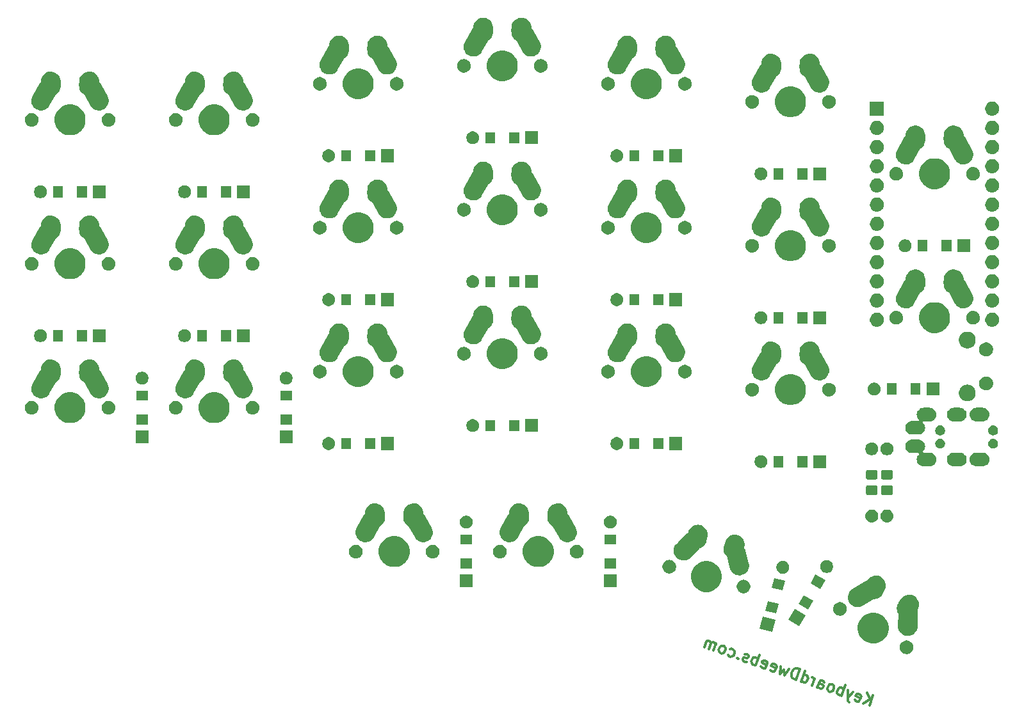
<source format=gbs>
G04 #@! TF.GenerationSoftware,KiCad,Pcbnew,(5.0.2)-1*
G04 #@! TF.CreationDate,2019-10-01T11:10:32-07:00*
G04 #@! TF.ProjectId,alexshatesu,616c6578-7368-4617-9465-73752e6b6963,rev?*
G04 #@! TF.SameCoordinates,Original*
G04 #@! TF.FileFunction,Soldermask,Bot*
G04 #@! TF.FilePolarity,Negative*
%FSLAX46Y46*%
G04 Gerber Fmt 4.6, Leading zero omitted, Abs format (unit mm)*
G04 Created by KiCad (PCBNEW (5.0.2)-1) date 2019-10-01 11:10:32 AM*
%MOMM*%
%LPD*%
G01*
G04 APERTURE LIST*
%ADD10C,0.300000*%
%ADD11C,0.100000*%
G04 APERTURE END LIST*
D10*
X105681196Y-77552271D02*
X106181907Y-76138309D01*
X104873218Y-77266151D02*
X105765322Y-76672763D01*
X105373928Y-75852189D02*
X105895787Y-76946287D01*
X103752425Y-76793483D02*
X103863245Y-76908501D01*
X104132571Y-77003874D01*
X104291077Y-76984229D01*
X104406096Y-76873410D01*
X104596843Y-76334757D01*
X104577198Y-76176251D01*
X104466378Y-76061233D01*
X104197052Y-75965859D01*
X104038545Y-75985504D01*
X103923527Y-76096324D01*
X103875840Y-76230987D01*
X104501469Y-76604084D01*
X103523736Y-75727426D02*
X102853272Y-76550851D01*
X102850421Y-75488993D02*
X102853272Y-76550851D01*
X102868718Y-76935195D01*
X102912206Y-77026370D01*
X103023026Y-77141388D01*
X101977962Y-76240887D02*
X102478672Y-74826925D01*
X102287925Y-75365577D02*
X102177106Y-75250559D01*
X101907780Y-75155186D01*
X101749273Y-75174830D01*
X101658098Y-75218319D01*
X101543080Y-75329138D01*
X101400020Y-75733128D01*
X101419665Y-75891634D01*
X101463153Y-75982809D01*
X101573973Y-76097827D01*
X101843299Y-76193201D01*
X102001805Y-76173556D01*
X100496668Y-75716334D02*
X100655175Y-75696689D01*
X100746349Y-75653201D01*
X100861368Y-75542381D01*
X101004428Y-75138392D01*
X100984783Y-74979885D01*
X100941295Y-74888710D01*
X100830475Y-74773692D01*
X100628480Y-74702162D01*
X100469974Y-74721807D01*
X100378799Y-74765295D01*
X100263781Y-74876115D01*
X100120721Y-75280104D01*
X100140366Y-75438610D01*
X100183854Y-75529785D01*
X100294674Y-75644804D01*
X100496668Y-75716334D01*
X98813380Y-75120250D02*
X99075657Y-74379603D01*
X99190675Y-74268783D01*
X99349181Y-74249138D01*
X99618507Y-74344512D01*
X99729327Y-74459530D01*
X98837223Y-75052918D02*
X98948043Y-75167937D01*
X99284701Y-75287153D01*
X99443207Y-75267508D01*
X99558225Y-75156689D01*
X99605912Y-75022026D01*
X99586267Y-74863519D01*
X99475447Y-74748501D01*
X99138790Y-74629284D01*
X99027970Y-74514266D01*
X98140064Y-74881816D02*
X98473871Y-73939175D01*
X98378498Y-74208501D02*
X98358853Y-74049995D01*
X98315365Y-73958820D01*
X98204545Y-73843802D01*
X98069882Y-73796115D01*
X96658771Y-74357263D02*
X97159481Y-72943301D01*
X96682614Y-74289931D02*
X96793434Y-74404949D01*
X97062760Y-74500323D01*
X97221266Y-74480678D01*
X97312441Y-74437190D01*
X97427459Y-74326370D01*
X97570520Y-73922381D01*
X97550875Y-73763875D01*
X97507386Y-73672700D01*
X97396567Y-73557681D01*
X97127241Y-73462308D01*
X96968734Y-73481953D01*
X95985455Y-74118829D02*
X96486166Y-72704867D01*
X96149508Y-72585650D01*
X95923670Y-72581452D01*
X95741320Y-72668428D01*
X95626302Y-72779248D01*
X95463597Y-73024731D01*
X95392067Y-73226725D01*
X95364025Y-73519895D01*
X95383670Y-73678401D01*
X95470646Y-73860751D01*
X95648798Y-73999613D01*
X95985455Y-74118829D01*
X95039963Y-72723164D02*
X94436830Y-73570432D01*
X94405937Y-72801744D01*
X93898178Y-73379686D01*
X93962658Y-72341671D01*
X92575390Y-72835487D02*
X92686210Y-72950505D01*
X92955536Y-73045879D01*
X93114043Y-73026234D01*
X93229061Y-72915414D01*
X93419808Y-72376762D01*
X93400163Y-72218255D01*
X93289343Y-72103237D01*
X93020017Y-72007864D01*
X92861511Y-72027509D01*
X92746492Y-72138328D01*
X92698806Y-72272991D01*
X93324434Y-72646088D01*
X91363423Y-72406307D02*
X91474242Y-72521325D01*
X91743569Y-72616698D01*
X91902075Y-72597054D01*
X92017093Y-72486234D01*
X92207840Y-71947582D01*
X92188195Y-71789075D01*
X92077375Y-71674057D01*
X91808049Y-71578684D01*
X91649543Y-71598328D01*
X91534525Y-71709148D01*
X91486838Y-71843811D01*
X92112467Y-72216908D01*
X90666264Y-72235205D02*
X91166974Y-70821243D01*
X90976228Y-71359895D02*
X90865408Y-71244877D01*
X90596082Y-71149503D01*
X90437575Y-71169148D01*
X90346400Y-71212636D01*
X90231382Y-71323456D01*
X90088322Y-71727445D01*
X90107967Y-71885952D01*
X90151455Y-71977127D01*
X90262275Y-72092145D01*
X90531601Y-72187518D01*
X90690107Y-72167873D01*
X89478140Y-71738693D02*
X89319633Y-71758338D01*
X89050307Y-71662965D01*
X88939487Y-71547946D01*
X88919843Y-71389440D01*
X88943686Y-71322108D01*
X89058704Y-71211289D01*
X89217211Y-71191644D01*
X89419205Y-71263174D01*
X89577712Y-71243529D01*
X89692730Y-71132709D01*
X89716573Y-71065378D01*
X89696928Y-70906871D01*
X89586109Y-70791853D01*
X89384114Y-70720323D01*
X89225608Y-70739968D01*
X88290015Y-71242181D02*
X88198841Y-71285670D01*
X88242329Y-71376844D01*
X88333504Y-71333356D01*
X88290015Y-71242181D01*
X88242329Y-71376844D01*
X86986873Y-70856489D02*
X87097693Y-70971508D01*
X87367019Y-71066881D01*
X87525525Y-71047236D01*
X87616700Y-71003748D01*
X87731718Y-70892928D01*
X87874778Y-70488939D01*
X87855134Y-70330433D01*
X87811645Y-70239258D01*
X87700826Y-70124239D01*
X87431500Y-70028866D01*
X87272993Y-70048511D01*
X86155051Y-70637701D02*
X86313558Y-70618056D01*
X86404733Y-70574568D01*
X86519751Y-70463748D01*
X86662811Y-70059759D01*
X86643166Y-69901252D01*
X86599678Y-69810077D01*
X86488858Y-69695059D01*
X86286863Y-69623529D01*
X86128357Y-69643174D01*
X86037182Y-69686662D01*
X85922164Y-69797482D01*
X85779104Y-70201471D01*
X85798749Y-70359978D01*
X85842237Y-70451152D01*
X85953057Y-70566171D01*
X86155051Y-70637701D01*
X85077747Y-70256207D02*
X85411554Y-69313566D01*
X85363867Y-69448229D02*
X85320379Y-69357054D01*
X85209559Y-69242036D01*
X85007564Y-69170506D01*
X84849058Y-69190150D01*
X84734040Y-69300970D01*
X84471763Y-70041617D01*
X84734040Y-69300970D02*
X84714395Y-69142464D01*
X84603575Y-69027445D01*
X84401580Y-68955915D01*
X84243074Y-68975560D01*
X84128056Y-69086380D01*
X83865779Y-69827027D01*
D11*
G36*
X110800202Y-68953574D02*
X110858284Y-68965127D01*
X110906358Y-68985040D01*
X111022419Y-69033114D01*
X111170140Y-69131818D01*
X111295759Y-69257437D01*
X111394463Y-69405158D01*
X111462450Y-69569294D01*
X111497109Y-69743537D01*
X111497109Y-69921199D01*
X111462450Y-70095442D01*
X111394463Y-70259578D01*
X111295759Y-70407299D01*
X111170140Y-70532918D01*
X111022419Y-70631622D01*
X110906358Y-70679696D01*
X110858284Y-70699609D01*
X110800202Y-70711162D01*
X110684040Y-70734268D01*
X110506378Y-70734268D01*
X110390216Y-70711162D01*
X110332134Y-70699609D01*
X110284060Y-70679696D01*
X110167999Y-70631622D01*
X110020278Y-70532918D01*
X109894659Y-70407299D01*
X109795955Y-70259578D01*
X109727968Y-70095442D01*
X109693309Y-69921199D01*
X109693309Y-69743537D01*
X109727968Y-69569294D01*
X109795955Y-69405158D01*
X109894659Y-69257437D01*
X110020278Y-69131818D01*
X110167999Y-69033114D01*
X110284060Y-68985040D01*
X110332134Y-68965127D01*
X110390216Y-68953574D01*
X110506378Y-68930468D01*
X110684040Y-68930468D01*
X110800202Y-68953574D01*
X110800202Y-68953574D01*
G37*
G36*
X106792272Y-65326052D02*
X106792274Y-65326053D01*
X106792275Y-65326053D01*
X107164423Y-65480201D01*
X107499348Y-65703991D01*
X107784177Y-65988820D01*
X108007967Y-66323745D01*
X108162115Y-66695893D01*
X108162116Y-66695896D01*
X108240700Y-67090962D01*
X108240700Y-67493774D01*
X108175935Y-67819369D01*
X108162115Y-67888843D01*
X108007967Y-68260991D01*
X107784177Y-68595916D01*
X107499348Y-68880745D01*
X107164423Y-69104535D01*
X106792275Y-69258683D01*
X106792274Y-69258683D01*
X106792272Y-69258684D01*
X106397206Y-69337268D01*
X105994394Y-69337268D01*
X105599328Y-69258684D01*
X105599326Y-69258683D01*
X105599325Y-69258683D01*
X105227177Y-69104535D01*
X104892252Y-68880745D01*
X104607423Y-68595916D01*
X104383633Y-68260991D01*
X104229485Y-67888843D01*
X104215666Y-67819369D01*
X104150900Y-67493774D01*
X104150900Y-67090962D01*
X104229484Y-66695896D01*
X104229485Y-66695893D01*
X104383633Y-66323745D01*
X104607423Y-65988820D01*
X104892252Y-65703991D01*
X105227177Y-65480201D01*
X105599325Y-65326053D01*
X105599326Y-65326053D01*
X105599328Y-65326052D01*
X105994394Y-65247468D01*
X106397206Y-65247468D01*
X106792272Y-65326052D01*
X106792272Y-65326052D01*
G37*
G36*
X111193327Y-62881899D02*
X111315847Y-62919416D01*
X111438369Y-62956933D01*
X111664065Y-63078331D01*
X111664066Y-63078332D01*
X111664068Y-63078333D01*
X111861743Y-63241429D01*
X112023801Y-63439954D01*
X112144017Y-63666285D01*
X112217768Y-63911717D01*
X112242219Y-64166823D01*
X112216433Y-64421798D01*
X112198458Y-64480499D01*
X112141399Y-64666840D01*
X112065555Y-64807844D01*
X112047510Y-64841392D01*
X112047694Y-64841491D01*
X112039996Y-64855800D01*
X112032820Y-64879230D01*
X112030352Y-64903609D01*
X112035149Y-64938241D01*
X112079687Y-65094334D01*
X112095138Y-65283277D01*
X112095340Y-65285754D01*
X112087893Y-65734853D01*
X112065533Y-67083316D01*
X112043541Y-67274117D01*
X111965094Y-67518085D01*
X111840557Y-67742063D01*
X111674714Y-67937447D01*
X111540867Y-68043626D01*
X111473944Y-68096717D01*
X111323298Y-68174056D01*
X111245959Y-68213760D01*
X110999518Y-68284077D01*
X110744100Y-68304964D01*
X110744098Y-68304964D01*
X110489510Y-68275620D01*
X110489507Y-68275619D01*
X110489506Y-68275619D01*
X110245537Y-68197172D01*
X110021559Y-68072635D01*
X109826175Y-67906792D01*
X109719996Y-67772945D01*
X109666905Y-67706022D01*
X109570422Y-67518085D01*
X109549862Y-67478037D01*
X109479545Y-67231596D01*
X109463892Y-67040178D01*
X109492018Y-65343985D01*
X109490021Y-65319563D01*
X109483297Y-65295999D01*
X109477429Y-65283277D01*
X109402351Y-65141927D01*
X109328600Y-64896495D01*
X109304149Y-64641390D01*
X109329935Y-64386414D01*
X109392995Y-64180480D01*
X109404970Y-64141371D01*
X109495949Y-63972227D01*
X109571548Y-63859724D01*
X109890725Y-63384737D01*
X110008964Y-63241429D01*
X110012956Y-63236590D01*
X110149474Y-63125149D01*
X110211485Y-63074529D01*
X110437813Y-62954315D01*
X110683245Y-62880564D01*
X110917832Y-62858080D01*
X110938350Y-62856113D01*
X110938351Y-62856113D01*
X111193327Y-62881899D01*
X111193327Y-62881899D01*
G37*
G36*
X93262864Y-66175363D02*
X92822354Y-67819369D01*
X91178348Y-67378859D01*
X91618858Y-65734853D01*
X93262864Y-66175363D01*
X93262864Y-66175363D01*
G37*
G36*
X97292488Y-65576011D02*
X96441488Y-67049987D01*
X94967512Y-66198987D01*
X95818512Y-64725011D01*
X97292488Y-65576011D01*
X97292488Y-65576011D01*
G37*
G36*
X102001384Y-63873574D02*
X102059466Y-63885127D01*
X102107540Y-63905040D01*
X102223601Y-63953114D01*
X102371322Y-64051818D01*
X102496941Y-64177437D01*
X102595645Y-64325158D01*
X102634174Y-64418175D01*
X102659990Y-64480500D01*
X102663632Y-64489294D01*
X102698291Y-64663537D01*
X102698291Y-64841199D01*
X102663632Y-65015442D01*
X102595645Y-65179578D01*
X102496941Y-65327299D01*
X102371322Y-65452918D01*
X102223601Y-65551622D01*
X102107540Y-65599696D01*
X102059466Y-65619609D01*
X102001384Y-65631162D01*
X101885222Y-65654268D01*
X101707560Y-65654268D01*
X101591398Y-65631162D01*
X101533316Y-65619609D01*
X101485242Y-65599696D01*
X101369181Y-65551622D01*
X101221460Y-65452918D01*
X101095841Y-65327299D01*
X100997137Y-65179578D01*
X100929150Y-65015442D01*
X100894491Y-64841199D01*
X100894491Y-64663537D01*
X100929150Y-64489294D01*
X100932793Y-64480500D01*
X100958608Y-64418175D01*
X100997137Y-64325158D01*
X101095841Y-64177437D01*
X101221460Y-64051818D01*
X101369181Y-63953114D01*
X101485242Y-63905040D01*
X101533316Y-63885127D01*
X101591398Y-63873574D01*
X101707560Y-63850468D01*
X101885222Y-63850468D01*
X102001384Y-63873574D01*
X102001384Y-63873574D01*
G37*
G36*
X93716262Y-64096888D02*
X93379279Y-65354524D01*
X91928458Y-64965778D01*
X92265441Y-63708142D01*
X93716262Y-64096888D01*
X93716262Y-64096888D01*
G37*
G36*
X98268385Y-63685707D02*
X97617385Y-64813273D01*
X96316615Y-64062273D01*
X96967615Y-62934707D01*
X98268385Y-63685707D01*
X98268385Y-63685707D01*
G37*
G36*
X106744562Y-60339505D02*
X106871042Y-60360047D01*
X106936314Y-60384419D01*
X107111126Y-60449691D01*
X107245831Y-60532968D01*
X107329108Y-60584451D01*
X107516613Y-60759148D01*
X107568074Y-60830567D01*
X107666435Y-60967073D01*
X107772808Y-61200218D01*
X107831656Y-61449648D01*
X107840712Y-61705764D01*
X107799629Y-61958723D01*
X107732450Y-62138642D01*
X107647592Y-62311858D01*
X107421054Y-62774282D01*
X107320061Y-62937644D01*
X107320060Y-62937645D01*
X107145363Y-63125149D01*
X106937439Y-63274971D01*
X106704294Y-63381344D01*
X106504749Y-63428422D01*
X106454864Y-63440192D01*
X106409173Y-63441808D01*
X106294909Y-63445848D01*
X106270623Y-63449110D01*
X106247439Y-63457048D01*
X106235040Y-63463568D01*
X104780160Y-64336021D01*
X104606554Y-64418176D01*
X104357976Y-64480500D01*
X104113508Y-64492563D01*
X104102013Y-64493130D01*
X104102012Y-64493130D01*
X103848504Y-64455583D01*
X103607191Y-64369298D01*
X103387351Y-64237596D01*
X103197425Y-64065533D01*
X103187249Y-64051818D01*
X103044718Y-63859724D01*
X102935096Y-63628079D01*
X102935095Y-63628077D01*
X102872771Y-63379499D01*
X102860141Y-63123535D01*
X102897688Y-62870027D01*
X102983973Y-62628714D01*
X103115675Y-62408874D01*
X103287738Y-62218948D01*
X103287739Y-62218947D01*
X103441978Y-62104504D01*
X104983808Y-61179909D01*
X105157410Y-61097755D01*
X105314859Y-61058280D01*
X105337928Y-61050020D01*
X105358943Y-61037418D01*
X105377096Y-61020958D01*
X105392076Y-60998860D01*
X105392550Y-60999153D01*
X105395774Y-60993937D01*
X105395778Y-60993930D01*
X105496771Y-60830567D01*
X105671469Y-60643063D01*
X105824520Y-60532781D01*
X105879391Y-60493242D01*
X106112540Y-60386866D01*
X106340235Y-60333147D01*
X106361967Y-60328020D01*
X106618082Y-60318964D01*
X106618083Y-60318964D01*
X106744562Y-60339505D01*
X106744562Y-60339505D01*
G37*
G36*
X89245403Y-60902164D02*
X89303485Y-60913717D01*
X89351559Y-60933630D01*
X89467620Y-60981704D01*
X89615341Y-61080408D01*
X89740960Y-61206027D01*
X89839664Y-61353748D01*
X89907651Y-61517884D01*
X89942310Y-61692127D01*
X89942310Y-61869789D01*
X89907651Y-62044032D01*
X89839664Y-62208168D01*
X89740960Y-62355889D01*
X89615341Y-62481508D01*
X89467620Y-62580212D01*
X89351559Y-62628286D01*
X89303485Y-62648199D01*
X89245403Y-62659752D01*
X89129241Y-62682858D01*
X88951579Y-62682858D01*
X88835417Y-62659752D01*
X88777335Y-62648199D01*
X88729261Y-62628286D01*
X88613200Y-62580212D01*
X88465479Y-62481508D01*
X88339860Y-62355889D01*
X88241156Y-62208168D01*
X88173169Y-62044032D01*
X88138510Y-61869789D01*
X88138510Y-61692127D01*
X88173169Y-61517884D01*
X88241156Y-61353748D01*
X88339860Y-61206027D01*
X88465479Y-61080408D01*
X88613200Y-60981704D01*
X88729261Y-60933630D01*
X88777335Y-60913717D01*
X88835417Y-60902164D01*
X88951579Y-60879058D01*
X89129241Y-60879058D01*
X89245403Y-60902164D01*
X89245403Y-60902164D01*
G37*
G36*
X84729979Y-58499841D02*
X84729981Y-58499842D01*
X84729982Y-58499842D01*
X85102130Y-58653990D01*
X85437055Y-58877780D01*
X85721884Y-59162609D01*
X85945674Y-59497534D01*
X86068273Y-59793516D01*
X86099823Y-59869685D01*
X86178407Y-60264751D01*
X86178407Y-60667563D01*
X86100277Y-61060349D01*
X86099822Y-61062632D01*
X85945674Y-61434780D01*
X85721884Y-61769705D01*
X85437055Y-62054534D01*
X85102130Y-62278324D01*
X84729982Y-62432472D01*
X84729981Y-62432472D01*
X84729979Y-62432473D01*
X84334913Y-62511057D01*
X83932101Y-62511057D01*
X83537035Y-62432473D01*
X83537033Y-62432472D01*
X83537032Y-62432472D01*
X83164884Y-62278324D01*
X82829959Y-62054534D01*
X82545130Y-61769705D01*
X82321340Y-61434780D01*
X82167192Y-61062632D01*
X82166738Y-61060349D01*
X82088607Y-60667563D01*
X82088607Y-60264751D01*
X82167191Y-59869685D01*
X82198741Y-59793516D01*
X82321340Y-59497534D01*
X82545130Y-59162609D01*
X82829959Y-58877780D01*
X83164884Y-58653990D01*
X83537032Y-58499842D01*
X83537033Y-58499842D01*
X83537035Y-58499841D01*
X83932101Y-58421257D01*
X84334913Y-58421257D01*
X84729979Y-58499841D01*
X84729979Y-58499841D01*
G37*
G36*
X94531542Y-61054222D02*
X94194559Y-62311858D01*
X92743738Y-61923112D01*
X93080721Y-60665476D01*
X94531542Y-61054222D01*
X94531542Y-61054222D01*
G37*
G36*
X99843385Y-60957727D02*
X99192385Y-62085293D01*
X97891615Y-61334293D01*
X98542615Y-60206727D01*
X99843385Y-60957727D01*
X99843385Y-60957727D01*
G37*
G36*
X53238500Y-61901000D02*
X51536500Y-61901000D01*
X51536500Y-60199000D01*
X53238500Y-60199000D01*
X53238500Y-61901000D01*
X53238500Y-61901000D01*
G37*
G36*
X72288500Y-61901000D02*
X70586500Y-61901000D01*
X70586500Y-60199000D01*
X72288500Y-60199000D01*
X72288500Y-61901000D01*
X72288500Y-61901000D01*
G37*
G36*
X88065959Y-54921241D02*
X88075347Y-54921573D01*
X88324773Y-54980420D01*
X88324777Y-54980421D01*
X88557925Y-55086796D01*
X88765847Y-55236616D01*
X88940543Y-55424118D01*
X89075305Y-55642102D01*
X89164950Y-55882187D01*
X89202055Y-56110653D01*
X89206033Y-56135145D01*
X89196977Y-56391261D01*
X89152876Y-56578188D01*
X89152873Y-56578196D01*
X89151465Y-56584165D01*
X89151668Y-56584213D01*
X89147935Y-56600033D01*
X89147070Y-56624522D01*
X89150998Y-56648709D01*
X89164593Y-56680911D01*
X89248013Y-56820158D01*
X89293937Y-56948594D01*
X89312676Y-57001003D01*
X89749128Y-58745028D01*
X89777268Y-58935015D01*
X89771659Y-59048685D01*
X89764638Y-59190980D01*
X89702314Y-59439558D01*
X89592694Y-59671202D01*
X89478762Y-59824750D01*
X89439984Y-59877013D01*
X89439982Y-59877014D01*
X89439982Y-59877015D01*
X89250059Y-60049076D01*
X89030219Y-60180778D01*
X89030217Y-60180779D01*
X88979257Y-60199000D01*
X88788905Y-60267063D01*
X88535396Y-60304610D01*
X88279431Y-60291980D01*
X88030853Y-60229656D01*
X87799212Y-60120038D01*
X87593397Y-59967325D01*
X87421336Y-59777402D01*
X87318939Y-59606477D01*
X87289634Y-59557560D01*
X87247441Y-59439558D01*
X87224971Y-59376717D01*
X87171389Y-59162607D01*
X86813129Y-57731032D01*
X86804882Y-57707968D01*
X86792289Y-57686948D01*
X86783328Y-57676178D01*
X86674221Y-57559073D01*
X86539461Y-57341093D01*
X86449816Y-57101006D01*
X86408733Y-56848049D01*
X86417789Y-56591933D01*
X86461889Y-56405008D01*
X86461890Y-56405005D01*
X86691162Y-55735356D01*
X86770884Y-55560624D01*
X86770884Y-55560623D01*
X86870144Y-55422870D01*
X86920704Y-55352703D01*
X86970911Y-55305925D01*
X87108205Y-55178007D01*
X87326189Y-55043245D01*
X87566274Y-54953601D01*
X87819230Y-54912517D01*
X88065959Y-54921241D01*
X88065959Y-54921241D01*
G37*
G36*
X94487622Y-58424592D02*
X94642494Y-58488742D01*
X94781875Y-58581874D01*
X94900409Y-58700408D01*
X94993541Y-58839789D01*
X95057691Y-58994661D01*
X95090394Y-59159073D01*
X95090394Y-59326705D01*
X95057691Y-59491117D01*
X94993541Y-59645989D01*
X94900409Y-59785370D01*
X94781875Y-59903904D01*
X94642494Y-59997036D01*
X94487622Y-60061186D01*
X94323210Y-60093889D01*
X94155578Y-60093889D01*
X93991166Y-60061186D01*
X93836294Y-59997036D01*
X93696913Y-59903904D01*
X93578379Y-59785370D01*
X93485247Y-59645989D01*
X93421097Y-59491117D01*
X93388394Y-59326705D01*
X93388394Y-59159073D01*
X93421097Y-58994661D01*
X93485247Y-58839789D01*
X93578379Y-58700408D01*
X93696913Y-58581874D01*
X93836294Y-58488742D01*
X93991166Y-58424592D01*
X94155578Y-58391889D01*
X94323210Y-58391889D01*
X94487622Y-58424592D01*
X94487622Y-58424592D01*
G37*
G36*
X79431597Y-58272562D02*
X79489679Y-58284115D01*
X79537753Y-58304028D01*
X79653814Y-58352102D01*
X79801535Y-58450806D01*
X79927154Y-58576425D01*
X80025858Y-58724146D01*
X80073759Y-58839789D01*
X80092185Y-58884273D01*
X80093845Y-58888282D01*
X80128504Y-59062525D01*
X80128504Y-59240187D01*
X80093845Y-59414430D01*
X80025858Y-59578566D01*
X79927154Y-59726287D01*
X79801535Y-59851906D01*
X79653814Y-59950610D01*
X79541731Y-59997036D01*
X79489679Y-60018597D01*
X79431597Y-60030150D01*
X79315435Y-60053256D01*
X79137773Y-60053256D01*
X79021611Y-60030150D01*
X78963529Y-60018597D01*
X78911477Y-59997036D01*
X78799394Y-59950610D01*
X78651673Y-59851906D01*
X78526054Y-59726287D01*
X78427350Y-59578566D01*
X78359363Y-59414430D01*
X78324704Y-59240187D01*
X78324704Y-59062525D01*
X78359363Y-58888282D01*
X78361024Y-58884273D01*
X78379449Y-58839789D01*
X78427350Y-58724146D01*
X78526054Y-58576425D01*
X78651673Y-58450806D01*
X78799394Y-58352102D01*
X78915455Y-58304028D01*
X78963529Y-58284115D01*
X79021611Y-58272562D01*
X79137773Y-58249456D01*
X79315435Y-58249456D01*
X79431597Y-58272562D01*
X79431597Y-58272562D01*
G37*
G36*
X100278228Y-58314204D02*
X100433100Y-58378354D01*
X100572481Y-58471486D01*
X100691015Y-58590020D01*
X100784147Y-58729401D01*
X100848297Y-58884273D01*
X100881000Y-59048685D01*
X100881000Y-59216317D01*
X100848297Y-59380729D01*
X100784147Y-59535601D01*
X100691015Y-59674982D01*
X100572481Y-59793516D01*
X100433100Y-59886648D01*
X100278228Y-59950798D01*
X100113816Y-59983501D01*
X99946184Y-59983501D01*
X99781772Y-59950798D01*
X99626900Y-59886648D01*
X99487519Y-59793516D01*
X99368985Y-59674982D01*
X99275853Y-59535601D01*
X99211703Y-59380729D01*
X99179000Y-59216317D01*
X99179000Y-59048685D01*
X99211703Y-58884273D01*
X99275853Y-58729401D01*
X99368985Y-58590020D01*
X99487519Y-58471486D01*
X99626900Y-58378354D01*
X99781772Y-58314204D01*
X99946184Y-58281501D01*
X100113816Y-58281501D01*
X100278228Y-58314204D01*
X100278228Y-58314204D01*
G37*
G36*
X72188500Y-59376000D02*
X70686500Y-59376000D01*
X70686500Y-58074000D01*
X72188500Y-58074000D01*
X72188500Y-59376000D01*
X72188500Y-59376000D01*
G37*
G36*
X53138500Y-59376000D02*
X51636500Y-59376000D01*
X51636500Y-58074000D01*
X53138500Y-58074000D01*
X53138500Y-59376000D01*
X53138500Y-59376000D01*
G37*
G36*
X43458972Y-55183684D02*
X43458974Y-55183685D01*
X43458975Y-55183685D01*
X43831123Y-55337833D01*
X44166048Y-55561623D01*
X44450877Y-55846452D01*
X44674667Y-56181377D01*
X44828815Y-56553525D01*
X44828816Y-56553528D01*
X44907400Y-56948594D01*
X44907400Y-57351406D01*
X44833101Y-57724931D01*
X44828815Y-57746475D01*
X44674667Y-58118623D01*
X44450877Y-58453548D01*
X44166048Y-58738377D01*
X43831123Y-58962167D01*
X43458975Y-59116315D01*
X43458974Y-59116315D01*
X43458972Y-59116316D01*
X43063906Y-59194900D01*
X42661094Y-59194900D01*
X42266028Y-59116316D01*
X42266026Y-59116315D01*
X42266025Y-59116315D01*
X41893877Y-58962167D01*
X41558952Y-58738377D01*
X41274123Y-58453548D01*
X41050333Y-58118623D01*
X40896185Y-57746475D01*
X40891900Y-57724931D01*
X40817600Y-57351406D01*
X40817600Y-56948594D01*
X40896184Y-56553528D01*
X40896185Y-56553525D01*
X41050333Y-56181377D01*
X41274123Y-55846452D01*
X41558952Y-55561623D01*
X41893877Y-55337833D01*
X42266025Y-55183685D01*
X42266026Y-55183685D01*
X42266028Y-55183684D01*
X42661094Y-55105100D01*
X43063906Y-55105100D01*
X43458972Y-55183684D01*
X43458972Y-55183684D01*
G37*
G36*
X62508972Y-55183684D02*
X62508974Y-55183685D01*
X62508975Y-55183685D01*
X62881123Y-55337833D01*
X63216048Y-55561623D01*
X63500877Y-55846452D01*
X63724667Y-56181377D01*
X63878815Y-56553525D01*
X63878816Y-56553528D01*
X63957400Y-56948594D01*
X63957400Y-57351406D01*
X63883101Y-57724931D01*
X63878815Y-57746475D01*
X63724667Y-58118623D01*
X63500877Y-58453548D01*
X63216048Y-58738377D01*
X62881123Y-58962167D01*
X62508975Y-59116315D01*
X62508974Y-59116315D01*
X62508972Y-59116316D01*
X62113906Y-59194900D01*
X61711094Y-59194900D01*
X61316028Y-59116316D01*
X61316026Y-59116315D01*
X61316025Y-59116315D01*
X60943877Y-58962167D01*
X60608952Y-58738377D01*
X60324123Y-58453548D01*
X60100333Y-58118623D01*
X59946185Y-57746475D01*
X59941900Y-57724931D01*
X59867600Y-57351406D01*
X59867600Y-56948594D01*
X59946184Y-56553528D01*
X59946185Y-56553525D01*
X60100333Y-56181377D01*
X60324123Y-55846452D01*
X60608952Y-55561623D01*
X60943877Y-55337833D01*
X61316025Y-55183685D01*
X61316026Y-55183685D01*
X61316028Y-55183684D01*
X61711094Y-55105100D01*
X62113906Y-55105100D01*
X62508972Y-55183684D01*
X62508972Y-55183684D01*
G37*
G36*
X83246629Y-53619735D02*
X83492062Y-53693485D01*
X83718392Y-53813700D01*
X83916920Y-53975759D01*
X83916922Y-53975762D01*
X84080016Y-54173432D01*
X84201416Y-54399134D01*
X84276450Y-54644173D01*
X84276450Y-54644175D01*
X84302237Y-54899150D01*
X84283913Y-55090333D01*
X84147645Y-55784901D01*
X84092374Y-55968837D01*
X83972159Y-56195167D01*
X83972158Y-56195168D01*
X83810101Y-56393695D01*
X83612427Y-56556791D01*
X83441537Y-56648709D01*
X83386728Y-56678190D01*
X83386725Y-56678191D01*
X83233687Y-56725053D01*
X83211073Y-56734490D01*
X83190734Y-56748157D01*
X83180445Y-56757663D01*
X82000943Y-57976941D01*
X82000937Y-57976946D01*
X81854522Y-58101225D01*
X81854520Y-58101226D01*
X81854519Y-58101227D01*
X81823232Y-58118623D01*
X81630540Y-58225764D01*
X81467890Y-58278063D01*
X81386566Y-58304213D01*
X81353399Y-58308036D01*
X81131976Y-58333557D01*
X80876558Y-58312670D01*
X80630118Y-58242353D01*
X80597805Y-58225764D01*
X80402132Y-58125310D01*
X80201361Y-57966038D01*
X80103333Y-57850550D01*
X80035522Y-57770661D01*
X79910983Y-57546679D01*
X79848194Y-57351406D01*
X79832534Y-57302705D01*
X79819168Y-57186737D01*
X79803190Y-57048115D01*
X79824077Y-56792697D01*
X79894394Y-56546257D01*
X79900516Y-56534332D01*
X80011437Y-56318271D01*
X80109096Y-56195167D01*
X80130798Y-56167810D01*
X80377439Y-55912851D01*
X81380792Y-54875661D01*
X81402064Y-54857605D01*
X81527213Y-54751377D01*
X81527215Y-54751376D01*
X81527216Y-54751375D01*
X81568720Y-54728298D01*
X81669081Y-54672495D01*
X81689227Y-54658545D01*
X81706264Y-54640933D01*
X81719538Y-54620335D01*
X81728291Y-54595116D01*
X81728822Y-54595276D01*
X81769221Y-54460832D01*
X81785860Y-54405459D01*
X81906075Y-54179129D01*
X81996548Y-54068296D01*
X82068133Y-53980601D01*
X82265807Y-53817505D01*
X82441420Y-53723047D01*
X82491506Y-53696106D01*
X82529777Y-53684387D01*
X82736548Y-53621071D01*
X82779445Y-53616733D01*
X82991524Y-53595284D01*
X83246629Y-53619735D01*
X83246629Y-53619735D01*
G37*
G36*
X37987493Y-56271206D02*
X38045575Y-56282759D01*
X38093649Y-56302672D01*
X38209710Y-56350746D01*
X38357431Y-56449450D01*
X38483050Y-56575069D01*
X38581754Y-56722790D01*
X38649741Y-56886926D01*
X38684400Y-57061169D01*
X38684400Y-57238831D01*
X38671695Y-57302704D01*
X38649741Y-57413075D01*
X38637470Y-57442700D01*
X38581754Y-57577210D01*
X38483050Y-57724931D01*
X38357431Y-57850550D01*
X38209710Y-57949254D01*
X38093649Y-57997328D01*
X38045575Y-58017241D01*
X37987493Y-58028794D01*
X37871331Y-58051900D01*
X37693669Y-58051900D01*
X37577507Y-58028794D01*
X37519425Y-58017241D01*
X37471351Y-57997328D01*
X37355290Y-57949254D01*
X37207569Y-57850550D01*
X37081950Y-57724931D01*
X36983246Y-57577210D01*
X36927530Y-57442700D01*
X36915259Y-57413075D01*
X36893305Y-57302704D01*
X36880600Y-57238831D01*
X36880600Y-57061169D01*
X36915259Y-56886926D01*
X36983246Y-56722790D01*
X37081950Y-56575069D01*
X37207569Y-56449450D01*
X37355290Y-56350746D01*
X37471351Y-56302672D01*
X37519425Y-56282759D01*
X37577507Y-56271206D01*
X37693669Y-56248100D01*
X37871331Y-56248100D01*
X37987493Y-56271206D01*
X37987493Y-56271206D01*
G37*
G36*
X48147493Y-56271206D02*
X48205575Y-56282759D01*
X48253649Y-56302672D01*
X48369710Y-56350746D01*
X48517431Y-56449450D01*
X48643050Y-56575069D01*
X48741754Y-56722790D01*
X48809741Y-56886926D01*
X48844400Y-57061169D01*
X48844400Y-57238831D01*
X48831695Y-57302704D01*
X48809741Y-57413075D01*
X48797470Y-57442700D01*
X48741754Y-57577210D01*
X48643050Y-57724931D01*
X48517431Y-57850550D01*
X48369710Y-57949254D01*
X48253649Y-57997328D01*
X48205575Y-58017241D01*
X48147493Y-58028794D01*
X48031331Y-58051900D01*
X47853669Y-58051900D01*
X47737507Y-58028794D01*
X47679425Y-58017241D01*
X47631351Y-57997328D01*
X47515290Y-57949254D01*
X47367569Y-57850550D01*
X47241950Y-57724931D01*
X47143246Y-57577210D01*
X47087530Y-57442700D01*
X47075259Y-57413075D01*
X47053305Y-57302704D01*
X47040600Y-57238831D01*
X47040600Y-57061169D01*
X47075259Y-56886926D01*
X47143246Y-56722790D01*
X47241950Y-56575069D01*
X47367569Y-56449450D01*
X47515290Y-56350746D01*
X47631351Y-56302672D01*
X47679425Y-56282759D01*
X47737507Y-56271206D01*
X47853669Y-56248100D01*
X48031331Y-56248100D01*
X48147493Y-56271206D01*
X48147493Y-56271206D01*
G37*
G36*
X57037493Y-56271206D02*
X57095575Y-56282759D01*
X57143649Y-56302672D01*
X57259710Y-56350746D01*
X57407431Y-56449450D01*
X57533050Y-56575069D01*
X57631754Y-56722790D01*
X57699741Y-56886926D01*
X57734400Y-57061169D01*
X57734400Y-57238831D01*
X57721695Y-57302704D01*
X57699741Y-57413075D01*
X57687470Y-57442700D01*
X57631754Y-57577210D01*
X57533050Y-57724931D01*
X57407431Y-57850550D01*
X57259710Y-57949254D01*
X57143649Y-57997328D01*
X57095575Y-58017241D01*
X57037493Y-58028794D01*
X56921331Y-58051900D01*
X56743669Y-58051900D01*
X56627507Y-58028794D01*
X56569425Y-58017241D01*
X56521351Y-57997328D01*
X56405290Y-57949254D01*
X56257569Y-57850550D01*
X56131950Y-57724931D01*
X56033246Y-57577210D01*
X55977530Y-57442700D01*
X55965259Y-57413075D01*
X55943305Y-57302704D01*
X55930600Y-57238831D01*
X55930600Y-57061169D01*
X55965259Y-56886926D01*
X56033246Y-56722790D01*
X56131950Y-56575069D01*
X56257569Y-56449450D01*
X56405290Y-56350746D01*
X56521351Y-56302672D01*
X56569425Y-56282759D01*
X56627507Y-56271206D01*
X56743669Y-56248100D01*
X56921331Y-56248100D01*
X57037493Y-56271206D01*
X57037493Y-56271206D01*
G37*
G36*
X67197493Y-56271206D02*
X67255575Y-56282759D01*
X67303649Y-56302672D01*
X67419710Y-56350746D01*
X67567431Y-56449450D01*
X67693050Y-56575069D01*
X67791754Y-56722790D01*
X67859741Y-56886926D01*
X67894400Y-57061169D01*
X67894400Y-57238831D01*
X67881695Y-57302704D01*
X67859741Y-57413075D01*
X67847470Y-57442700D01*
X67791754Y-57577210D01*
X67693050Y-57724931D01*
X67567431Y-57850550D01*
X67419710Y-57949254D01*
X67303649Y-57997328D01*
X67255575Y-58017241D01*
X67197493Y-58028794D01*
X67081331Y-58051900D01*
X66903669Y-58051900D01*
X66787507Y-58028794D01*
X66729425Y-58017241D01*
X66681351Y-57997328D01*
X66565290Y-57949254D01*
X66417569Y-57850550D01*
X66291950Y-57724931D01*
X66193246Y-57577210D01*
X66137530Y-57442700D01*
X66125259Y-57413075D01*
X66103305Y-57302704D01*
X66090600Y-57238831D01*
X66090600Y-57061169D01*
X66125259Y-56886926D01*
X66193246Y-56722790D01*
X66291950Y-56575069D01*
X66417569Y-56449450D01*
X66565290Y-56350746D01*
X66681351Y-56302672D01*
X66729425Y-56282759D01*
X66787507Y-56271206D01*
X66903669Y-56248100D01*
X67081331Y-56248100D01*
X67197493Y-56271206D01*
X67197493Y-56271206D01*
G37*
G36*
X53138500Y-56226000D02*
X51636500Y-56226000D01*
X51636500Y-54924000D01*
X53138500Y-54924000D01*
X53138500Y-56226000D01*
X53138500Y-56226000D01*
G37*
G36*
X72188500Y-56226000D02*
X70686500Y-56226000D01*
X70686500Y-54924000D01*
X72188500Y-54924000D01*
X72188500Y-56226000D01*
X72188500Y-56226000D01*
G37*
G36*
X64793879Y-50808813D02*
X65033491Y-50899713D01*
X65033492Y-50899714D01*
X65033493Y-50899714D01*
X65250766Y-51035613D01*
X65437352Y-51211287D01*
X65557586Y-51380007D01*
X65586080Y-51419990D01*
X65669915Y-51606314D01*
X65691236Y-51653700D01*
X65748776Y-51903427D01*
X65754743Y-52101540D01*
X65754951Y-52101534D01*
X65755442Y-52117793D01*
X65760946Y-52141671D01*
X65771003Y-52164016D01*
X65792463Y-52191591D01*
X65909077Y-52304500D01*
X65909079Y-52304503D01*
X66018346Y-52462451D01*
X66891313Y-54034089D01*
X66967666Y-54210320D01*
X66967666Y-54210321D01*
X66967667Y-54210324D01*
X67021714Y-54460826D01*
X67023127Y-54548389D01*
X67025851Y-54717072D01*
X67004801Y-54832610D01*
X66979918Y-54969197D01*
X66885680Y-55207517D01*
X66746764Y-55422867D01*
X66568496Y-55606986D01*
X66357740Y-55752785D01*
X66238410Y-55804485D01*
X66122586Y-55854667D01*
X66122583Y-55854668D01*
X66122582Y-55854668D01*
X65872080Y-55908715D01*
X65738985Y-55910863D01*
X65615834Y-55912852D01*
X65500296Y-55891802D01*
X65363709Y-55866919D01*
X65125392Y-55772683D01*
X64910038Y-55633763D01*
X64725921Y-55455497D01*
X64703348Y-55422867D01*
X64616654Y-55297549D01*
X63792913Y-53814534D01*
X63778977Y-53794389D01*
X63761372Y-53777344D01*
X63749929Y-53769261D01*
X63614234Y-53684387D01*
X63427648Y-53508713D01*
X63278922Y-53300013D01*
X63278922Y-53300012D01*
X63278920Y-53300010D01*
X63173765Y-53066303D01*
X63116224Y-52816571D01*
X63114889Y-52772239D01*
X63110442Y-52624607D01*
X63158584Y-51918428D01*
X63189530Y-51733996D01*
X63190365Y-51729017D01*
X63281265Y-51489405D01*
X63281266Y-51489403D01*
X63417165Y-51272130D01*
X63592839Y-51085544D01*
X63801539Y-50936818D01*
X63801540Y-50936818D01*
X63801542Y-50936816D01*
X64035249Y-50831661D01*
X64035251Y-50831661D01*
X64035252Y-50831660D01*
X64284979Y-50774120D01*
X64541135Y-50766406D01*
X64541138Y-50766406D01*
X64793879Y-50808813D01*
X64793879Y-50808813D01*
G37*
G36*
X45743879Y-50808813D02*
X45983491Y-50899713D01*
X45983492Y-50899714D01*
X45983493Y-50899714D01*
X46200766Y-51035613D01*
X46387352Y-51211287D01*
X46507586Y-51380007D01*
X46536080Y-51419990D01*
X46619915Y-51606314D01*
X46641236Y-51653700D01*
X46698776Y-51903427D01*
X46704743Y-52101540D01*
X46704951Y-52101534D01*
X46705442Y-52117793D01*
X46710946Y-52141671D01*
X46721003Y-52164016D01*
X46742463Y-52191591D01*
X46859077Y-52304500D01*
X46859079Y-52304503D01*
X46968346Y-52462451D01*
X47841313Y-54034089D01*
X47917666Y-54210320D01*
X47917666Y-54210321D01*
X47917667Y-54210324D01*
X47971714Y-54460826D01*
X47973127Y-54548389D01*
X47975851Y-54717072D01*
X47954801Y-54832610D01*
X47929918Y-54969197D01*
X47835680Y-55207517D01*
X47696764Y-55422867D01*
X47518496Y-55606986D01*
X47307740Y-55752785D01*
X47188410Y-55804485D01*
X47072586Y-55854667D01*
X47072583Y-55854668D01*
X47072582Y-55854668D01*
X46822080Y-55908715D01*
X46688985Y-55910863D01*
X46565834Y-55912852D01*
X46450296Y-55891802D01*
X46313709Y-55866919D01*
X46075392Y-55772683D01*
X45860038Y-55633763D01*
X45675921Y-55455497D01*
X45653348Y-55422867D01*
X45566654Y-55297549D01*
X44742913Y-53814534D01*
X44728977Y-53794389D01*
X44711372Y-53777344D01*
X44699929Y-53769261D01*
X44564234Y-53684387D01*
X44377648Y-53508713D01*
X44228922Y-53300013D01*
X44228922Y-53300012D01*
X44228920Y-53300010D01*
X44123765Y-53066303D01*
X44066224Y-52816571D01*
X44064889Y-52772239D01*
X44060442Y-52624607D01*
X44108584Y-51918428D01*
X44139530Y-51733996D01*
X44140365Y-51729017D01*
X44231265Y-51489405D01*
X44231266Y-51489403D01*
X44367165Y-51272130D01*
X44542839Y-51085544D01*
X44751539Y-50936818D01*
X44751540Y-50936818D01*
X44751542Y-50936816D01*
X44985249Y-50831661D01*
X44985251Y-50831661D01*
X44985252Y-50831660D01*
X45234979Y-50774120D01*
X45491135Y-50766406D01*
X45491138Y-50766406D01*
X45743879Y-50808813D01*
X45743879Y-50808813D01*
G37*
G36*
X40490021Y-50774120D02*
X40739748Y-50831660D01*
X40739749Y-50831661D01*
X40739751Y-50831661D01*
X40973458Y-50936816D01*
X40973460Y-50936818D01*
X40973461Y-50936818D01*
X41182161Y-51085544D01*
X41357835Y-51272130D01*
X41493734Y-51489403D01*
X41493735Y-51489405D01*
X41584635Y-51729017D01*
X41585470Y-51733996D01*
X41616416Y-51918428D01*
X41664558Y-52624606D01*
X41660111Y-52772239D01*
X41658776Y-52816571D01*
X41601235Y-53066303D01*
X41496080Y-53300010D01*
X41471988Y-53333816D01*
X41347352Y-53508713D01*
X41160766Y-53684387D01*
X41025071Y-53769261D01*
X41005669Y-53784229D01*
X40989561Y-53802694D01*
X40982094Y-53814522D01*
X40158346Y-55297549D01*
X40071652Y-55422867D01*
X40049079Y-55455497D01*
X39864960Y-55633765D01*
X39680453Y-55752785D01*
X39649608Y-55772682D01*
X39649605Y-55772683D01*
X39411290Y-55866919D01*
X39274703Y-55891802D01*
X39159165Y-55912852D01*
X39036014Y-55910863D01*
X38902920Y-55908715D01*
X38652418Y-55854668D01*
X38652417Y-55854668D01*
X38652414Y-55854667D01*
X38536590Y-55804485D01*
X38417260Y-55752785D01*
X38206504Y-55606986D01*
X38028236Y-55422867D01*
X37889320Y-55207517D01*
X37795082Y-54969197D01*
X37770199Y-54832610D01*
X37749149Y-54717072D01*
X37751873Y-54548389D01*
X37753286Y-54460827D01*
X37807333Y-54210325D01*
X37807333Y-54210324D01*
X37807334Y-54210321D01*
X37883687Y-54034090D01*
X38756654Y-52462451D01*
X38865921Y-52304503D01*
X38982539Y-52191591D01*
X38998387Y-52172903D01*
X39010286Y-52151482D01*
X39017776Y-52128150D01*
X39019701Y-52101522D01*
X39020257Y-52101539D01*
X39026224Y-51903428D01*
X39083764Y-51653700D01*
X39105085Y-51606314D01*
X39188920Y-51419990D01*
X39188922Y-51419987D01*
X39337648Y-51211287D01*
X39524234Y-51035613D01*
X39741507Y-50899714D01*
X39741508Y-50899714D01*
X39741509Y-50899713D01*
X39981121Y-50808813D01*
X40233862Y-50766406D01*
X40233865Y-50766406D01*
X40490021Y-50774120D01*
X40490021Y-50774120D01*
G37*
G36*
X59540021Y-50774120D02*
X59789748Y-50831660D01*
X59789749Y-50831661D01*
X59789751Y-50831661D01*
X60023458Y-50936816D01*
X60023460Y-50936818D01*
X60023461Y-50936818D01*
X60232161Y-51085544D01*
X60407835Y-51272130D01*
X60543734Y-51489403D01*
X60543735Y-51489405D01*
X60634635Y-51729017D01*
X60635470Y-51733996D01*
X60666416Y-51918428D01*
X60714558Y-52624606D01*
X60710111Y-52772239D01*
X60708776Y-52816571D01*
X60651235Y-53066303D01*
X60546080Y-53300010D01*
X60521988Y-53333816D01*
X60397352Y-53508713D01*
X60210766Y-53684387D01*
X60075071Y-53769261D01*
X60055669Y-53784229D01*
X60039561Y-53802694D01*
X60032094Y-53814522D01*
X59208346Y-55297549D01*
X59121652Y-55422867D01*
X59099079Y-55455497D01*
X58914960Y-55633765D01*
X58730453Y-55752785D01*
X58699608Y-55772682D01*
X58699605Y-55772683D01*
X58461290Y-55866919D01*
X58324703Y-55891802D01*
X58209165Y-55912852D01*
X58086014Y-55910863D01*
X57952920Y-55908715D01*
X57702418Y-55854668D01*
X57702417Y-55854668D01*
X57702414Y-55854667D01*
X57586590Y-55804485D01*
X57467260Y-55752785D01*
X57256504Y-55606986D01*
X57078236Y-55422867D01*
X56939320Y-55207517D01*
X56845082Y-54969197D01*
X56820199Y-54832610D01*
X56799149Y-54717072D01*
X56801873Y-54548389D01*
X56803286Y-54460827D01*
X56857333Y-54210325D01*
X56857333Y-54210324D01*
X56857334Y-54210321D01*
X56933687Y-54034090D01*
X57806654Y-52462451D01*
X57915921Y-52304503D01*
X58032539Y-52191591D01*
X58048387Y-52172903D01*
X58060286Y-52151482D01*
X58067776Y-52128150D01*
X58069701Y-52101522D01*
X58070257Y-52101539D01*
X58076224Y-51903428D01*
X58133764Y-51653700D01*
X58155085Y-51606314D01*
X58238920Y-51419990D01*
X58238922Y-51419987D01*
X58387648Y-51211287D01*
X58574234Y-51035613D01*
X58791507Y-50899714D01*
X58791508Y-50899714D01*
X58791509Y-50899713D01*
X59031121Y-50808813D01*
X59283862Y-50766406D01*
X59283865Y-50766406D01*
X59540021Y-50774120D01*
X59540021Y-50774120D01*
G37*
G36*
X52635728Y-52431703D02*
X52790600Y-52495853D01*
X52929981Y-52588985D01*
X53048515Y-52707519D01*
X53141647Y-52846900D01*
X53205797Y-53001772D01*
X53238500Y-53166184D01*
X53238500Y-53333816D01*
X53205797Y-53498228D01*
X53141647Y-53653100D01*
X53048515Y-53792481D01*
X52929981Y-53911015D01*
X52790600Y-54004147D01*
X52635728Y-54068297D01*
X52471316Y-54101000D01*
X52303684Y-54101000D01*
X52139272Y-54068297D01*
X51984400Y-54004147D01*
X51845019Y-53911015D01*
X51726485Y-53792481D01*
X51633353Y-53653100D01*
X51569203Y-53498228D01*
X51536500Y-53333816D01*
X51536500Y-53166184D01*
X51569203Y-53001772D01*
X51633353Y-52846900D01*
X51726485Y-52707519D01*
X51845019Y-52588985D01*
X51984400Y-52495853D01*
X52139272Y-52431703D01*
X52303684Y-52399000D01*
X52471316Y-52399000D01*
X52635728Y-52431703D01*
X52635728Y-52431703D01*
G37*
G36*
X71685728Y-52431703D02*
X71840600Y-52495853D01*
X71979981Y-52588985D01*
X72098515Y-52707519D01*
X72191647Y-52846900D01*
X72255797Y-53001772D01*
X72288500Y-53166184D01*
X72288500Y-53333816D01*
X72255797Y-53498228D01*
X72191647Y-53653100D01*
X72098515Y-53792481D01*
X71979981Y-53911015D01*
X71840600Y-54004147D01*
X71685728Y-54068297D01*
X71521316Y-54101000D01*
X71353684Y-54101000D01*
X71189272Y-54068297D01*
X71034400Y-54004147D01*
X70895019Y-53911015D01*
X70776485Y-53792481D01*
X70683353Y-53653100D01*
X70619203Y-53498228D01*
X70586500Y-53333816D01*
X70586500Y-53166184D01*
X70619203Y-53001772D01*
X70683353Y-52846900D01*
X70776485Y-52707519D01*
X70895019Y-52588985D01*
X71034400Y-52495853D01*
X71189272Y-52431703D01*
X71353684Y-52399000D01*
X71521316Y-52399000D01*
X71685728Y-52431703D01*
X71685728Y-52431703D01*
G37*
G36*
X108166821Y-51606313D02*
X108166824Y-51606314D01*
X108166825Y-51606314D01*
X108327239Y-51654975D01*
X108327241Y-51654976D01*
X108327244Y-51654977D01*
X108475078Y-51733995D01*
X108604659Y-51840341D01*
X108711005Y-51969922D01*
X108790023Y-52117756D01*
X108790024Y-52117759D01*
X108790025Y-52117761D01*
X108804056Y-52164016D01*
X108838687Y-52278179D01*
X108855117Y-52445000D01*
X108838687Y-52611821D01*
X108838686Y-52611824D01*
X108838686Y-52611825D01*
X108809658Y-52707519D01*
X108790023Y-52772244D01*
X108711005Y-52920078D01*
X108604659Y-53049659D01*
X108475078Y-53156005D01*
X108327244Y-53235023D01*
X108327241Y-53235024D01*
X108327239Y-53235025D01*
X108166825Y-53283686D01*
X108166824Y-53283686D01*
X108166821Y-53283687D01*
X108041804Y-53296000D01*
X107958196Y-53296000D01*
X107833179Y-53283687D01*
X107833176Y-53283686D01*
X107833175Y-53283686D01*
X107672761Y-53235025D01*
X107672759Y-53235024D01*
X107672756Y-53235023D01*
X107524922Y-53156005D01*
X107395341Y-53049659D01*
X107288995Y-52920078D01*
X107209977Y-52772244D01*
X107190343Y-52707519D01*
X107161314Y-52611825D01*
X107161314Y-52611824D01*
X107161313Y-52611821D01*
X107144883Y-52445000D01*
X107161313Y-52278179D01*
X107195944Y-52164016D01*
X107209975Y-52117761D01*
X107209976Y-52117759D01*
X107209977Y-52117756D01*
X107288995Y-51969922D01*
X107395341Y-51840341D01*
X107524922Y-51733995D01*
X107672756Y-51654977D01*
X107672759Y-51654976D01*
X107672761Y-51654975D01*
X107833175Y-51606314D01*
X107833176Y-51606314D01*
X107833179Y-51606313D01*
X107958196Y-51594000D01*
X108041804Y-51594000D01*
X108166821Y-51606313D01*
X108166821Y-51606313D01*
G37*
G36*
X106166821Y-51606313D02*
X106166824Y-51606314D01*
X106166825Y-51606314D01*
X106327239Y-51654975D01*
X106327241Y-51654976D01*
X106327244Y-51654977D01*
X106475078Y-51733995D01*
X106604659Y-51840341D01*
X106711005Y-51969922D01*
X106790023Y-52117756D01*
X106790024Y-52117759D01*
X106790025Y-52117761D01*
X106804056Y-52164016D01*
X106838687Y-52278179D01*
X106855117Y-52445000D01*
X106838687Y-52611821D01*
X106838686Y-52611824D01*
X106838686Y-52611825D01*
X106809658Y-52707519D01*
X106790023Y-52772244D01*
X106711005Y-52920078D01*
X106604659Y-53049659D01*
X106475078Y-53156005D01*
X106327244Y-53235023D01*
X106327241Y-53235024D01*
X106327239Y-53235025D01*
X106166825Y-53283686D01*
X106166824Y-53283686D01*
X106166821Y-53283687D01*
X106041804Y-53296000D01*
X105958196Y-53296000D01*
X105833179Y-53283687D01*
X105833176Y-53283686D01*
X105833175Y-53283686D01*
X105672761Y-53235025D01*
X105672759Y-53235024D01*
X105672756Y-53235023D01*
X105524922Y-53156005D01*
X105395341Y-53049659D01*
X105288995Y-52920078D01*
X105209977Y-52772244D01*
X105190343Y-52707519D01*
X105161314Y-52611825D01*
X105161314Y-52611824D01*
X105161313Y-52611821D01*
X105144883Y-52445000D01*
X105161313Y-52278179D01*
X105195944Y-52164016D01*
X105209975Y-52117761D01*
X105209976Y-52117759D01*
X105209977Y-52117756D01*
X105288995Y-51969922D01*
X105395341Y-51840341D01*
X105524922Y-51733995D01*
X105672756Y-51654977D01*
X105672759Y-51654976D01*
X105672761Y-51654975D01*
X105833175Y-51606314D01*
X105833176Y-51606314D01*
X105833179Y-51606313D01*
X105958196Y-51594000D01*
X106041804Y-51594000D01*
X106166821Y-51606313D01*
X106166821Y-51606313D01*
G37*
G36*
X106589148Y-48403454D02*
X106626732Y-48414855D01*
X106661362Y-48433366D01*
X106691720Y-48458280D01*
X106716634Y-48488638D01*
X106735145Y-48523268D01*
X106746546Y-48560852D01*
X106751000Y-48606075D01*
X106751000Y-49443925D01*
X106746546Y-49489148D01*
X106735145Y-49526732D01*
X106716634Y-49561362D01*
X106691720Y-49591720D01*
X106661362Y-49616634D01*
X106626732Y-49635145D01*
X106589148Y-49646546D01*
X106543925Y-49651000D01*
X105456075Y-49651000D01*
X105410852Y-49646546D01*
X105373268Y-49635145D01*
X105338638Y-49616634D01*
X105308280Y-49591720D01*
X105283366Y-49561362D01*
X105264855Y-49526732D01*
X105253454Y-49489148D01*
X105249000Y-49443925D01*
X105249000Y-48606075D01*
X105253454Y-48560852D01*
X105264855Y-48523268D01*
X105283366Y-48488638D01*
X105308280Y-48458280D01*
X105338638Y-48433366D01*
X105373268Y-48414855D01*
X105410852Y-48403454D01*
X105456075Y-48399000D01*
X106543925Y-48399000D01*
X106589148Y-48403454D01*
X106589148Y-48403454D01*
G37*
G36*
X108589148Y-48403454D02*
X108626732Y-48414855D01*
X108661362Y-48433366D01*
X108691720Y-48458280D01*
X108716634Y-48488638D01*
X108735145Y-48523268D01*
X108746546Y-48560852D01*
X108751000Y-48606075D01*
X108751000Y-49443925D01*
X108746546Y-49489148D01*
X108735145Y-49526732D01*
X108716634Y-49561362D01*
X108691720Y-49591720D01*
X108661362Y-49616634D01*
X108626732Y-49635145D01*
X108589148Y-49646546D01*
X108543925Y-49651000D01*
X107456075Y-49651000D01*
X107410852Y-49646546D01*
X107373268Y-49635145D01*
X107338638Y-49616634D01*
X107308280Y-49591720D01*
X107283366Y-49561362D01*
X107264855Y-49526732D01*
X107253454Y-49489148D01*
X107249000Y-49443925D01*
X107249000Y-48606075D01*
X107253454Y-48560852D01*
X107264855Y-48523268D01*
X107283366Y-48488638D01*
X107308280Y-48458280D01*
X107338638Y-48433366D01*
X107373268Y-48414855D01*
X107410852Y-48403454D01*
X107456075Y-48399000D01*
X108543925Y-48399000D01*
X108589148Y-48403454D01*
X108589148Y-48403454D01*
G37*
G36*
X106589148Y-46353454D02*
X106626732Y-46364855D01*
X106661362Y-46383366D01*
X106691720Y-46408280D01*
X106716634Y-46438638D01*
X106735145Y-46473268D01*
X106746546Y-46510852D01*
X106751000Y-46556075D01*
X106751000Y-47393925D01*
X106746546Y-47439148D01*
X106735145Y-47476732D01*
X106716634Y-47511362D01*
X106691720Y-47541720D01*
X106661362Y-47566634D01*
X106626732Y-47585145D01*
X106589148Y-47596546D01*
X106543925Y-47601000D01*
X105456075Y-47601000D01*
X105410852Y-47596546D01*
X105373268Y-47585145D01*
X105338638Y-47566634D01*
X105308280Y-47541720D01*
X105283366Y-47511362D01*
X105264855Y-47476732D01*
X105253454Y-47439148D01*
X105249000Y-47393925D01*
X105249000Y-46556075D01*
X105253454Y-46510852D01*
X105264855Y-46473268D01*
X105283366Y-46438638D01*
X105308280Y-46408280D01*
X105338638Y-46383366D01*
X105373268Y-46364855D01*
X105410852Y-46353454D01*
X105456075Y-46349000D01*
X106543925Y-46349000D01*
X106589148Y-46353454D01*
X106589148Y-46353454D01*
G37*
G36*
X108589148Y-46353454D02*
X108626732Y-46364855D01*
X108661362Y-46383366D01*
X108691720Y-46408280D01*
X108716634Y-46438638D01*
X108735145Y-46473268D01*
X108746546Y-46510852D01*
X108751000Y-46556075D01*
X108751000Y-47393925D01*
X108746546Y-47439148D01*
X108735145Y-47476732D01*
X108716634Y-47511362D01*
X108691720Y-47541720D01*
X108661362Y-47566634D01*
X108626732Y-47585145D01*
X108589148Y-47596546D01*
X108543925Y-47601000D01*
X107456075Y-47601000D01*
X107410852Y-47596546D01*
X107373268Y-47585145D01*
X107338638Y-47566634D01*
X107308280Y-47541720D01*
X107283366Y-47511362D01*
X107264855Y-47476732D01*
X107253454Y-47439148D01*
X107249000Y-47393925D01*
X107249000Y-46556075D01*
X107253454Y-46510852D01*
X107264855Y-46473268D01*
X107283366Y-46438638D01*
X107308280Y-46408280D01*
X107338638Y-46383366D01*
X107373268Y-46364855D01*
X107410852Y-46353454D01*
X107456075Y-46349000D01*
X108543925Y-46349000D01*
X108589148Y-46353454D01*
X108589148Y-46353454D01*
G37*
G36*
X91598228Y-44425453D02*
X91753100Y-44489603D01*
X91892481Y-44582735D01*
X92011015Y-44701269D01*
X92104147Y-44840650D01*
X92168297Y-44995522D01*
X92201000Y-45159934D01*
X92201000Y-45327566D01*
X92168297Y-45491978D01*
X92104147Y-45646850D01*
X92011015Y-45786231D01*
X91892481Y-45904765D01*
X91753100Y-45997897D01*
X91598228Y-46062047D01*
X91433816Y-46094750D01*
X91266184Y-46094750D01*
X91101772Y-46062047D01*
X90946900Y-45997897D01*
X90807519Y-45904765D01*
X90688985Y-45786231D01*
X90595853Y-45646850D01*
X90531703Y-45491978D01*
X90499000Y-45327566D01*
X90499000Y-45159934D01*
X90531703Y-44995522D01*
X90595853Y-44840650D01*
X90688985Y-44701269D01*
X90807519Y-44582735D01*
X90946900Y-44489603D01*
X91101772Y-44425453D01*
X91266184Y-44392750D01*
X91433816Y-44392750D01*
X91598228Y-44425453D01*
X91598228Y-44425453D01*
G37*
G36*
X100001000Y-46094750D02*
X98299000Y-46094750D01*
X98299000Y-44392750D01*
X100001000Y-44392750D01*
X100001000Y-46094750D01*
X100001000Y-46094750D01*
G37*
G36*
X94326000Y-45994750D02*
X93024000Y-45994750D01*
X93024000Y-44492750D01*
X94326000Y-44492750D01*
X94326000Y-45994750D01*
X94326000Y-45994750D01*
G37*
G36*
X97476000Y-45994750D02*
X96174000Y-45994750D01*
X96174000Y-44492750D01*
X97476000Y-44492750D01*
X97476000Y-45994750D01*
X97476000Y-45994750D01*
G37*
G36*
X120750442Y-44068018D02*
X120816627Y-44074537D01*
X120929853Y-44108884D01*
X120986467Y-44126057D01*
X121125087Y-44200152D01*
X121142991Y-44209722D01*
X121178729Y-44239052D01*
X121280186Y-44322314D01*
X121337990Y-44392750D01*
X121392778Y-44459509D01*
X121392779Y-44459511D01*
X121476443Y-44616033D01*
X121476443Y-44616034D01*
X121527963Y-44785873D01*
X121545359Y-44962500D01*
X121527963Y-45139127D01*
X121521651Y-45159934D01*
X121476443Y-45308967D01*
X121466501Y-45327566D01*
X121392778Y-45465491D01*
X121363448Y-45501229D01*
X121280186Y-45602686D01*
X121178729Y-45685948D01*
X121142991Y-45715278D01*
X121142989Y-45715279D01*
X120986467Y-45798943D01*
X120929853Y-45816116D01*
X120816627Y-45850463D01*
X120750442Y-45856982D01*
X120684260Y-45863500D01*
X119795740Y-45863500D01*
X119729557Y-45856981D01*
X119663373Y-45850463D01*
X119550147Y-45816116D01*
X119493533Y-45798943D01*
X119337011Y-45715279D01*
X119337009Y-45715278D01*
X119301271Y-45685948D01*
X119199814Y-45602686D01*
X119116552Y-45501229D01*
X119087222Y-45465491D01*
X119013499Y-45327566D01*
X119003557Y-45308967D01*
X118958349Y-45159934D01*
X118952037Y-45139127D01*
X118934641Y-44962500D01*
X118952037Y-44785873D01*
X119003557Y-44616034D01*
X119003557Y-44616033D01*
X119087221Y-44459511D01*
X119087222Y-44459509D01*
X119142010Y-44392750D01*
X119199814Y-44322314D01*
X119301271Y-44239052D01*
X119337009Y-44209722D01*
X119354913Y-44200152D01*
X119493533Y-44126057D01*
X119550147Y-44108884D01*
X119663373Y-44074537D01*
X119729557Y-44068019D01*
X119795740Y-44061500D01*
X120684260Y-44061500D01*
X120750442Y-44068018D01*
X120750442Y-44068018D01*
G37*
G36*
X117750442Y-44068018D02*
X117816627Y-44074537D01*
X117929853Y-44108884D01*
X117986467Y-44126057D01*
X118125087Y-44200152D01*
X118142991Y-44209722D01*
X118178729Y-44239052D01*
X118280186Y-44322314D01*
X118337990Y-44392750D01*
X118392778Y-44459509D01*
X118392779Y-44459511D01*
X118476443Y-44616033D01*
X118476443Y-44616034D01*
X118527963Y-44785873D01*
X118545359Y-44962500D01*
X118527963Y-45139127D01*
X118521651Y-45159934D01*
X118476443Y-45308967D01*
X118466501Y-45327566D01*
X118392778Y-45465491D01*
X118363448Y-45501229D01*
X118280186Y-45602686D01*
X118178729Y-45685948D01*
X118142991Y-45715278D01*
X118142989Y-45715279D01*
X117986467Y-45798943D01*
X117929853Y-45816116D01*
X117816627Y-45850463D01*
X117750442Y-45856982D01*
X117684260Y-45863500D01*
X116795740Y-45863500D01*
X116729557Y-45856981D01*
X116663373Y-45850463D01*
X116550147Y-45816116D01*
X116493533Y-45798943D01*
X116337011Y-45715279D01*
X116337009Y-45715278D01*
X116301271Y-45685948D01*
X116199814Y-45602686D01*
X116116552Y-45501229D01*
X116087222Y-45465491D01*
X116013499Y-45327566D01*
X116003557Y-45308967D01*
X115958349Y-45159934D01*
X115952037Y-45139127D01*
X115934641Y-44962500D01*
X115952037Y-44785873D01*
X116003557Y-44616034D01*
X116003557Y-44616033D01*
X116087221Y-44459511D01*
X116087222Y-44459509D01*
X116142010Y-44392750D01*
X116199814Y-44322314D01*
X116301271Y-44239052D01*
X116337009Y-44209722D01*
X116354913Y-44200152D01*
X116493533Y-44126057D01*
X116550147Y-44108884D01*
X116663373Y-44074537D01*
X116729557Y-44068019D01*
X116795740Y-44061500D01*
X117684260Y-44061500D01*
X117750442Y-44068018D01*
X117750442Y-44068018D01*
G37*
G36*
X112250443Y-42318019D02*
X112316627Y-42324537D01*
X112423099Y-42356835D01*
X112486467Y-42376057D01*
X112620140Y-42447508D01*
X112642991Y-42459722D01*
X112678729Y-42489052D01*
X112780186Y-42572314D01*
X112862496Y-42672610D01*
X112892778Y-42709509D01*
X112892779Y-42709511D01*
X112976443Y-42866033D01*
X112976443Y-42866034D01*
X113027963Y-43035873D01*
X113045359Y-43212500D01*
X113027963Y-43389127D01*
X113003071Y-43471184D01*
X112976443Y-43558967D01*
X112902348Y-43697587D01*
X112892778Y-43715491D01*
X112852523Y-43764541D01*
X112776480Y-43857201D01*
X112762867Y-43877576D01*
X112753489Y-43900215D01*
X112748709Y-43924248D01*
X112748709Y-43948753D01*
X112753490Y-43972786D01*
X112762867Y-43995425D01*
X112776481Y-44015799D01*
X112793808Y-44033127D01*
X112814183Y-44046740D01*
X112836822Y-44056118D01*
X112873107Y-44061500D01*
X113684260Y-44061500D01*
X113750442Y-44068018D01*
X113816627Y-44074537D01*
X113929853Y-44108884D01*
X113986467Y-44126057D01*
X114125087Y-44200152D01*
X114142991Y-44209722D01*
X114178729Y-44239052D01*
X114280186Y-44322314D01*
X114337990Y-44392750D01*
X114392778Y-44459509D01*
X114392779Y-44459511D01*
X114476443Y-44616033D01*
X114476443Y-44616034D01*
X114527963Y-44785873D01*
X114545359Y-44962500D01*
X114527963Y-45139127D01*
X114521651Y-45159934D01*
X114476443Y-45308967D01*
X114466501Y-45327566D01*
X114392778Y-45465491D01*
X114363448Y-45501229D01*
X114280186Y-45602686D01*
X114178729Y-45685948D01*
X114142991Y-45715278D01*
X114142989Y-45715279D01*
X113986467Y-45798943D01*
X113929853Y-45816116D01*
X113816627Y-45850463D01*
X113750442Y-45856982D01*
X113684260Y-45863500D01*
X112795740Y-45863500D01*
X112729557Y-45856981D01*
X112663373Y-45850463D01*
X112550147Y-45816116D01*
X112493533Y-45798943D01*
X112337011Y-45715279D01*
X112337009Y-45715278D01*
X112301271Y-45685948D01*
X112199814Y-45602686D01*
X112116552Y-45501229D01*
X112087222Y-45465491D01*
X112013499Y-45327566D01*
X112003557Y-45308967D01*
X111958349Y-45159934D01*
X111952037Y-45139127D01*
X111934641Y-44962500D01*
X111952037Y-44785873D01*
X112003557Y-44616034D01*
X112003557Y-44616033D01*
X112087221Y-44459511D01*
X112087222Y-44459509D01*
X112142010Y-44392750D01*
X112203520Y-44317799D01*
X112217133Y-44297424D01*
X112226511Y-44274785D01*
X112231291Y-44250752D01*
X112231291Y-44226247D01*
X112226510Y-44202214D01*
X112217133Y-44179575D01*
X112203519Y-44159201D01*
X112186192Y-44141873D01*
X112165817Y-44128260D01*
X112143178Y-44118882D01*
X112106893Y-44113500D01*
X111295740Y-44113500D01*
X111229557Y-44106981D01*
X111163373Y-44100463D01*
X111034929Y-44061500D01*
X110993533Y-44048943D01*
X110837011Y-43965279D01*
X110837009Y-43965278D01*
X110787014Y-43924248D01*
X110699814Y-43852686D01*
X110616552Y-43751229D01*
X110587222Y-43715491D01*
X110577652Y-43697587D01*
X110503557Y-43558967D01*
X110476929Y-43471184D01*
X110452037Y-43389127D01*
X110434641Y-43212500D01*
X110452037Y-43035873D01*
X110503557Y-42866034D01*
X110503557Y-42866033D01*
X110587221Y-42709511D01*
X110587222Y-42709509D01*
X110617504Y-42672610D01*
X110699814Y-42572314D01*
X110801271Y-42489052D01*
X110837009Y-42459722D01*
X110859860Y-42447508D01*
X110993533Y-42376057D01*
X111056901Y-42356835D01*
X111163373Y-42324537D01*
X111229557Y-42318019D01*
X111295740Y-42311500D01*
X112184260Y-42311500D01*
X112250443Y-42318019D01*
X112250443Y-42318019D01*
G37*
G36*
X106248228Y-42736703D02*
X106403100Y-42800853D01*
X106542481Y-42893985D01*
X106661015Y-43012519D01*
X106754147Y-43151900D01*
X106818297Y-43306772D01*
X106851000Y-43471184D01*
X106851000Y-43638816D01*
X106818297Y-43803228D01*
X106754147Y-43958100D01*
X106661015Y-44097481D01*
X106542481Y-44216015D01*
X106403100Y-44309147D01*
X106248228Y-44373297D01*
X106083816Y-44406000D01*
X105916184Y-44406000D01*
X105751772Y-44373297D01*
X105596900Y-44309147D01*
X105457519Y-44216015D01*
X105338985Y-44097481D01*
X105245853Y-43958100D01*
X105181703Y-43803228D01*
X105149000Y-43638816D01*
X105149000Y-43471184D01*
X105181703Y-43306772D01*
X105245853Y-43151900D01*
X105338985Y-43012519D01*
X105457519Y-42893985D01*
X105596900Y-42800853D01*
X105751772Y-42736703D01*
X105916184Y-42704000D01*
X106083816Y-42704000D01*
X106248228Y-42736703D01*
X106248228Y-42736703D01*
G37*
G36*
X108248228Y-42736703D02*
X108403100Y-42800853D01*
X108542481Y-42893985D01*
X108661015Y-43012519D01*
X108754147Y-43151900D01*
X108818297Y-43306772D01*
X108851000Y-43471184D01*
X108851000Y-43638816D01*
X108818297Y-43803228D01*
X108754147Y-43958100D01*
X108661015Y-44097481D01*
X108542481Y-44216015D01*
X108403100Y-44309147D01*
X108248228Y-44373297D01*
X108083816Y-44406000D01*
X107916184Y-44406000D01*
X107751772Y-44373297D01*
X107596900Y-44309147D01*
X107457519Y-44216015D01*
X107338985Y-44097481D01*
X107245853Y-43958100D01*
X107181703Y-43803228D01*
X107149000Y-43638816D01*
X107149000Y-43471184D01*
X107181703Y-43306772D01*
X107245853Y-43151900D01*
X107338985Y-43012519D01*
X107457519Y-42893985D01*
X107596900Y-42800853D01*
X107751772Y-42736703D01*
X107916184Y-42704000D01*
X108083816Y-42704000D01*
X108248228Y-42736703D01*
X108248228Y-42736703D01*
G37*
G36*
X80951000Y-43713500D02*
X79249000Y-43713500D01*
X79249000Y-42011500D01*
X80951000Y-42011500D01*
X80951000Y-43713500D01*
X80951000Y-43713500D01*
G37*
G36*
X34448228Y-42044203D02*
X34603100Y-42108353D01*
X34742481Y-42201485D01*
X34861015Y-42320019D01*
X34954147Y-42459400D01*
X35018297Y-42614272D01*
X35051000Y-42778684D01*
X35051000Y-42946316D01*
X35018297Y-43110728D01*
X34954147Y-43265600D01*
X34861015Y-43404981D01*
X34742481Y-43523515D01*
X34603100Y-43616647D01*
X34448228Y-43680797D01*
X34283816Y-43713500D01*
X34116184Y-43713500D01*
X33951772Y-43680797D01*
X33796900Y-43616647D01*
X33657519Y-43523515D01*
X33538985Y-43404981D01*
X33445853Y-43265600D01*
X33381703Y-43110728D01*
X33349000Y-42946316D01*
X33349000Y-42778684D01*
X33381703Y-42614272D01*
X33445853Y-42459400D01*
X33538985Y-42320019D01*
X33657519Y-42201485D01*
X33796900Y-42108353D01*
X33951772Y-42044203D01*
X34116184Y-42011500D01*
X34283816Y-42011500D01*
X34448228Y-42044203D01*
X34448228Y-42044203D01*
G37*
G36*
X72548228Y-42044203D02*
X72703100Y-42108353D01*
X72842481Y-42201485D01*
X72961015Y-42320019D01*
X73054147Y-42459400D01*
X73118297Y-42614272D01*
X73151000Y-42778684D01*
X73151000Y-42946316D01*
X73118297Y-43110728D01*
X73054147Y-43265600D01*
X72961015Y-43404981D01*
X72842481Y-43523515D01*
X72703100Y-43616647D01*
X72548228Y-43680797D01*
X72383816Y-43713500D01*
X72216184Y-43713500D01*
X72051772Y-43680797D01*
X71896900Y-43616647D01*
X71757519Y-43523515D01*
X71638985Y-43404981D01*
X71545853Y-43265600D01*
X71481703Y-43110728D01*
X71449000Y-42946316D01*
X71449000Y-42778684D01*
X71481703Y-42614272D01*
X71545853Y-42459400D01*
X71638985Y-42320019D01*
X71757519Y-42201485D01*
X71896900Y-42108353D01*
X72051772Y-42044203D01*
X72216184Y-42011500D01*
X72383816Y-42011500D01*
X72548228Y-42044203D01*
X72548228Y-42044203D01*
G37*
G36*
X42851000Y-43713500D02*
X41149000Y-43713500D01*
X41149000Y-42011500D01*
X42851000Y-42011500D01*
X42851000Y-43713500D01*
X42851000Y-43713500D01*
G37*
G36*
X40326000Y-43613500D02*
X39024000Y-43613500D01*
X39024000Y-42111500D01*
X40326000Y-42111500D01*
X40326000Y-43613500D01*
X40326000Y-43613500D01*
G37*
G36*
X37176000Y-43613500D02*
X35874000Y-43613500D01*
X35874000Y-42111500D01*
X37176000Y-42111500D01*
X37176000Y-43613500D01*
X37176000Y-43613500D01*
G37*
G36*
X75276000Y-43613500D02*
X73974000Y-43613500D01*
X73974000Y-42111500D01*
X75276000Y-42111500D01*
X75276000Y-43613500D01*
X75276000Y-43613500D01*
G37*
G36*
X78426000Y-43613500D02*
X77124000Y-43613500D01*
X77124000Y-42111500D01*
X78426000Y-42111500D01*
X78426000Y-43613500D01*
X78426000Y-43613500D01*
G37*
G36*
X122229890Y-42236517D02*
X122348361Y-42285589D01*
X122348364Y-42285591D01*
X122406651Y-42324537D01*
X122454992Y-42356838D01*
X122545662Y-42447508D01*
X122616911Y-42554139D01*
X122665983Y-42672610D01*
X122691000Y-42798381D01*
X122691000Y-42926619D01*
X122665983Y-43052390D01*
X122616911Y-43170861D01*
X122545662Y-43277492D01*
X122454992Y-43368162D01*
X122348361Y-43439411D01*
X122229890Y-43488483D01*
X122104119Y-43513500D01*
X121975881Y-43513500D01*
X121850110Y-43488483D01*
X121731639Y-43439411D01*
X121625008Y-43368162D01*
X121534338Y-43277492D01*
X121463089Y-43170861D01*
X121414017Y-43052390D01*
X121389000Y-42926619D01*
X121389000Y-42798381D01*
X121414017Y-42672610D01*
X121463089Y-42554139D01*
X121534338Y-42447508D01*
X121625008Y-42356838D01*
X121673350Y-42324537D01*
X121731636Y-42285591D01*
X121731639Y-42285589D01*
X121850110Y-42236517D01*
X121975881Y-42211500D01*
X122104119Y-42211500D01*
X122229890Y-42236517D01*
X122229890Y-42236517D01*
G37*
G36*
X115229890Y-42236517D02*
X115348361Y-42285589D01*
X115348364Y-42285591D01*
X115406651Y-42324537D01*
X115454992Y-42356838D01*
X115545662Y-42447508D01*
X115616911Y-42554139D01*
X115665983Y-42672610D01*
X115691000Y-42798381D01*
X115691000Y-42926619D01*
X115665983Y-43052390D01*
X115616911Y-43170861D01*
X115545662Y-43277492D01*
X115454992Y-43368162D01*
X115348361Y-43439411D01*
X115229890Y-43488483D01*
X115104119Y-43513500D01*
X114975881Y-43513500D01*
X114850110Y-43488483D01*
X114731639Y-43439411D01*
X114625008Y-43368162D01*
X114534338Y-43277492D01*
X114463089Y-43170861D01*
X114414017Y-43052390D01*
X114389000Y-42926619D01*
X114389000Y-42798381D01*
X114414017Y-42672610D01*
X114463089Y-42554139D01*
X114534338Y-42447508D01*
X114625008Y-42356838D01*
X114673350Y-42324537D01*
X114731636Y-42285591D01*
X114731639Y-42285589D01*
X114850110Y-42236517D01*
X114975881Y-42211500D01*
X115104119Y-42211500D01*
X115229890Y-42236517D01*
X115229890Y-42236517D01*
G37*
G36*
X10376000Y-42851000D02*
X8674000Y-42851000D01*
X8674000Y-41149000D01*
X10376000Y-41149000D01*
X10376000Y-42851000D01*
X10376000Y-42851000D01*
G37*
G36*
X29426000Y-42851000D02*
X27724000Y-42851000D01*
X27724000Y-41149000D01*
X29426000Y-41149000D01*
X29426000Y-42851000D01*
X29426000Y-42851000D01*
G37*
G36*
X122229890Y-40486517D02*
X122348361Y-40535589D01*
X122454992Y-40606838D01*
X122545662Y-40697508D01*
X122616911Y-40804139D01*
X122665983Y-40922610D01*
X122691000Y-41048381D01*
X122691000Y-41176619D01*
X122665983Y-41302390D01*
X122616911Y-41420861D01*
X122545662Y-41527492D01*
X122454992Y-41618162D01*
X122454989Y-41618164D01*
X122454988Y-41618165D01*
X122387139Y-41663500D01*
X122348361Y-41689411D01*
X122229890Y-41738483D01*
X122104119Y-41763500D01*
X121975881Y-41763500D01*
X121850110Y-41738483D01*
X121731639Y-41689411D01*
X121692861Y-41663500D01*
X121625012Y-41618165D01*
X121625011Y-41618164D01*
X121625008Y-41618162D01*
X121534338Y-41527492D01*
X121463089Y-41420861D01*
X121414017Y-41302390D01*
X121389000Y-41176619D01*
X121389000Y-41048381D01*
X121414017Y-40922610D01*
X121463089Y-40804139D01*
X121534338Y-40697508D01*
X121625008Y-40606838D01*
X121731639Y-40535589D01*
X121850110Y-40486517D01*
X121975881Y-40461500D01*
X122104119Y-40461500D01*
X122229890Y-40486517D01*
X122229890Y-40486517D01*
G37*
G36*
X115229890Y-40486517D02*
X115348361Y-40535589D01*
X115454992Y-40606838D01*
X115545662Y-40697508D01*
X115616911Y-40804139D01*
X115665983Y-40922610D01*
X115691000Y-41048381D01*
X115691000Y-41176619D01*
X115665983Y-41302390D01*
X115616911Y-41420861D01*
X115545662Y-41527492D01*
X115454992Y-41618162D01*
X115454989Y-41618164D01*
X115454988Y-41618165D01*
X115387139Y-41663500D01*
X115348361Y-41689411D01*
X115229890Y-41738483D01*
X115104119Y-41763500D01*
X114975881Y-41763500D01*
X114850110Y-41738483D01*
X114731639Y-41689411D01*
X114692861Y-41663500D01*
X114625012Y-41618165D01*
X114625011Y-41618164D01*
X114625008Y-41618162D01*
X114534338Y-41527492D01*
X114463089Y-41420861D01*
X114414017Y-41302390D01*
X114389000Y-41176619D01*
X114389000Y-41048381D01*
X114414017Y-40922610D01*
X114463089Y-40804139D01*
X114534338Y-40697508D01*
X114625008Y-40606838D01*
X114731639Y-40535589D01*
X114850110Y-40486517D01*
X114975881Y-40461500D01*
X115104119Y-40461500D01*
X115229890Y-40486517D01*
X115229890Y-40486517D01*
G37*
G36*
X113750443Y-38118019D02*
X113816627Y-38124537D01*
X113929853Y-38158884D01*
X113986467Y-38176057D01*
X114125087Y-38250152D01*
X114142991Y-38259722D01*
X114178729Y-38289052D01*
X114280186Y-38372314D01*
X114363448Y-38473771D01*
X114392778Y-38509509D01*
X114392779Y-38509511D01*
X114476443Y-38666033D01*
X114476443Y-38666034D01*
X114527963Y-38835873D01*
X114545359Y-39012500D01*
X114527963Y-39189127D01*
X114493616Y-39302353D01*
X114476443Y-39358967D01*
X114402348Y-39497587D01*
X114392778Y-39515491D01*
X114363448Y-39551229D01*
X114280186Y-39652686D01*
X114178729Y-39735948D01*
X114142991Y-39765278D01*
X114142989Y-39765279D01*
X113986467Y-39848943D01*
X113945071Y-39861500D01*
X113816627Y-39900463D01*
X113750443Y-39906981D01*
X113684260Y-39913500D01*
X112873107Y-39913500D01*
X112848721Y-39915902D01*
X112825272Y-39923015D01*
X112803661Y-39934566D01*
X112784719Y-39950112D01*
X112769173Y-39969054D01*
X112757622Y-39990665D01*
X112750509Y-40014114D01*
X112748107Y-40038500D01*
X112750509Y-40062886D01*
X112757622Y-40086335D01*
X112776480Y-40117799D01*
X112852523Y-40210459D01*
X112892778Y-40259509D01*
X112892779Y-40259511D01*
X112976443Y-40416033D01*
X112976443Y-40416034D01*
X113027963Y-40585873D01*
X113045359Y-40762500D01*
X113027963Y-40939127D01*
X113002299Y-41023731D01*
X112976443Y-41108967D01*
X112910546Y-41232250D01*
X112892778Y-41265491D01*
X112864830Y-41299546D01*
X112780186Y-41402686D01*
X112678729Y-41485948D01*
X112642991Y-41515278D01*
X112642989Y-41515279D01*
X112486467Y-41598943D01*
X112429853Y-41616116D01*
X112316627Y-41650463D01*
X112250443Y-41656981D01*
X112184260Y-41663500D01*
X111295740Y-41663500D01*
X111229557Y-41656981D01*
X111163373Y-41650463D01*
X111050147Y-41616116D01*
X110993533Y-41598943D01*
X110837011Y-41515279D01*
X110837009Y-41515278D01*
X110801271Y-41485948D01*
X110699814Y-41402686D01*
X110615170Y-41299546D01*
X110587222Y-41265491D01*
X110569454Y-41232250D01*
X110503557Y-41108967D01*
X110477701Y-41023731D01*
X110452037Y-40939127D01*
X110434641Y-40762500D01*
X110452037Y-40585873D01*
X110503557Y-40416034D01*
X110503557Y-40416033D01*
X110587221Y-40259511D01*
X110587222Y-40259509D01*
X110616552Y-40223771D01*
X110699814Y-40122314D01*
X110801943Y-40038500D01*
X110837009Y-40009722D01*
X110872662Y-39990665D01*
X110993533Y-39926057D01*
X111050147Y-39908884D01*
X111163373Y-39874537D01*
X111229557Y-39868019D01*
X111295740Y-39861500D01*
X112106893Y-39861500D01*
X112131279Y-39859098D01*
X112154728Y-39851985D01*
X112176339Y-39840434D01*
X112195281Y-39824888D01*
X112210827Y-39805946D01*
X112222378Y-39784335D01*
X112229491Y-39760886D01*
X112231893Y-39736500D01*
X112229491Y-39712114D01*
X112222378Y-39688665D01*
X112203520Y-39657201D01*
X112127477Y-39564541D01*
X112087222Y-39515491D01*
X112077652Y-39497587D01*
X112003557Y-39358967D01*
X111986384Y-39302353D01*
X111952037Y-39189127D01*
X111934641Y-39012500D01*
X111952037Y-38835873D01*
X112003557Y-38666034D01*
X112003557Y-38666033D01*
X112087221Y-38509511D01*
X112087222Y-38509509D01*
X112116552Y-38473771D01*
X112199814Y-38372314D01*
X112301271Y-38289052D01*
X112337009Y-38259722D01*
X112354913Y-38250152D01*
X112493533Y-38176057D01*
X112550147Y-38158884D01*
X112663373Y-38124537D01*
X112729557Y-38118019D01*
X112795740Y-38111500D01*
X113684260Y-38111500D01*
X113750443Y-38118019D01*
X113750443Y-38118019D01*
G37*
G36*
X53498228Y-39662953D02*
X53653100Y-39727103D01*
X53792481Y-39820235D01*
X53911015Y-39938769D01*
X54004147Y-40078150D01*
X54068297Y-40233022D01*
X54101000Y-40397434D01*
X54101000Y-40565066D01*
X54068297Y-40729478D01*
X54004147Y-40884350D01*
X53911015Y-41023731D01*
X53792481Y-41142265D01*
X53653100Y-41235397D01*
X53498228Y-41299547D01*
X53333816Y-41332250D01*
X53166184Y-41332250D01*
X53001772Y-41299547D01*
X52846900Y-41235397D01*
X52707519Y-41142265D01*
X52588985Y-41023731D01*
X52495853Y-40884350D01*
X52431703Y-40729478D01*
X52399000Y-40565066D01*
X52399000Y-40397434D01*
X52431703Y-40233022D01*
X52495853Y-40078150D01*
X52588985Y-39938769D01*
X52707519Y-39820235D01*
X52846900Y-39727103D01*
X53001772Y-39662953D01*
X53166184Y-39630250D01*
X53333816Y-39630250D01*
X53498228Y-39662953D01*
X53498228Y-39662953D01*
G37*
G36*
X61901000Y-41332250D02*
X60199000Y-41332250D01*
X60199000Y-39630250D01*
X61901000Y-39630250D01*
X61901000Y-41332250D01*
X61901000Y-41332250D01*
G37*
G36*
X59376000Y-41232250D02*
X58074000Y-41232250D01*
X58074000Y-39730250D01*
X59376000Y-39730250D01*
X59376000Y-41232250D01*
X59376000Y-41232250D01*
G37*
G36*
X56226000Y-41232250D02*
X54924000Y-41232250D01*
X54924000Y-39730250D01*
X56226000Y-39730250D01*
X56226000Y-41232250D01*
X56226000Y-41232250D01*
G37*
G36*
X29326000Y-40326000D02*
X27824000Y-40326000D01*
X27824000Y-39024000D01*
X29326000Y-39024000D01*
X29326000Y-40326000D01*
X29326000Y-40326000D01*
G37*
G36*
X10276000Y-40326000D02*
X8774000Y-40326000D01*
X8774000Y-39024000D01*
X10276000Y-39024000D01*
X10276000Y-40326000D01*
X10276000Y-40326000D01*
G37*
G36*
X19646472Y-36133684D02*
X19646474Y-36133685D01*
X19646475Y-36133685D01*
X20018623Y-36287833D01*
X20353548Y-36511623D01*
X20638377Y-36796452D01*
X20862167Y-37131377D01*
X20973205Y-37399448D01*
X21016316Y-37503528D01*
X21094900Y-37898594D01*
X21094900Y-38301406D01*
X21020601Y-38674931D01*
X21016315Y-38696475D01*
X20862167Y-39068623D01*
X20638377Y-39403548D01*
X20353548Y-39688377D01*
X20018623Y-39912167D01*
X19646475Y-40066315D01*
X19646474Y-40066315D01*
X19646472Y-40066316D01*
X19251406Y-40144900D01*
X18848594Y-40144900D01*
X18453528Y-40066316D01*
X18453526Y-40066315D01*
X18453525Y-40066315D01*
X18081377Y-39912167D01*
X17746452Y-39688377D01*
X17461623Y-39403548D01*
X17237833Y-39068623D01*
X17083685Y-38696475D01*
X17079400Y-38674931D01*
X17005100Y-38301406D01*
X17005100Y-37898594D01*
X17083684Y-37503528D01*
X17126795Y-37399448D01*
X17237833Y-37131377D01*
X17461623Y-36796452D01*
X17746452Y-36511623D01*
X18081377Y-36287833D01*
X18453525Y-36133685D01*
X18453526Y-36133685D01*
X18453528Y-36133684D01*
X18848594Y-36055100D01*
X19251406Y-36055100D01*
X19646472Y-36133684D01*
X19646472Y-36133684D01*
G37*
G36*
X596472Y-36133684D02*
X596474Y-36133685D01*
X596475Y-36133685D01*
X968623Y-36287833D01*
X1303548Y-36511623D01*
X1588377Y-36796452D01*
X1812167Y-37131377D01*
X1923205Y-37399448D01*
X1966316Y-37503528D01*
X2044900Y-37898594D01*
X2044900Y-38301406D01*
X1970601Y-38674931D01*
X1966315Y-38696475D01*
X1812167Y-39068623D01*
X1588377Y-39403548D01*
X1303548Y-39688377D01*
X968623Y-39912167D01*
X596475Y-40066315D01*
X596474Y-40066315D01*
X596472Y-40066316D01*
X201406Y-40144900D01*
X-201406Y-40144900D01*
X-596472Y-40066316D01*
X-596474Y-40066315D01*
X-596475Y-40066315D01*
X-968623Y-39912167D01*
X-1303548Y-39688377D01*
X-1588377Y-39403548D01*
X-1812167Y-39068623D01*
X-1966315Y-38696475D01*
X-1970600Y-38674931D01*
X-2044900Y-38301406D01*
X-2044900Y-37898594D01*
X-1966316Y-37503528D01*
X-1923205Y-37399448D01*
X-1812167Y-37131377D01*
X-1588377Y-36796452D01*
X-1303548Y-36511623D01*
X-968623Y-36287833D01*
X-596475Y-36133685D01*
X-596474Y-36133685D01*
X-596472Y-36133684D01*
X-201406Y-36055100D01*
X201406Y-36055100D01*
X596472Y-36133684D01*
X596472Y-36133684D01*
G37*
G36*
X117750443Y-38118019D02*
X117816627Y-38124537D01*
X117929853Y-38158884D01*
X117986467Y-38176057D01*
X118125087Y-38250152D01*
X118142991Y-38259722D01*
X118178729Y-38289052D01*
X118280186Y-38372314D01*
X118363448Y-38473771D01*
X118392778Y-38509509D01*
X118392779Y-38509511D01*
X118476443Y-38666033D01*
X118476443Y-38666034D01*
X118527963Y-38835873D01*
X118545359Y-39012500D01*
X118527963Y-39189127D01*
X118493616Y-39302353D01*
X118476443Y-39358967D01*
X118402348Y-39497587D01*
X118392778Y-39515491D01*
X118363448Y-39551229D01*
X118280186Y-39652686D01*
X118178729Y-39735948D01*
X118142991Y-39765278D01*
X118142989Y-39765279D01*
X117986467Y-39848943D01*
X117945071Y-39861500D01*
X117816627Y-39900463D01*
X117750443Y-39906981D01*
X117684260Y-39913500D01*
X116795740Y-39913500D01*
X116729557Y-39906981D01*
X116663373Y-39900463D01*
X116534929Y-39861500D01*
X116493533Y-39848943D01*
X116337011Y-39765279D01*
X116337009Y-39765278D01*
X116301271Y-39735948D01*
X116199814Y-39652686D01*
X116116552Y-39551229D01*
X116087222Y-39515491D01*
X116077652Y-39497587D01*
X116003557Y-39358967D01*
X115986384Y-39302353D01*
X115952037Y-39189127D01*
X115934641Y-39012500D01*
X115952037Y-38835873D01*
X116003557Y-38666034D01*
X116003557Y-38666033D01*
X116087221Y-38509511D01*
X116087222Y-38509509D01*
X116116552Y-38473771D01*
X116199814Y-38372314D01*
X116301271Y-38289052D01*
X116337009Y-38259722D01*
X116354913Y-38250152D01*
X116493533Y-38176057D01*
X116550147Y-38158884D01*
X116663373Y-38124537D01*
X116729557Y-38118019D01*
X116795740Y-38111500D01*
X117684260Y-38111500D01*
X117750443Y-38118019D01*
X117750443Y-38118019D01*
G37*
G36*
X120750443Y-38118019D02*
X120816627Y-38124537D01*
X120929853Y-38158884D01*
X120986467Y-38176057D01*
X121125087Y-38250152D01*
X121142991Y-38259722D01*
X121178729Y-38289052D01*
X121280186Y-38372314D01*
X121363448Y-38473771D01*
X121392778Y-38509509D01*
X121392779Y-38509511D01*
X121476443Y-38666033D01*
X121476443Y-38666034D01*
X121527963Y-38835873D01*
X121545359Y-39012500D01*
X121527963Y-39189127D01*
X121493616Y-39302353D01*
X121476443Y-39358967D01*
X121402348Y-39497587D01*
X121392778Y-39515491D01*
X121363448Y-39551229D01*
X121280186Y-39652686D01*
X121178729Y-39735948D01*
X121142991Y-39765278D01*
X121142989Y-39765279D01*
X120986467Y-39848943D01*
X120945071Y-39861500D01*
X120816627Y-39900463D01*
X120750443Y-39906981D01*
X120684260Y-39913500D01*
X119795740Y-39913500D01*
X119729557Y-39906981D01*
X119663373Y-39900463D01*
X119534929Y-39861500D01*
X119493533Y-39848943D01*
X119337011Y-39765279D01*
X119337009Y-39765278D01*
X119301271Y-39735948D01*
X119199814Y-39652686D01*
X119116552Y-39551229D01*
X119087222Y-39515491D01*
X119077652Y-39497587D01*
X119003557Y-39358967D01*
X118986384Y-39302353D01*
X118952037Y-39189127D01*
X118934641Y-39012500D01*
X118952037Y-38835873D01*
X119003557Y-38666034D01*
X119003557Y-38666033D01*
X119087221Y-38509511D01*
X119087222Y-38509509D01*
X119116552Y-38473771D01*
X119199814Y-38372314D01*
X119301271Y-38289052D01*
X119337009Y-38259722D01*
X119354913Y-38250152D01*
X119493533Y-38176057D01*
X119550147Y-38158884D01*
X119663373Y-38124537D01*
X119729557Y-38118019D01*
X119795740Y-38111500D01*
X120684260Y-38111500D01*
X120750443Y-38118019D01*
X120750443Y-38118019D01*
G37*
G36*
X14162339Y-37218689D02*
X14233075Y-37232759D01*
X14281149Y-37252672D01*
X14397210Y-37300746D01*
X14544931Y-37399450D01*
X14670550Y-37525069D01*
X14769254Y-37672790D01*
X14806889Y-37763650D01*
X14837241Y-37836925D01*
X14871900Y-38011171D01*
X14871900Y-38188829D01*
X14837241Y-38363075D01*
X14817328Y-38411149D01*
X14769254Y-38527210D01*
X14670550Y-38674931D01*
X14544931Y-38800550D01*
X14397210Y-38899254D01*
X14281149Y-38947328D01*
X14233075Y-38967241D01*
X14174993Y-38978794D01*
X14058831Y-39001900D01*
X13881169Y-39001900D01*
X13765007Y-38978794D01*
X13706925Y-38967241D01*
X13658851Y-38947328D01*
X13542790Y-38899254D01*
X13395069Y-38800550D01*
X13269450Y-38674931D01*
X13170746Y-38527210D01*
X13122672Y-38411149D01*
X13102759Y-38363075D01*
X13068100Y-38188829D01*
X13068100Y-38011171D01*
X13102759Y-37836925D01*
X13133111Y-37763650D01*
X13170746Y-37672790D01*
X13269450Y-37525069D01*
X13395069Y-37399450D01*
X13542790Y-37300746D01*
X13658851Y-37252672D01*
X13706925Y-37232759D01*
X13777661Y-37218689D01*
X13881169Y-37198100D01*
X14058831Y-37198100D01*
X14162339Y-37218689D01*
X14162339Y-37218689D01*
G37*
G36*
X24322339Y-37218689D02*
X24393075Y-37232759D01*
X24441149Y-37252672D01*
X24557210Y-37300746D01*
X24704931Y-37399450D01*
X24830550Y-37525069D01*
X24929254Y-37672790D01*
X24966889Y-37763650D01*
X24997241Y-37836925D01*
X25031900Y-38011171D01*
X25031900Y-38188829D01*
X24997241Y-38363075D01*
X24977328Y-38411149D01*
X24929254Y-38527210D01*
X24830550Y-38674931D01*
X24704931Y-38800550D01*
X24557210Y-38899254D01*
X24441149Y-38947328D01*
X24393075Y-38967241D01*
X24334993Y-38978794D01*
X24218831Y-39001900D01*
X24041169Y-39001900D01*
X23925007Y-38978794D01*
X23866925Y-38967241D01*
X23818851Y-38947328D01*
X23702790Y-38899254D01*
X23555069Y-38800550D01*
X23429450Y-38674931D01*
X23330746Y-38527210D01*
X23282672Y-38411149D01*
X23262759Y-38363075D01*
X23228100Y-38188829D01*
X23228100Y-38011171D01*
X23262759Y-37836925D01*
X23293111Y-37763650D01*
X23330746Y-37672790D01*
X23429450Y-37525069D01*
X23555069Y-37399450D01*
X23702790Y-37300746D01*
X23818851Y-37252672D01*
X23866925Y-37232759D01*
X23937661Y-37218689D01*
X24041169Y-37198100D01*
X24218831Y-37198100D01*
X24322339Y-37218689D01*
X24322339Y-37218689D01*
G37*
G36*
X5272339Y-37218689D02*
X5343075Y-37232759D01*
X5391149Y-37252672D01*
X5507210Y-37300746D01*
X5654931Y-37399450D01*
X5780550Y-37525069D01*
X5879254Y-37672790D01*
X5916889Y-37763650D01*
X5947241Y-37836925D01*
X5981900Y-38011171D01*
X5981900Y-38188829D01*
X5947241Y-38363075D01*
X5927328Y-38411149D01*
X5879254Y-38527210D01*
X5780550Y-38674931D01*
X5654931Y-38800550D01*
X5507210Y-38899254D01*
X5391149Y-38947328D01*
X5343075Y-38967241D01*
X5284993Y-38978794D01*
X5168831Y-39001900D01*
X4991169Y-39001900D01*
X4875007Y-38978794D01*
X4816925Y-38967241D01*
X4768851Y-38947328D01*
X4652790Y-38899254D01*
X4505069Y-38800550D01*
X4379450Y-38674931D01*
X4280746Y-38527210D01*
X4232672Y-38411149D01*
X4212759Y-38363075D01*
X4178100Y-38188829D01*
X4178100Y-38011171D01*
X4212759Y-37836925D01*
X4243111Y-37763650D01*
X4280746Y-37672790D01*
X4379450Y-37525069D01*
X4505069Y-37399450D01*
X4652790Y-37300746D01*
X4768851Y-37252672D01*
X4816925Y-37232759D01*
X4887661Y-37218689D01*
X4991169Y-37198100D01*
X5168831Y-37198100D01*
X5272339Y-37218689D01*
X5272339Y-37218689D01*
G37*
G36*
X-4887661Y-37218689D02*
X-4816925Y-37232759D01*
X-4768851Y-37252672D01*
X-4652790Y-37300746D01*
X-4505069Y-37399450D01*
X-4379450Y-37525069D01*
X-4280746Y-37672790D01*
X-4243111Y-37763650D01*
X-4212759Y-37836925D01*
X-4178100Y-38011171D01*
X-4178100Y-38188829D01*
X-4212759Y-38363075D01*
X-4232672Y-38411149D01*
X-4280746Y-38527210D01*
X-4379450Y-38674931D01*
X-4505069Y-38800550D01*
X-4652790Y-38899254D01*
X-4768851Y-38947328D01*
X-4816925Y-38967241D01*
X-4875007Y-38978794D01*
X-4991169Y-39001900D01*
X-5168831Y-39001900D01*
X-5284993Y-38978794D01*
X-5343075Y-38967241D01*
X-5391149Y-38947328D01*
X-5507210Y-38899254D01*
X-5654931Y-38800550D01*
X-5780550Y-38674931D01*
X-5879254Y-38527210D01*
X-5927328Y-38411149D01*
X-5947241Y-38363075D01*
X-5981900Y-38188829D01*
X-5981900Y-38011171D01*
X-5947241Y-37836925D01*
X-5916889Y-37763650D01*
X-5879254Y-37672790D01*
X-5780550Y-37525069D01*
X-5654931Y-37399450D01*
X-5507210Y-37300746D01*
X-5391149Y-37252672D01*
X-5343075Y-37232759D01*
X-5272339Y-37218689D01*
X-5168831Y-37198100D01*
X-4991169Y-37198100D01*
X-4887661Y-37218689D01*
X-4887661Y-37218689D01*
G37*
G36*
X95846472Y-33752434D02*
X95846474Y-33752435D01*
X95846475Y-33752435D01*
X96218623Y-33906583D01*
X96553548Y-34130373D01*
X96838377Y-34415202D01*
X97062167Y-34750127D01*
X97207631Y-35101311D01*
X97216316Y-35122278D01*
X97294900Y-35517344D01*
X97294900Y-35920156D01*
X97217153Y-36311015D01*
X97216315Y-36315225D01*
X97062167Y-36687373D01*
X96838377Y-37022298D01*
X96553548Y-37307127D01*
X96218623Y-37530917D01*
X95846475Y-37685065D01*
X95846474Y-37685065D01*
X95846472Y-37685066D01*
X95451406Y-37763650D01*
X95048594Y-37763650D01*
X94653528Y-37685066D01*
X94653526Y-37685065D01*
X94653525Y-37685065D01*
X94281377Y-37530917D01*
X93946452Y-37307127D01*
X93661623Y-37022298D01*
X93437833Y-36687373D01*
X93283685Y-36315225D01*
X93282848Y-36311015D01*
X93205100Y-35920156D01*
X93205100Y-35517344D01*
X93283684Y-35122278D01*
X93292369Y-35101311D01*
X93437833Y-34750127D01*
X93661623Y-34415202D01*
X93946452Y-34130373D01*
X94281377Y-33906583D01*
X94653525Y-33752435D01*
X94653526Y-33752435D01*
X94653528Y-33752434D01*
X95048594Y-33673850D01*
X95451406Y-33673850D01*
X95846472Y-33752434D01*
X95846472Y-33752434D01*
G37*
G36*
X118844794Y-35080155D02*
X118951150Y-35101311D01*
X119021990Y-35130654D01*
X119151516Y-35184305D01*
X119151519Y-35184307D01*
X119330375Y-35303815D01*
X119331850Y-35304801D01*
X119485199Y-35458150D01*
X119485201Y-35458153D01*
X119485202Y-35458154D01*
X119592856Y-35619269D01*
X119605695Y-35638484D01*
X119617536Y-35667072D01*
X119688689Y-35838850D01*
X119731000Y-36051561D01*
X119731000Y-36268439D01*
X119688689Y-36481150D01*
X119676066Y-36511625D01*
X119605695Y-36681516D01*
X119605693Y-36681519D01*
X119487295Y-36858714D01*
X119485199Y-36861850D01*
X119331850Y-37015199D01*
X119151516Y-37135695D01*
X119054210Y-37176000D01*
X118951150Y-37218689D01*
X118844795Y-37239844D01*
X118738440Y-37261000D01*
X118521560Y-37261000D01*
X118415206Y-37239845D01*
X118308850Y-37218689D01*
X118205790Y-37176000D01*
X118108484Y-37135695D01*
X117928150Y-37015199D01*
X117774801Y-36861850D01*
X117772706Y-36858714D01*
X117654307Y-36681519D01*
X117654305Y-36681516D01*
X117583934Y-36511625D01*
X117571311Y-36481150D01*
X117529000Y-36268439D01*
X117529000Y-36051561D01*
X117571311Y-35838850D01*
X117642464Y-35667072D01*
X117654305Y-35638484D01*
X117667144Y-35619269D01*
X117774798Y-35458154D01*
X117774799Y-35458153D01*
X117774801Y-35458150D01*
X117928150Y-35304801D01*
X117929626Y-35303815D01*
X118108481Y-35184307D01*
X118108484Y-35184305D01*
X118238010Y-35130654D01*
X118308850Y-35101311D01*
X118415206Y-35080155D01*
X118521560Y-35059000D01*
X118738440Y-35059000D01*
X118844794Y-35080155D01*
X118844794Y-35080155D01*
G37*
G36*
X29326000Y-37176000D02*
X27824000Y-37176000D01*
X27824000Y-35874000D01*
X29326000Y-35874000D01*
X29326000Y-37176000D01*
X29326000Y-37176000D01*
G37*
G36*
X10276000Y-37176000D02*
X8774000Y-37176000D01*
X8774000Y-35874000D01*
X10276000Y-35874000D01*
X10276000Y-37176000D01*
X10276000Y-37176000D01*
G37*
G36*
X16677521Y-31724120D02*
X16927248Y-31781660D01*
X16927249Y-31781661D01*
X16927251Y-31781661D01*
X17160958Y-31886816D01*
X17160960Y-31886818D01*
X17160961Y-31886818D01*
X17369661Y-32035544D01*
X17545335Y-32222130D01*
X17638727Y-32371444D01*
X17681235Y-32439405D01*
X17772135Y-32679017D01*
X17788923Y-32779071D01*
X17803916Y-32868428D01*
X17852058Y-33574606D01*
X17846276Y-33766573D01*
X17794121Y-33992928D01*
X17788735Y-34016303D01*
X17683580Y-34250010D01*
X17659488Y-34283816D01*
X17534852Y-34458713D01*
X17348266Y-34634387D01*
X17212571Y-34719261D01*
X17193169Y-34734229D01*
X17177061Y-34752694D01*
X17169594Y-34764522D01*
X16345846Y-36247549D01*
X16299030Y-36315222D01*
X16236579Y-36405497D01*
X16052460Y-36583765D01*
X15867953Y-36702785D01*
X15837108Y-36722682D01*
X15837105Y-36722683D01*
X15598790Y-36816919D01*
X15462203Y-36841802D01*
X15346665Y-36862852D01*
X15223514Y-36860863D01*
X15090420Y-36858715D01*
X14839918Y-36804668D01*
X14839917Y-36804668D01*
X14839914Y-36804667D01*
X14732151Y-36757977D01*
X14604760Y-36702785D01*
X14394004Y-36556986D01*
X14215736Y-36372867D01*
X14076820Y-36157517D01*
X13982582Y-35919197D01*
X13948809Y-35733816D01*
X13936649Y-35667072D01*
X13939067Y-35517344D01*
X13940786Y-35410827D01*
X13994833Y-35160325D01*
X13994833Y-35160324D01*
X13994834Y-35160321D01*
X14071187Y-34984090D01*
X14944154Y-33412451D01*
X15053421Y-33254503D01*
X15170039Y-33141591D01*
X15185887Y-33122903D01*
X15197786Y-33101482D01*
X15205276Y-33078150D01*
X15207201Y-33051522D01*
X15207757Y-33051539D01*
X15213724Y-32853428D01*
X15271264Y-32603700D01*
X15271265Y-32603697D01*
X15376420Y-32369990D01*
X15381302Y-32363139D01*
X15525148Y-32161287D01*
X15711734Y-31985613D01*
X15929007Y-31849714D01*
X15929008Y-31849714D01*
X15929009Y-31849713D01*
X16168621Y-31758813D01*
X16421362Y-31716406D01*
X16421365Y-31716406D01*
X16677521Y-31724120D01*
X16677521Y-31724120D01*
G37*
G36*
X21931379Y-31758813D02*
X22170991Y-31849713D01*
X22170992Y-31849714D01*
X22170993Y-31849714D01*
X22388266Y-31985613D01*
X22574852Y-32161287D01*
X22695086Y-32330007D01*
X22723580Y-32369990D01*
X22828735Y-32603697D01*
X22828736Y-32603700D01*
X22886276Y-32853427D01*
X22892243Y-33051540D01*
X22892451Y-33051534D01*
X22892942Y-33067793D01*
X22898446Y-33091671D01*
X22908503Y-33114016D01*
X22929963Y-33141591D01*
X23046577Y-33254500D01*
X23046579Y-33254503D01*
X23155846Y-33412451D01*
X24028813Y-34984089D01*
X24105166Y-35160320D01*
X24105166Y-35160321D01*
X24105167Y-35160324D01*
X24159214Y-35410826D01*
X24160933Y-35517344D01*
X24163351Y-35667072D01*
X24151191Y-35733816D01*
X24117418Y-35919197D01*
X24023180Y-36157517D01*
X23884264Y-36372867D01*
X23705996Y-36556986D01*
X23495240Y-36702785D01*
X23367849Y-36757977D01*
X23260086Y-36804667D01*
X23260083Y-36804668D01*
X23260082Y-36804668D01*
X23009580Y-36858715D01*
X22876485Y-36860863D01*
X22753334Y-36862852D01*
X22637796Y-36841802D01*
X22501209Y-36816919D01*
X22262892Y-36722683D01*
X22047538Y-36583763D01*
X21863421Y-36405497D01*
X21800970Y-36315222D01*
X21754154Y-36247549D01*
X20930413Y-34764534D01*
X20916477Y-34744389D01*
X20898872Y-34727344D01*
X20887429Y-34719261D01*
X20751734Y-34634387D01*
X20565148Y-34458713D01*
X20416422Y-34250013D01*
X20416422Y-34250012D01*
X20416420Y-34250010D01*
X20311265Y-34016303D01*
X20305578Y-33991620D01*
X20253724Y-33766572D01*
X20247942Y-33574607D01*
X20296084Y-32868428D01*
X20311077Y-32779071D01*
X20327865Y-32679017D01*
X20418765Y-32439405D01*
X20461273Y-32371444D01*
X20554665Y-32222130D01*
X20730339Y-32035544D01*
X20939039Y-31886818D01*
X20939040Y-31886818D01*
X20939042Y-31886816D01*
X21172749Y-31781661D01*
X21172751Y-31781661D01*
X21172752Y-31781660D01*
X21422479Y-31724120D01*
X21678635Y-31716406D01*
X21678638Y-31716406D01*
X21931379Y-31758813D01*
X21931379Y-31758813D01*
G37*
G36*
X-2372479Y-31724120D02*
X-2122752Y-31781660D01*
X-2122751Y-31781661D01*
X-2122749Y-31781661D01*
X-1889042Y-31886816D01*
X-1889040Y-31886818D01*
X-1889039Y-31886818D01*
X-1680339Y-32035544D01*
X-1504665Y-32222130D01*
X-1411273Y-32371444D01*
X-1368765Y-32439405D01*
X-1277865Y-32679017D01*
X-1261077Y-32779071D01*
X-1246084Y-32868428D01*
X-1197942Y-33574606D01*
X-1203724Y-33766573D01*
X-1255879Y-33992928D01*
X-1261265Y-34016303D01*
X-1366420Y-34250010D01*
X-1390512Y-34283816D01*
X-1515148Y-34458713D01*
X-1701734Y-34634387D01*
X-1837429Y-34719261D01*
X-1856831Y-34734229D01*
X-1872939Y-34752694D01*
X-1880406Y-34764522D01*
X-2704154Y-36247549D01*
X-2750970Y-36315222D01*
X-2813421Y-36405497D01*
X-2997540Y-36583765D01*
X-3182047Y-36702785D01*
X-3212892Y-36722682D01*
X-3212895Y-36722683D01*
X-3451210Y-36816919D01*
X-3587797Y-36841802D01*
X-3703335Y-36862852D01*
X-3826486Y-36860863D01*
X-3959580Y-36858715D01*
X-4210082Y-36804668D01*
X-4210083Y-36804668D01*
X-4210086Y-36804667D01*
X-4317849Y-36757977D01*
X-4445240Y-36702785D01*
X-4655996Y-36556986D01*
X-4834264Y-36372867D01*
X-4973180Y-36157517D01*
X-5067418Y-35919197D01*
X-5101191Y-35733816D01*
X-5113351Y-35667072D01*
X-5110933Y-35517344D01*
X-5109214Y-35410827D01*
X-5055167Y-35160325D01*
X-5055167Y-35160324D01*
X-5055166Y-35160321D01*
X-4978813Y-34984090D01*
X-4105846Y-33412451D01*
X-3996579Y-33254503D01*
X-3879961Y-33141591D01*
X-3864113Y-33122903D01*
X-3852214Y-33101482D01*
X-3844724Y-33078150D01*
X-3842799Y-33051522D01*
X-3842243Y-33051539D01*
X-3836276Y-32853428D01*
X-3778736Y-32603700D01*
X-3778735Y-32603697D01*
X-3673580Y-32369990D01*
X-3668698Y-32363139D01*
X-3524852Y-32161287D01*
X-3338266Y-31985613D01*
X-3120993Y-31849714D01*
X-3120992Y-31849714D01*
X-3120991Y-31849713D01*
X-2881379Y-31758813D01*
X-2628638Y-31716406D01*
X-2628635Y-31716406D01*
X-2372479Y-31724120D01*
X-2372479Y-31724120D01*
G37*
G36*
X2881379Y-31758813D02*
X3120991Y-31849713D01*
X3120992Y-31849714D01*
X3120993Y-31849714D01*
X3338266Y-31985613D01*
X3524852Y-32161287D01*
X3645086Y-32330007D01*
X3673580Y-32369990D01*
X3778735Y-32603697D01*
X3778736Y-32603700D01*
X3836276Y-32853427D01*
X3842243Y-33051540D01*
X3842451Y-33051534D01*
X3842942Y-33067793D01*
X3848446Y-33091671D01*
X3858503Y-33114016D01*
X3879963Y-33141591D01*
X3996577Y-33254500D01*
X3996579Y-33254503D01*
X4105846Y-33412451D01*
X4978813Y-34984089D01*
X5055166Y-35160320D01*
X5055166Y-35160321D01*
X5055167Y-35160324D01*
X5109214Y-35410826D01*
X5110933Y-35517344D01*
X5113351Y-35667072D01*
X5101191Y-35733816D01*
X5067418Y-35919197D01*
X4973180Y-36157517D01*
X4834264Y-36372867D01*
X4655996Y-36556986D01*
X4445240Y-36702785D01*
X4317849Y-36757977D01*
X4210086Y-36804667D01*
X4210083Y-36804668D01*
X4210082Y-36804668D01*
X3959580Y-36858715D01*
X3826485Y-36860863D01*
X3703334Y-36862852D01*
X3587796Y-36841802D01*
X3451209Y-36816919D01*
X3212892Y-36722683D01*
X2997538Y-36583763D01*
X2813421Y-36405497D01*
X2750970Y-36315222D01*
X2704154Y-36247549D01*
X1880413Y-34764534D01*
X1866477Y-34744389D01*
X1848872Y-34727344D01*
X1837429Y-34719261D01*
X1701734Y-34634387D01*
X1515148Y-34458713D01*
X1366422Y-34250013D01*
X1366422Y-34250012D01*
X1366420Y-34250010D01*
X1261265Y-34016303D01*
X1255578Y-33991620D01*
X1203724Y-33766572D01*
X1197942Y-33574607D01*
X1246084Y-32868428D01*
X1261077Y-32779071D01*
X1277865Y-32679017D01*
X1368765Y-32439405D01*
X1411273Y-32371444D01*
X1504665Y-32222130D01*
X1680339Y-32035544D01*
X1889039Y-31886818D01*
X1889040Y-31886818D01*
X1889042Y-31886816D01*
X2122749Y-31781661D01*
X2122751Y-31781661D01*
X2122752Y-31781660D01*
X2372479Y-31724120D01*
X2628635Y-31716406D01*
X2628638Y-31716406D01*
X2881379Y-31758813D01*
X2881379Y-31758813D01*
G37*
G36*
X90333502Y-34831703D02*
X90433075Y-34851509D01*
X90456024Y-34861015D01*
X90597210Y-34919496D01*
X90744931Y-35018200D01*
X90870550Y-35143819D01*
X90969254Y-35291540D01*
X91037241Y-35455676D01*
X91071900Y-35629919D01*
X91071900Y-35807581D01*
X91037241Y-35981824D01*
X90969254Y-36145960D01*
X90870550Y-36293681D01*
X90744931Y-36419300D01*
X90597210Y-36518004D01*
X90481149Y-36566078D01*
X90433075Y-36585991D01*
X90374993Y-36597544D01*
X90258831Y-36620650D01*
X90081169Y-36620650D01*
X89965007Y-36597544D01*
X89906925Y-36585991D01*
X89858851Y-36566078D01*
X89742790Y-36518004D01*
X89595069Y-36419300D01*
X89469450Y-36293681D01*
X89370746Y-36145960D01*
X89302759Y-35981824D01*
X89268100Y-35807581D01*
X89268100Y-35629919D01*
X89302759Y-35455676D01*
X89370746Y-35291540D01*
X89469450Y-35143819D01*
X89595069Y-35018200D01*
X89742790Y-34919496D01*
X89883976Y-34861015D01*
X89906925Y-34851509D01*
X90006498Y-34831703D01*
X90081169Y-34816850D01*
X90258831Y-34816850D01*
X90333502Y-34831703D01*
X90333502Y-34831703D01*
G37*
G36*
X100493502Y-34831703D02*
X100593075Y-34851509D01*
X100616024Y-34861015D01*
X100757210Y-34919496D01*
X100904931Y-35018200D01*
X101030550Y-35143819D01*
X101129254Y-35291540D01*
X101197241Y-35455676D01*
X101231900Y-35629919D01*
X101231900Y-35807581D01*
X101197241Y-35981824D01*
X101129254Y-36145960D01*
X101030550Y-36293681D01*
X100904931Y-36419300D01*
X100757210Y-36518004D01*
X100641149Y-36566078D01*
X100593075Y-36585991D01*
X100534993Y-36597544D01*
X100418831Y-36620650D01*
X100241169Y-36620650D01*
X100125007Y-36597544D01*
X100066925Y-36585991D01*
X100018851Y-36566078D01*
X99902790Y-36518004D01*
X99755069Y-36419300D01*
X99629450Y-36293681D01*
X99530746Y-36145960D01*
X99462759Y-35981824D01*
X99428100Y-35807581D01*
X99428100Y-35629919D01*
X99462759Y-35455676D01*
X99530746Y-35291540D01*
X99629450Y-35143819D01*
X99755069Y-35018200D01*
X99902790Y-34919496D01*
X100043976Y-34861015D01*
X100066925Y-34851509D01*
X100166498Y-34831703D01*
X100241169Y-34816850D01*
X100418831Y-34816850D01*
X100493502Y-34831703D01*
X100493502Y-34831703D01*
G37*
G36*
X114971000Y-36501000D02*
X113269000Y-36501000D01*
X113269000Y-34799000D01*
X114971000Y-34799000D01*
X114971000Y-36501000D01*
X114971000Y-36501000D01*
G37*
G36*
X106568228Y-34831703D02*
X106723100Y-34895853D01*
X106862481Y-34988985D01*
X106981015Y-35107519D01*
X107074147Y-35246900D01*
X107138297Y-35401772D01*
X107171000Y-35566184D01*
X107171000Y-35733816D01*
X107138297Y-35898228D01*
X107074147Y-36053100D01*
X106981015Y-36192481D01*
X106862481Y-36311015D01*
X106723100Y-36404147D01*
X106568228Y-36468297D01*
X106403816Y-36501000D01*
X106236184Y-36501000D01*
X106071772Y-36468297D01*
X105916900Y-36404147D01*
X105777519Y-36311015D01*
X105658985Y-36192481D01*
X105565853Y-36053100D01*
X105501703Y-35898228D01*
X105469000Y-35733816D01*
X105469000Y-35566184D01*
X105501703Y-35401772D01*
X105565853Y-35246900D01*
X105658985Y-35107519D01*
X105777519Y-34988985D01*
X105916900Y-34895853D01*
X106071772Y-34831703D01*
X106236184Y-34799000D01*
X106403816Y-34799000D01*
X106568228Y-34831703D01*
X106568228Y-34831703D01*
G37*
G36*
X109296000Y-36401000D02*
X107994000Y-36401000D01*
X107994000Y-34899000D01*
X109296000Y-34899000D01*
X109296000Y-36401000D01*
X109296000Y-36401000D01*
G37*
G36*
X112446000Y-36401000D02*
X111144000Y-36401000D01*
X111144000Y-34899000D01*
X112446000Y-34899000D01*
X112446000Y-36401000D01*
X112446000Y-36401000D01*
G37*
G36*
X121390104Y-34009585D02*
X121558626Y-34079389D01*
X121710291Y-34180728D01*
X121839272Y-34309709D01*
X121940611Y-34461374D01*
X122010415Y-34629896D01*
X122046000Y-34808797D01*
X122046000Y-34991203D01*
X122010415Y-35170104D01*
X121940611Y-35338626D01*
X121839272Y-35490291D01*
X121710291Y-35619272D01*
X121558626Y-35720611D01*
X121390104Y-35790415D01*
X121211203Y-35826000D01*
X121028797Y-35826000D01*
X120849896Y-35790415D01*
X120681374Y-35720611D01*
X120529709Y-35619272D01*
X120400728Y-35490291D01*
X120299389Y-35338626D01*
X120229585Y-35170104D01*
X120194000Y-34991203D01*
X120194000Y-34808797D01*
X120229585Y-34629896D01*
X120299389Y-34461374D01*
X120400728Y-34309709D01*
X120529709Y-34180728D01*
X120681374Y-34079389D01*
X120849896Y-34009585D01*
X121028797Y-33974000D01*
X121211203Y-33974000D01*
X121390104Y-34009585D01*
X121390104Y-34009585D01*
G37*
G36*
X38696472Y-31371184D02*
X38696474Y-31371185D01*
X38696475Y-31371185D01*
X39068623Y-31525333D01*
X39403548Y-31749123D01*
X39688377Y-32033952D01*
X39912167Y-32368877D01*
X40066315Y-32741025D01*
X40066316Y-32741028D01*
X40144900Y-33136094D01*
X40144900Y-33538906D01*
X40070601Y-33912431D01*
X40066315Y-33933975D01*
X39912167Y-34306123D01*
X39688377Y-34641048D01*
X39403548Y-34925877D01*
X39068623Y-35149667D01*
X38696475Y-35303815D01*
X38696474Y-35303815D01*
X38696472Y-35303816D01*
X38301406Y-35382400D01*
X37898594Y-35382400D01*
X37503528Y-35303816D01*
X37503526Y-35303815D01*
X37503525Y-35303815D01*
X37131377Y-35149667D01*
X36796452Y-34925877D01*
X36511623Y-34641048D01*
X36287833Y-34306123D01*
X36133685Y-33933975D01*
X36129400Y-33912431D01*
X36055100Y-33538906D01*
X36055100Y-33136094D01*
X36133684Y-32741028D01*
X36133685Y-32741025D01*
X36287833Y-32368877D01*
X36511623Y-32033952D01*
X36796452Y-31749123D01*
X37131377Y-31525333D01*
X37503525Y-31371185D01*
X37503526Y-31371185D01*
X37503528Y-31371184D01*
X37898594Y-31292600D01*
X38301406Y-31292600D01*
X38696472Y-31371184D01*
X38696472Y-31371184D01*
G37*
G36*
X76796472Y-31371184D02*
X76796474Y-31371185D01*
X76796475Y-31371185D01*
X77168623Y-31525333D01*
X77503548Y-31749123D01*
X77788377Y-32033952D01*
X78012167Y-32368877D01*
X78166315Y-32741025D01*
X78166316Y-32741028D01*
X78244900Y-33136094D01*
X78244900Y-33538906D01*
X78170601Y-33912431D01*
X78166315Y-33933975D01*
X78012167Y-34306123D01*
X77788377Y-34641048D01*
X77503548Y-34925877D01*
X77168623Y-35149667D01*
X76796475Y-35303815D01*
X76796474Y-35303815D01*
X76796472Y-35303816D01*
X76401406Y-35382400D01*
X75998594Y-35382400D01*
X75603528Y-35303816D01*
X75603526Y-35303815D01*
X75603525Y-35303815D01*
X75231377Y-35149667D01*
X74896452Y-34925877D01*
X74611623Y-34641048D01*
X74387833Y-34306123D01*
X74233685Y-33933975D01*
X74229400Y-33912431D01*
X74155100Y-33538906D01*
X74155100Y-33136094D01*
X74233684Y-32741028D01*
X74233685Y-32741025D01*
X74387833Y-32368877D01*
X74611623Y-32033952D01*
X74896452Y-31749123D01*
X75231377Y-31525333D01*
X75603525Y-31371185D01*
X75603526Y-31371185D01*
X75603528Y-31371184D01*
X75998594Y-31292600D01*
X76401406Y-31292600D01*
X76796472Y-31371184D01*
X76796472Y-31371184D01*
G37*
G36*
X28823228Y-33381703D02*
X28978100Y-33445853D01*
X29117481Y-33538985D01*
X29236015Y-33657519D01*
X29329147Y-33796900D01*
X29393297Y-33951772D01*
X29426000Y-34116184D01*
X29426000Y-34283816D01*
X29393297Y-34448228D01*
X29329147Y-34603100D01*
X29236015Y-34742481D01*
X29117481Y-34861015D01*
X28978100Y-34954147D01*
X28823228Y-35018297D01*
X28658816Y-35051000D01*
X28491184Y-35051000D01*
X28326772Y-35018297D01*
X28171900Y-34954147D01*
X28032519Y-34861015D01*
X27913985Y-34742481D01*
X27820853Y-34603100D01*
X27756703Y-34448228D01*
X27724000Y-34283816D01*
X27724000Y-34116184D01*
X27756703Y-33951772D01*
X27820853Y-33796900D01*
X27913985Y-33657519D01*
X28032519Y-33538985D01*
X28171900Y-33445853D01*
X28326772Y-33381703D01*
X28491184Y-33349000D01*
X28658816Y-33349000D01*
X28823228Y-33381703D01*
X28823228Y-33381703D01*
G37*
G36*
X9773228Y-33381703D02*
X9928100Y-33445853D01*
X10067481Y-33538985D01*
X10186015Y-33657519D01*
X10279147Y-33796900D01*
X10343297Y-33951772D01*
X10376000Y-34116184D01*
X10376000Y-34283816D01*
X10343297Y-34448228D01*
X10279147Y-34603100D01*
X10186015Y-34742481D01*
X10067481Y-34861015D01*
X9928100Y-34954147D01*
X9773228Y-35018297D01*
X9608816Y-35051000D01*
X9441184Y-35051000D01*
X9276772Y-35018297D01*
X9121900Y-34954147D01*
X8982519Y-34861015D01*
X8863985Y-34742481D01*
X8770853Y-34603100D01*
X8706703Y-34448228D01*
X8674000Y-34283816D01*
X8674000Y-34116184D01*
X8706703Y-33951772D01*
X8770853Y-33796900D01*
X8863985Y-33657519D01*
X8982519Y-33538985D01*
X9121900Y-33445853D01*
X9276772Y-33381703D01*
X9441184Y-33349000D01*
X9608816Y-33349000D01*
X9773228Y-33381703D01*
X9773228Y-33381703D01*
G37*
G36*
X98131379Y-29377563D02*
X98370991Y-29468463D01*
X98370992Y-29468464D01*
X98370993Y-29468464D01*
X98588266Y-29604363D01*
X98774852Y-29780037D01*
X98895086Y-29948757D01*
X98923580Y-29988740D01*
X99028735Y-30222447D01*
X99028736Y-30222450D01*
X99086276Y-30472177D01*
X99092243Y-30670290D01*
X99092451Y-30670284D01*
X99092942Y-30686543D01*
X99098446Y-30710421D01*
X99108503Y-30732766D01*
X99129963Y-30760341D01*
X99246577Y-30873250D01*
X99246579Y-30873253D01*
X99355846Y-31031201D01*
X100228813Y-32602839D01*
X100305166Y-32779070D01*
X100305166Y-32779071D01*
X100305167Y-32779074D01*
X100359214Y-33029576D01*
X100360399Y-33103014D01*
X100363351Y-33285822D01*
X100345882Y-33381704D01*
X100317418Y-33537947D01*
X100223180Y-33776267D01*
X100084264Y-33991617D01*
X99905996Y-34175736D01*
X99695240Y-34321535D01*
X99567849Y-34376727D01*
X99460086Y-34423417D01*
X99460083Y-34423418D01*
X99460082Y-34423418D01*
X99209580Y-34477465D01*
X99076485Y-34479613D01*
X98953334Y-34481602D01*
X98827689Y-34458711D01*
X98701209Y-34435669D01*
X98462892Y-34341433D01*
X98247538Y-34202513D01*
X98063421Y-34024247D01*
X98028661Y-33974000D01*
X97954154Y-33866299D01*
X97130413Y-32383284D01*
X97116477Y-32363139D01*
X97098872Y-32346094D01*
X97087429Y-32338011D01*
X96951734Y-32253137D01*
X96765148Y-32077463D01*
X96616422Y-31868763D01*
X96616422Y-31868762D01*
X96616420Y-31868760D01*
X96511265Y-31635053D01*
X96505578Y-31610370D01*
X96453724Y-31385322D01*
X96447942Y-31193357D01*
X96496084Y-30487178D01*
X96511077Y-30397821D01*
X96527865Y-30297767D01*
X96618765Y-30058155D01*
X96651886Y-30005202D01*
X96754665Y-29840880D01*
X96930339Y-29654294D01*
X97139039Y-29505568D01*
X97139040Y-29505568D01*
X97139042Y-29505566D01*
X97372749Y-29400411D01*
X97372751Y-29400411D01*
X97372752Y-29400410D01*
X97622479Y-29342870D01*
X97878635Y-29335156D01*
X97878638Y-29335156D01*
X98131379Y-29377563D01*
X98131379Y-29377563D01*
G37*
G36*
X92877521Y-29342870D02*
X93127248Y-29400410D01*
X93127249Y-29400411D01*
X93127251Y-29400411D01*
X93360958Y-29505566D01*
X93360960Y-29505568D01*
X93360961Y-29505568D01*
X93569661Y-29654294D01*
X93745335Y-29840880D01*
X93848114Y-30005202D01*
X93881235Y-30058155D01*
X93972135Y-30297767D01*
X93988923Y-30397821D01*
X94003916Y-30487178D01*
X94052058Y-31193356D01*
X94046276Y-31385323D01*
X93994121Y-31611678D01*
X93988735Y-31635053D01*
X93883580Y-31868760D01*
X93870711Y-31886818D01*
X93734852Y-32077463D01*
X93548266Y-32253137D01*
X93412571Y-32338011D01*
X93393169Y-32352979D01*
X93377061Y-32371444D01*
X93369594Y-32383272D01*
X92545846Y-33866299D01*
X92471339Y-33974000D01*
X92436579Y-34024247D01*
X92252460Y-34202515D01*
X92067953Y-34321535D01*
X92037108Y-34341432D01*
X92037105Y-34341433D01*
X91798790Y-34435669D01*
X91672310Y-34458711D01*
X91546665Y-34481602D01*
X91423514Y-34479613D01*
X91290420Y-34477465D01*
X91039918Y-34423418D01*
X91039917Y-34423418D01*
X91039914Y-34423417D01*
X90932151Y-34376727D01*
X90804760Y-34321535D01*
X90594004Y-34175736D01*
X90415736Y-33991617D01*
X90276820Y-33776267D01*
X90182582Y-33537947D01*
X90154118Y-33381704D01*
X90136649Y-33285822D01*
X90139601Y-33103014D01*
X90140786Y-33029577D01*
X90194833Y-32779075D01*
X90194833Y-32779074D01*
X90194834Y-32779071D01*
X90271187Y-32602840D01*
X91144154Y-31031201D01*
X91253421Y-30873253D01*
X91370039Y-30760341D01*
X91385887Y-30741653D01*
X91397786Y-30720232D01*
X91405276Y-30696900D01*
X91407201Y-30670272D01*
X91407757Y-30670289D01*
X91413724Y-30472178D01*
X91471264Y-30222450D01*
X91471265Y-30222447D01*
X91576420Y-29988740D01*
X91581302Y-29981889D01*
X91725148Y-29780037D01*
X91911734Y-29604363D01*
X92129007Y-29468464D01*
X92129008Y-29468464D01*
X92129009Y-29468463D01*
X92368621Y-29377563D01*
X92621362Y-29335156D01*
X92621365Y-29335156D01*
X92877521Y-29342870D01*
X92877521Y-29342870D01*
G37*
G36*
X33216864Y-32457089D02*
X33283075Y-32470259D01*
X33306439Y-32479937D01*
X33447210Y-32538246D01*
X33594931Y-32636950D01*
X33720550Y-32762569D01*
X33819254Y-32910290D01*
X33856889Y-33001150D01*
X33887241Y-33074425D01*
X33895116Y-33114016D01*
X33921900Y-33248669D01*
X33921900Y-33426331D01*
X33887241Y-33600574D01*
X33819254Y-33764710D01*
X33720550Y-33912431D01*
X33594931Y-34038050D01*
X33447210Y-34136754D01*
X33331149Y-34184828D01*
X33283075Y-34204741D01*
X33224993Y-34216294D01*
X33108831Y-34239400D01*
X32931169Y-34239400D01*
X32815007Y-34216294D01*
X32756925Y-34204741D01*
X32708851Y-34184828D01*
X32592790Y-34136754D01*
X32445069Y-34038050D01*
X32319450Y-33912431D01*
X32220746Y-33764710D01*
X32152759Y-33600574D01*
X32118100Y-33426331D01*
X32118100Y-33248669D01*
X32144884Y-33114016D01*
X32152759Y-33074425D01*
X32183111Y-33001150D01*
X32220746Y-32910290D01*
X32319450Y-32762569D01*
X32445069Y-32636950D01*
X32592790Y-32538246D01*
X32733561Y-32479937D01*
X32756925Y-32470259D01*
X32823136Y-32457089D01*
X32931169Y-32435600D01*
X33108831Y-32435600D01*
X33216864Y-32457089D01*
X33216864Y-32457089D01*
G37*
G36*
X43376864Y-32457089D02*
X43443075Y-32470259D01*
X43466439Y-32479937D01*
X43607210Y-32538246D01*
X43754931Y-32636950D01*
X43880550Y-32762569D01*
X43979254Y-32910290D01*
X44016889Y-33001150D01*
X44047241Y-33074425D01*
X44055116Y-33114016D01*
X44081900Y-33248669D01*
X44081900Y-33426331D01*
X44047241Y-33600574D01*
X43979254Y-33764710D01*
X43880550Y-33912431D01*
X43754931Y-34038050D01*
X43607210Y-34136754D01*
X43491149Y-34184828D01*
X43443075Y-34204741D01*
X43384993Y-34216294D01*
X43268831Y-34239400D01*
X43091169Y-34239400D01*
X42975007Y-34216294D01*
X42916925Y-34204741D01*
X42868851Y-34184828D01*
X42752790Y-34136754D01*
X42605069Y-34038050D01*
X42479450Y-33912431D01*
X42380746Y-33764710D01*
X42312759Y-33600574D01*
X42278100Y-33426331D01*
X42278100Y-33248669D01*
X42304884Y-33114016D01*
X42312759Y-33074425D01*
X42343111Y-33001150D01*
X42380746Y-32910290D01*
X42479450Y-32762569D01*
X42605069Y-32636950D01*
X42752790Y-32538246D01*
X42893561Y-32479937D01*
X42916925Y-32470259D01*
X42983136Y-32457089D01*
X43091169Y-32435600D01*
X43268831Y-32435600D01*
X43376864Y-32457089D01*
X43376864Y-32457089D01*
G37*
G36*
X81476864Y-32457089D02*
X81543075Y-32470259D01*
X81566439Y-32479937D01*
X81707210Y-32538246D01*
X81854931Y-32636950D01*
X81980550Y-32762569D01*
X82079254Y-32910290D01*
X82116889Y-33001150D01*
X82147241Y-33074425D01*
X82155116Y-33114016D01*
X82181900Y-33248669D01*
X82181900Y-33426331D01*
X82147241Y-33600574D01*
X82079254Y-33764710D01*
X81980550Y-33912431D01*
X81854931Y-34038050D01*
X81707210Y-34136754D01*
X81591149Y-34184828D01*
X81543075Y-34204741D01*
X81484993Y-34216294D01*
X81368831Y-34239400D01*
X81191169Y-34239400D01*
X81075007Y-34216294D01*
X81016925Y-34204741D01*
X80968851Y-34184828D01*
X80852790Y-34136754D01*
X80705069Y-34038050D01*
X80579450Y-33912431D01*
X80480746Y-33764710D01*
X80412759Y-33600574D01*
X80378100Y-33426331D01*
X80378100Y-33248669D01*
X80404884Y-33114016D01*
X80412759Y-33074425D01*
X80443111Y-33001150D01*
X80480746Y-32910290D01*
X80579450Y-32762569D01*
X80705069Y-32636950D01*
X80852790Y-32538246D01*
X80993561Y-32479937D01*
X81016925Y-32470259D01*
X81083136Y-32457089D01*
X81191169Y-32435600D01*
X81368831Y-32435600D01*
X81476864Y-32457089D01*
X81476864Y-32457089D01*
G37*
G36*
X71316864Y-32457089D02*
X71383075Y-32470259D01*
X71406439Y-32479937D01*
X71547210Y-32538246D01*
X71694931Y-32636950D01*
X71820550Y-32762569D01*
X71919254Y-32910290D01*
X71956889Y-33001150D01*
X71987241Y-33074425D01*
X71995116Y-33114016D01*
X72021900Y-33248669D01*
X72021900Y-33426331D01*
X71987241Y-33600574D01*
X71919254Y-33764710D01*
X71820550Y-33912431D01*
X71694931Y-34038050D01*
X71547210Y-34136754D01*
X71431149Y-34184828D01*
X71383075Y-34204741D01*
X71324993Y-34216294D01*
X71208831Y-34239400D01*
X71031169Y-34239400D01*
X70915007Y-34216294D01*
X70856925Y-34204741D01*
X70808851Y-34184828D01*
X70692790Y-34136754D01*
X70545069Y-34038050D01*
X70419450Y-33912431D01*
X70320746Y-33764710D01*
X70252759Y-33600574D01*
X70218100Y-33426331D01*
X70218100Y-33248669D01*
X70244884Y-33114016D01*
X70252759Y-33074425D01*
X70283111Y-33001150D01*
X70320746Y-32910290D01*
X70419450Y-32762569D01*
X70545069Y-32636950D01*
X70692790Y-32538246D01*
X70833561Y-32479937D01*
X70856925Y-32470259D01*
X70923136Y-32457089D01*
X71031169Y-32435600D01*
X71208831Y-32435600D01*
X71316864Y-32457089D01*
X71316864Y-32457089D01*
G37*
G36*
X57746472Y-28989934D02*
X57746474Y-28989935D01*
X57746475Y-28989935D01*
X58118623Y-29144083D01*
X58453548Y-29367873D01*
X58738377Y-29652702D01*
X58962167Y-29987627D01*
X59116315Y-30359775D01*
X59116316Y-30359778D01*
X59194900Y-30754844D01*
X59194900Y-31157656D01*
X59120601Y-31531181D01*
X59116315Y-31552725D01*
X58962167Y-31924873D01*
X58738377Y-32259798D01*
X58453548Y-32544627D01*
X58118623Y-32768417D01*
X57746475Y-32922565D01*
X57746474Y-32922565D01*
X57746472Y-32922566D01*
X57351406Y-33001150D01*
X56948594Y-33001150D01*
X56553528Y-32922566D01*
X56553526Y-32922565D01*
X56553525Y-32922565D01*
X56181377Y-32768417D01*
X55846452Y-32544627D01*
X55561623Y-32259798D01*
X55337833Y-31924873D01*
X55183685Y-31552725D01*
X55179400Y-31531181D01*
X55105100Y-31157656D01*
X55105100Y-30754844D01*
X55183684Y-30359778D01*
X55183685Y-30359775D01*
X55337833Y-29987627D01*
X55561623Y-29652702D01*
X55846452Y-29367873D01*
X56181377Y-29144083D01*
X56553525Y-28989935D01*
X56553526Y-28989935D01*
X56553528Y-28989934D01*
X56948594Y-28911350D01*
X57351406Y-28911350D01*
X57746472Y-28989934D01*
X57746472Y-28989934D01*
G37*
G36*
X79081379Y-26996313D02*
X79320991Y-27087213D01*
X79320992Y-27087214D01*
X79320993Y-27087214D01*
X79538266Y-27223113D01*
X79724852Y-27398787D01*
X79845086Y-27567507D01*
X79873580Y-27607490D01*
X79978735Y-27841197D01*
X79978736Y-27841200D01*
X80036276Y-28090927D01*
X80042243Y-28289040D01*
X80042451Y-28289034D01*
X80042942Y-28305293D01*
X80048446Y-28329171D01*
X80058503Y-28351516D01*
X80079963Y-28379091D01*
X80196577Y-28492000D01*
X80196579Y-28492003D01*
X80305846Y-28649951D01*
X81178813Y-30221589D01*
X81255166Y-30397820D01*
X81255166Y-30397821D01*
X81255167Y-30397824D01*
X81309214Y-30648326D01*
X81310399Y-30721764D01*
X81313351Y-30904572D01*
X81292301Y-31020110D01*
X81267418Y-31156697D01*
X81173180Y-31395017D01*
X81034264Y-31610367D01*
X80855996Y-31794486D01*
X80645240Y-31940285D01*
X80517849Y-31995477D01*
X80410086Y-32042167D01*
X80410083Y-32042168D01*
X80410082Y-32042168D01*
X80159580Y-32096215D01*
X80026485Y-32098363D01*
X79903334Y-32100352D01*
X79777689Y-32077461D01*
X79651209Y-32054419D01*
X79412892Y-31960183D01*
X79197538Y-31821263D01*
X79013421Y-31642997D01*
X78932023Y-31525334D01*
X78904154Y-31485049D01*
X78080413Y-30002034D01*
X78066477Y-29981889D01*
X78048872Y-29964844D01*
X78037429Y-29956761D01*
X77901734Y-29871887D01*
X77715148Y-29696213D01*
X77566422Y-29487513D01*
X77566422Y-29487512D01*
X77566420Y-29487510D01*
X77461265Y-29253803D01*
X77455578Y-29229120D01*
X77403724Y-29004072D01*
X77397942Y-28812107D01*
X77446084Y-28105928D01*
X77458044Y-28034648D01*
X77477865Y-27916517D01*
X77568765Y-27676905D01*
X77611273Y-27608944D01*
X77704665Y-27459630D01*
X77880339Y-27273044D01*
X78089039Y-27124318D01*
X78089040Y-27124318D01*
X78089042Y-27124316D01*
X78322749Y-27019161D01*
X78322751Y-27019161D01*
X78322752Y-27019160D01*
X78572479Y-26961620D01*
X78828635Y-26953906D01*
X78828638Y-26953906D01*
X79081379Y-26996313D01*
X79081379Y-26996313D01*
G37*
G36*
X73827521Y-26961620D02*
X74077248Y-27019160D01*
X74077249Y-27019161D01*
X74077251Y-27019161D01*
X74310958Y-27124316D01*
X74310960Y-27124318D01*
X74310961Y-27124318D01*
X74519661Y-27273044D01*
X74695335Y-27459630D01*
X74788727Y-27608944D01*
X74831235Y-27676905D01*
X74922135Y-27916517D01*
X74941956Y-28034648D01*
X74953916Y-28105928D01*
X75002058Y-28812106D01*
X74996276Y-29004073D01*
X74944121Y-29230428D01*
X74938735Y-29253803D01*
X74833580Y-29487510D01*
X74805086Y-29527493D01*
X74684852Y-29696213D01*
X74498266Y-29871887D01*
X74362571Y-29956761D01*
X74343169Y-29971729D01*
X74327061Y-29990194D01*
X74319594Y-30002022D01*
X73495846Y-31485049D01*
X73467977Y-31525334D01*
X73386579Y-31642997D01*
X73202460Y-31821265D01*
X73017953Y-31940285D01*
X72987108Y-31960182D01*
X72987105Y-31960183D01*
X72748790Y-32054419D01*
X72622310Y-32077461D01*
X72496665Y-32100352D01*
X72373514Y-32098363D01*
X72240420Y-32096215D01*
X71989918Y-32042168D01*
X71989917Y-32042168D01*
X71989914Y-32042167D01*
X71882151Y-31995477D01*
X71754760Y-31940285D01*
X71544004Y-31794486D01*
X71365736Y-31610367D01*
X71226820Y-31395017D01*
X71132582Y-31156697D01*
X71107699Y-31020110D01*
X71086649Y-30904572D01*
X71089601Y-30721764D01*
X71090786Y-30648327D01*
X71144833Y-30397825D01*
X71144833Y-30397824D01*
X71144834Y-30397821D01*
X71221187Y-30221590D01*
X72094154Y-28649951D01*
X72203421Y-28492003D01*
X72320039Y-28379091D01*
X72335887Y-28360403D01*
X72347786Y-28338982D01*
X72355276Y-28315650D01*
X72357201Y-28289022D01*
X72357757Y-28289039D01*
X72363724Y-28090928D01*
X72421264Y-27841200D01*
X72421265Y-27841197D01*
X72526420Y-27607490D01*
X72531302Y-27600639D01*
X72675148Y-27398787D01*
X72861734Y-27223113D01*
X73079007Y-27087214D01*
X73079008Y-27087214D01*
X73079009Y-27087213D01*
X73318621Y-26996313D01*
X73571362Y-26953906D01*
X73571365Y-26953906D01*
X73827521Y-26961620D01*
X73827521Y-26961620D01*
G37*
G36*
X40981379Y-26996313D02*
X41220991Y-27087213D01*
X41220992Y-27087214D01*
X41220993Y-27087214D01*
X41438266Y-27223113D01*
X41624852Y-27398787D01*
X41745086Y-27567507D01*
X41773580Y-27607490D01*
X41878735Y-27841197D01*
X41878736Y-27841200D01*
X41936276Y-28090927D01*
X41942243Y-28289040D01*
X41942451Y-28289034D01*
X41942942Y-28305293D01*
X41948446Y-28329171D01*
X41958503Y-28351516D01*
X41979963Y-28379091D01*
X42096577Y-28492000D01*
X42096579Y-28492003D01*
X42205846Y-28649951D01*
X43078813Y-30221589D01*
X43155166Y-30397820D01*
X43155166Y-30397821D01*
X43155167Y-30397824D01*
X43209214Y-30648326D01*
X43210399Y-30721764D01*
X43213351Y-30904572D01*
X43192301Y-31020110D01*
X43167418Y-31156697D01*
X43073180Y-31395017D01*
X42934264Y-31610367D01*
X42755996Y-31794486D01*
X42545240Y-31940285D01*
X42417849Y-31995477D01*
X42310086Y-32042167D01*
X42310083Y-32042168D01*
X42310082Y-32042168D01*
X42059580Y-32096215D01*
X41926485Y-32098363D01*
X41803334Y-32100352D01*
X41677689Y-32077461D01*
X41551209Y-32054419D01*
X41312892Y-31960183D01*
X41097538Y-31821263D01*
X40913421Y-31642997D01*
X40832023Y-31525334D01*
X40804154Y-31485049D01*
X39980413Y-30002034D01*
X39966477Y-29981889D01*
X39948872Y-29964844D01*
X39937429Y-29956761D01*
X39801734Y-29871887D01*
X39615148Y-29696213D01*
X39466422Y-29487513D01*
X39466422Y-29487512D01*
X39466420Y-29487510D01*
X39361265Y-29253803D01*
X39355578Y-29229120D01*
X39303724Y-29004072D01*
X39297942Y-28812107D01*
X39346084Y-28105928D01*
X39358044Y-28034648D01*
X39377865Y-27916517D01*
X39468765Y-27676905D01*
X39511273Y-27608944D01*
X39604665Y-27459630D01*
X39780339Y-27273044D01*
X39989039Y-27124318D01*
X39989040Y-27124318D01*
X39989042Y-27124316D01*
X40222749Y-27019161D01*
X40222751Y-27019161D01*
X40222752Y-27019160D01*
X40472479Y-26961620D01*
X40728635Y-26953906D01*
X40728638Y-26953906D01*
X40981379Y-26996313D01*
X40981379Y-26996313D01*
G37*
G36*
X35727521Y-26961620D02*
X35977248Y-27019160D01*
X35977249Y-27019161D01*
X35977251Y-27019161D01*
X36210958Y-27124316D01*
X36210960Y-27124318D01*
X36210961Y-27124318D01*
X36419661Y-27273044D01*
X36595335Y-27459630D01*
X36688727Y-27608944D01*
X36731235Y-27676905D01*
X36822135Y-27916517D01*
X36841956Y-28034648D01*
X36853916Y-28105928D01*
X36902058Y-28812106D01*
X36896276Y-29004073D01*
X36844121Y-29230428D01*
X36838735Y-29253803D01*
X36733580Y-29487510D01*
X36705086Y-29527493D01*
X36584852Y-29696213D01*
X36398266Y-29871887D01*
X36262571Y-29956761D01*
X36243169Y-29971729D01*
X36227061Y-29990194D01*
X36219594Y-30002022D01*
X35395846Y-31485049D01*
X35367977Y-31525334D01*
X35286579Y-31642997D01*
X35102460Y-31821265D01*
X34917953Y-31940285D01*
X34887108Y-31960182D01*
X34887105Y-31960183D01*
X34648790Y-32054419D01*
X34522310Y-32077461D01*
X34396665Y-32100352D01*
X34273514Y-32098363D01*
X34140420Y-32096215D01*
X33889918Y-32042168D01*
X33889917Y-32042168D01*
X33889914Y-32042167D01*
X33782151Y-31995477D01*
X33654760Y-31940285D01*
X33444004Y-31794486D01*
X33265736Y-31610367D01*
X33126820Y-31395017D01*
X33032582Y-31156697D01*
X33007699Y-31020110D01*
X32986649Y-30904572D01*
X32989601Y-30721764D01*
X32990786Y-30648327D01*
X33044833Y-30397825D01*
X33044833Y-30397824D01*
X33044834Y-30397821D01*
X33121187Y-30221590D01*
X33994154Y-28649951D01*
X34103421Y-28492003D01*
X34220039Y-28379091D01*
X34235887Y-28360403D01*
X34247786Y-28338982D01*
X34255276Y-28315650D01*
X34257201Y-28289022D01*
X34257757Y-28289039D01*
X34263724Y-28090928D01*
X34321264Y-27841200D01*
X34321265Y-27841197D01*
X34426420Y-27607490D01*
X34431302Y-27600639D01*
X34575148Y-27398787D01*
X34761734Y-27223113D01*
X34979007Y-27087214D01*
X34979008Y-27087214D01*
X34979009Y-27087213D01*
X35218621Y-26996313D01*
X35471362Y-26953906D01*
X35471365Y-26953906D01*
X35727521Y-26961620D01*
X35727521Y-26961620D01*
G37*
G36*
X62426864Y-30075839D02*
X62493075Y-30089009D01*
X62516439Y-30098687D01*
X62657210Y-30156996D01*
X62804931Y-30255700D01*
X62930550Y-30381319D01*
X63029254Y-30529040D01*
X63077328Y-30645101D01*
X63097241Y-30693175D01*
X63105116Y-30732766D01*
X63131900Y-30867419D01*
X63131900Y-31045081D01*
X63097241Y-31219324D01*
X63029254Y-31383460D01*
X62930550Y-31531181D01*
X62804931Y-31656800D01*
X62657210Y-31755504D01*
X62551368Y-31799345D01*
X62493075Y-31823491D01*
X62434993Y-31835044D01*
X62318831Y-31858150D01*
X62141169Y-31858150D01*
X62025007Y-31835044D01*
X61966925Y-31823491D01*
X61908632Y-31799345D01*
X61802790Y-31755504D01*
X61655069Y-31656800D01*
X61529450Y-31531181D01*
X61430746Y-31383460D01*
X61362759Y-31219324D01*
X61328100Y-31045081D01*
X61328100Y-30867419D01*
X61354884Y-30732766D01*
X61362759Y-30693175D01*
X61382672Y-30645101D01*
X61430746Y-30529040D01*
X61529450Y-30381319D01*
X61655069Y-30255700D01*
X61802790Y-30156996D01*
X61943561Y-30098687D01*
X61966925Y-30089009D01*
X62033136Y-30075839D01*
X62141169Y-30054350D01*
X62318831Y-30054350D01*
X62426864Y-30075839D01*
X62426864Y-30075839D01*
G37*
G36*
X52266864Y-30075839D02*
X52333075Y-30089009D01*
X52356439Y-30098687D01*
X52497210Y-30156996D01*
X52644931Y-30255700D01*
X52770550Y-30381319D01*
X52869254Y-30529040D01*
X52917328Y-30645101D01*
X52937241Y-30693175D01*
X52945116Y-30732766D01*
X52971900Y-30867419D01*
X52971900Y-31045081D01*
X52937241Y-31219324D01*
X52869254Y-31383460D01*
X52770550Y-31531181D01*
X52644931Y-31656800D01*
X52497210Y-31755504D01*
X52391368Y-31799345D01*
X52333075Y-31823491D01*
X52274993Y-31835044D01*
X52158831Y-31858150D01*
X51981169Y-31858150D01*
X51865007Y-31835044D01*
X51806925Y-31823491D01*
X51748632Y-31799345D01*
X51642790Y-31755504D01*
X51495069Y-31656800D01*
X51369450Y-31531181D01*
X51270746Y-31383460D01*
X51202759Y-31219324D01*
X51168100Y-31045081D01*
X51168100Y-30867419D01*
X51194884Y-30732766D01*
X51202759Y-30693175D01*
X51222672Y-30645101D01*
X51270746Y-30529040D01*
X51369450Y-30381319D01*
X51495069Y-30255700D01*
X51642790Y-30156996D01*
X51783561Y-30098687D01*
X51806925Y-30089009D01*
X51873136Y-30075839D01*
X51981169Y-30054350D01*
X52158831Y-30054350D01*
X52266864Y-30075839D01*
X52266864Y-30075839D01*
G37*
G36*
X121390104Y-29509585D02*
X121558626Y-29579389D01*
X121710291Y-29680728D01*
X121839272Y-29809709D01*
X121940611Y-29961374D01*
X122010415Y-30129896D01*
X122046000Y-30308797D01*
X122046000Y-30491203D01*
X122010415Y-30670104D01*
X121940611Y-30838626D01*
X121839272Y-30990291D01*
X121710291Y-31119272D01*
X121558626Y-31220611D01*
X121390104Y-31290415D01*
X121211203Y-31326000D01*
X121028797Y-31326000D01*
X120849896Y-31290415D01*
X120681374Y-31220611D01*
X120529709Y-31119272D01*
X120400728Y-30990291D01*
X120299389Y-30838626D01*
X120229585Y-30670104D01*
X120194000Y-30491203D01*
X120194000Y-30308797D01*
X120229585Y-30129896D01*
X120299389Y-29961374D01*
X120400728Y-29809709D01*
X120529709Y-29680728D01*
X120681374Y-29579389D01*
X120849896Y-29509585D01*
X121028797Y-29474000D01*
X121211203Y-29474000D01*
X121390104Y-29509585D01*
X121390104Y-29509585D01*
G37*
G36*
X118844794Y-28070155D02*
X118951150Y-28091311D01*
X119021990Y-28120654D01*
X119151516Y-28174305D01*
X119151519Y-28174307D01*
X119323229Y-28289040D01*
X119331850Y-28294801D01*
X119485199Y-28448150D01*
X119605695Y-28628484D01*
X119651880Y-28739985D01*
X119681754Y-28812107D01*
X119688689Y-28828851D01*
X119731000Y-29041560D01*
X119731000Y-29258440D01*
X119716935Y-29329147D01*
X119688689Y-29471150D01*
X119672768Y-29509586D01*
X119605695Y-29671516D01*
X119605693Y-29671519D01*
X119492529Y-29840881D01*
X119485199Y-29851850D01*
X119331850Y-30005199D01*
X119331847Y-30005201D01*
X119331846Y-30005202D01*
X119206420Y-30089009D01*
X119151516Y-30125695D01*
X119021990Y-30179346D01*
X118951150Y-30208689D01*
X118886272Y-30221594D01*
X118738440Y-30251000D01*
X118521560Y-30251000D01*
X118373728Y-30221594D01*
X118308850Y-30208689D01*
X118238010Y-30179346D01*
X118108484Y-30125695D01*
X118053580Y-30089009D01*
X117928154Y-30005202D01*
X117928153Y-30005201D01*
X117928150Y-30005199D01*
X117774801Y-29851850D01*
X117767472Y-29840881D01*
X117654307Y-29671519D01*
X117654305Y-29671516D01*
X117587232Y-29509586D01*
X117571311Y-29471150D01*
X117543065Y-29329147D01*
X117529000Y-29258440D01*
X117529000Y-29041560D01*
X117571311Y-28828851D01*
X117578247Y-28812107D01*
X117608120Y-28739985D01*
X117654305Y-28628484D01*
X117774801Y-28448150D01*
X117928150Y-28294801D01*
X117936772Y-28289040D01*
X118108481Y-28174307D01*
X118108484Y-28174305D01*
X118238010Y-28120654D01*
X118308850Y-28091311D01*
X118415206Y-28070155D01*
X118521560Y-28049000D01*
X118738440Y-28049000D01*
X118844794Y-28070155D01*
X118844794Y-28070155D01*
G37*
G36*
X54777521Y-24580370D02*
X55027248Y-24637910D01*
X55027249Y-24637911D01*
X55027251Y-24637911D01*
X55260958Y-24743066D01*
X55260960Y-24743068D01*
X55260961Y-24743068D01*
X55469661Y-24891794D01*
X55645335Y-25078380D01*
X55778855Y-25291850D01*
X55781235Y-25295655D01*
X55872135Y-25535267D01*
X55891956Y-25653398D01*
X55903916Y-25724678D01*
X55952058Y-26430856D01*
X55946276Y-26622823D01*
X55906090Y-26797233D01*
X55888735Y-26872553D01*
X55783580Y-27106260D01*
X55770711Y-27124318D01*
X55634852Y-27314963D01*
X55448266Y-27490637D01*
X55312571Y-27575511D01*
X55293169Y-27590479D01*
X55277061Y-27608944D01*
X55269594Y-27620772D01*
X54445846Y-29103799D01*
X54417977Y-29144084D01*
X54336579Y-29261747D01*
X54152460Y-29440015D01*
X53967953Y-29559035D01*
X53937108Y-29578932D01*
X53937105Y-29578933D01*
X53698790Y-29673169D01*
X53572310Y-29696211D01*
X53446665Y-29719102D01*
X53323514Y-29717113D01*
X53190420Y-29714965D01*
X52939918Y-29660918D01*
X52939917Y-29660918D01*
X52939914Y-29660917D01*
X52832151Y-29614227D01*
X52704760Y-29559035D01*
X52494004Y-29413236D01*
X52315736Y-29229117D01*
X52176820Y-29013767D01*
X52082582Y-28775447D01*
X52055808Y-28628481D01*
X52036649Y-28523322D01*
X52039601Y-28340514D01*
X52040786Y-28267077D01*
X52094833Y-28016575D01*
X52094833Y-28016574D01*
X52094834Y-28016571D01*
X52171187Y-27840340D01*
X53044154Y-26268701D01*
X53153421Y-26110753D01*
X53270039Y-25997841D01*
X53285887Y-25979153D01*
X53297786Y-25957732D01*
X53305276Y-25934400D01*
X53307201Y-25907772D01*
X53307757Y-25907789D01*
X53313724Y-25709678D01*
X53371264Y-25459950D01*
X53379003Y-25442750D01*
X53476420Y-25226240D01*
X53477214Y-25225126D01*
X53625148Y-25017537D01*
X53811734Y-24841863D01*
X54029007Y-24705964D01*
X54029008Y-24705964D01*
X54029009Y-24705963D01*
X54268621Y-24615063D01*
X54521362Y-24572656D01*
X54521365Y-24572656D01*
X54777521Y-24580370D01*
X54777521Y-24580370D01*
G37*
G36*
X60031379Y-24615063D02*
X60270991Y-24705963D01*
X60270992Y-24705964D01*
X60270993Y-24705964D01*
X60488266Y-24841863D01*
X60674852Y-25017537D01*
X60795086Y-25186257D01*
X60823580Y-25226240D01*
X60920997Y-25442750D01*
X60928736Y-25459950D01*
X60986276Y-25709677D01*
X60992243Y-25907790D01*
X60992451Y-25907784D01*
X60992942Y-25924043D01*
X60998446Y-25947921D01*
X61008503Y-25970266D01*
X61029963Y-25997841D01*
X61146577Y-26110750D01*
X61146579Y-26110753D01*
X61255846Y-26268701D01*
X62128813Y-27840339D01*
X62205166Y-28016570D01*
X62205166Y-28016571D01*
X62205167Y-28016574D01*
X62259214Y-28267076D01*
X62260399Y-28340514D01*
X62263351Y-28523322D01*
X62244192Y-28628481D01*
X62217418Y-28775447D01*
X62123180Y-29013767D01*
X61984264Y-29229117D01*
X61805996Y-29413236D01*
X61595240Y-29559035D01*
X61467849Y-29614227D01*
X61360086Y-29660917D01*
X61360083Y-29660918D01*
X61360082Y-29660918D01*
X61109580Y-29714965D01*
X60976485Y-29717113D01*
X60853334Y-29719102D01*
X60727689Y-29696211D01*
X60601209Y-29673169D01*
X60362892Y-29578933D01*
X60147538Y-29440013D01*
X59963421Y-29261747D01*
X59882023Y-29144084D01*
X59854154Y-29103799D01*
X59030413Y-27620784D01*
X59016477Y-27600639D01*
X58998872Y-27583594D01*
X58987429Y-27575511D01*
X58851734Y-27490637D01*
X58665148Y-27314963D01*
X58516422Y-27106263D01*
X58516422Y-27106262D01*
X58516420Y-27106260D01*
X58411265Y-26872553D01*
X58392296Y-26790225D01*
X58353724Y-26622822D01*
X58347942Y-26430857D01*
X58396084Y-25724678D01*
X58408044Y-25653398D01*
X58427865Y-25535267D01*
X58518765Y-25295655D01*
X58521145Y-25291850D01*
X58654665Y-25078380D01*
X58830339Y-24891794D01*
X59039039Y-24743068D01*
X59039040Y-24743068D01*
X59039042Y-24743066D01*
X59272749Y-24637911D01*
X59272751Y-24637911D01*
X59272752Y-24637910D01*
X59522479Y-24580370D01*
X59778635Y-24572656D01*
X59778638Y-24572656D01*
X60031379Y-24615063D01*
X60031379Y-24615063D01*
G37*
G36*
X15398228Y-27756703D02*
X15553100Y-27820853D01*
X15692481Y-27913985D01*
X15811015Y-28032519D01*
X15904147Y-28171900D01*
X15968297Y-28326772D01*
X16001000Y-28491184D01*
X16001000Y-28658816D01*
X15968297Y-28823228D01*
X15904147Y-28978100D01*
X15811015Y-29117481D01*
X15692481Y-29236015D01*
X15553100Y-29329147D01*
X15398228Y-29393297D01*
X15233816Y-29426000D01*
X15066184Y-29426000D01*
X14901772Y-29393297D01*
X14746900Y-29329147D01*
X14607519Y-29236015D01*
X14488985Y-29117481D01*
X14395853Y-28978100D01*
X14331703Y-28823228D01*
X14299000Y-28658816D01*
X14299000Y-28491184D01*
X14331703Y-28326772D01*
X14395853Y-28171900D01*
X14488985Y-28032519D01*
X14607519Y-27913985D01*
X14746900Y-27820853D01*
X14901772Y-27756703D01*
X15066184Y-27724000D01*
X15233816Y-27724000D01*
X15398228Y-27756703D01*
X15398228Y-27756703D01*
G37*
G36*
X23801000Y-29426000D02*
X22099000Y-29426000D01*
X22099000Y-27724000D01*
X23801000Y-27724000D01*
X23801000Y-29426000D01*
X23801000Y-29426000D01*
G37*
G36*
X-3651772Y-27756703D02*
X-3496900Y-27820853D01*
X-3357519Y-27913985D01*
X-3238985Y-28032519D01*
X-3145853Y-28171900D01*
X-3081703Y-28326772D01*
X-3049000Y-28491184D01*
X-3049000Y-28658816D01*
X-3081703Y-28823228D01*
X-3145853Y-28978100D01*
X-3238985Y-29117481D01*
X-3357519Y-29236015D01*
X-3496900Y-29329147D01*
X-3651772Y-29393297D01*
X-3816184Y-29426000D01*
X-3983816Y-29426000D01*
X-4148228Y-29393297D01*
X-4303100Y-29329147D01*
X-4442481Y-29236015D01*
X-4561015Y-29117481D01*
X-4654147Y-28978100D01*
X-4718297Y-28823228D01*
X-4751000Y-28658816D01*
X-4751000Y-28491184D01*
X-4718297Y-28326772D01*
X-4654147Y-28171900D01*
X-4561015Y-28032519D01*
X-4442481Y-27913985D01*
X-4303100Y-27820853D01*
X-4148228Y-27756703D01*
X-3983816Y-27724000D01*
X-3816184Y-27724000D01*
X-3651772Y-27756703D01*
X-3651772Y-27756703D01*
G37*
G36*
X4751000Y-29426000D02*
X3049000Y-29426000D01*
X3049000Y-27724000D01*
X4751000Y-27724000D01*
X4751000Y-29426000D01*
X4751000Y-29426000D01*
G37*
G36*
X21276000Y-29326000D02*
X19974000Y-29326000D01*
X19974000Y-27824000D01*
X21276000Y-27824000D01*
X21276000Y-29326000D01*
X21276000Y-29326000D01*
G37*
G36*
X18126000Y-29326000D02*
X16824000Y-29326000D01*
X16824000Y-27824000D01*
X18126000Y-27824000D01*
X18126000Y-29326000D01*
X18126000Y-29326000D01*
G37*
G36*
X-924000Y-29326000D02*
X-2226000Y-29326000D01*
X-2226000Y-27824000D01*
X-924000Y-27824000D01*
X-924000Y-29326000D01*
X-924000Y-29326000D01*
G37*
G36*
X2226000Y-29326000D02*
X924000Y-29326000D01*
X924000Y-27824000D01*
X2226000Y-27824000D01*
X2226000Y-29326000D01*
X2226000Y-29326000D01*
G37*
G36*
X114896472Y-24227434D02*
X114896474Y-24227435D01*
X114896475Y-24227435D01*
X115268623Y-24381583D01*
X115603548Y-24605373D01*
X115888377Y-24890202D01*
X116112167Y-25225127D01*
X116243709Y-25542700D01*
X116266316Y-25597278D01*
X116344900Y-25992344D01*
X116344900Y-26395156D01*
X116270601Y-26768681D01*
X116266315Y-26790225D01*
X116112167Y-27162373D01*
X115888377Y-27497298D01*
X115603548Y-27782127D01*
X115268623Y-28005917D01*
X114896475Y-28160065D01*
X114896474Y-28160065D01*
X114896472Y-28160066D01*
X114501406Y-28238650D01*
X114098594Y-28238650D01*
X113703528Y-28160066D01*
X113703526Y-28160065D01*
X113703525Y-28160065D01*
X113331377Y-28005917D01*
X112996452Y-27782127D01*
X112711623Y-27497298D01*
X112487833Y-27162373D01*
X112333685Y-26790225D01*
X112329400Y-26768681D01*
X112255100Y-26395156D01*
X112255100Y-25992344D01*
X112333684Y-25597278D01*
X112356291Y-25542700D01*
X112487833Y-25225127D01*
X112711623Y-24890202D01*
X112996452Y-24605373D01*
X113331377Y-24381583D01*
X113703525Y-24227435D01*
X113703526Y-24227435D01*
X113703528Y-24227434D01*
X114098594Y-24148850D01*
X114501406Y-24148850D01*
X114896472Y-24227434D01*
X114896472Y-24227434D01*
G37*
G36*
X122100907Y-25560517D02*
X122190483Y-25578335D01*
X122359241Y-25648237D01*
X122473643Y-25724678D01*
X122511122Y-25749721D01*
X122640279Y-25878878D01*
X122640281Y-25878881D01*
X122741763Y-26030759D01*
X122811665Y-26199517D01*
X122811665Y-26199519D01*
X122847300Y-26378667D01*
X122847300Y-26561333D01*
X122838053Y-26607821D01*
X122811665Y-26740483D01*
X122741763Y-26909241D01*
X122656500Y-27036845D01*
X122640279Y-27061122D01*
X122511122Y-27190279D01*
X122511119Y-27190281D01*
X122359241Y-27291763D01*
X122190483Y-27361665D01*
X122100907Y-27379483D01*
X122011333Y-27397300D01*
X121828667Y-27397300D01*
X121739093Y-27379483D01*
X121649517Y-27361665D01*
X121480759Y-27291763D01*
X121328881Y-27190281D01*
X121328878Y-27190279D01*
X121199721Y-27061122D01*
X121183500Y-27036845D01*
X121098237Y-26909241D01*
X121028335Y-26740483D01*
X121001947Y-26607821D01*
X120992700Y-26561333D01*
X120992700Y-26378667D01*
X121028335Y-26199519D01*
X121028335Y-26199517D01*
X121098237Y-26030759D01*
X121199719Y-25878881D01*
X121199721Y-25878878D01*
X121328878Y-25749721D01*
X121366357Y-25724678D01*
X121480759Y-25648237D01*
X121649517Y-25578335D01*
X121739093Y-25560518D01*
X121828667Y-25542700D01*
X122011333Y-25542700D01*
X122100907Y-25560517D01*
X122100907Y-25560517D01*
G37*
G36*
X106860907Y-25560517D02*
X106950483Y-25578335D01*
X107119241Y-25648237D01*
X107233643Y-25724678D01*
X107271122Y-25749721D01*
X107400279Y-25878878D01*
X107400281Y-25878881D01*
X107501763Y-26030759D01*
X107571665Y-26199517D01*
X107571665Y-26199519D01*
X107607300Y-26378667D01*
X107607300Y-26561333D01*
X107598053Y-26607821D01*
X107571665Y-26740483D01*
X107501763Y-26909241D01*
X107416500Y-27036845D01*
X107400279Y-27061122D01*
X107271122Y-27190279D01*
X107271119Y-27190281D01*
X107119241Y-27291763D01*
X106950483Y-27361665D01*
X106860907Y-27379483D01*
X106771333Y-27397300D01*
X106588667Y-27397300D01*
X106499093Y-27379483D01*
X106409517Y-27361665D01*
X106240759Y-27291763D01*
X106088881Y-27190281D01*
X106088878Y-27190279D01*
X105959721Y-27061122D01*
X105943500Y-27036845D01*
X105858237Y-26909241D01*
X105788335Y-26740483D01*
X105761947Y-26607821D01*
X105752700Y-26561333D01*
X105752700Y-26378667D01*
X105788335Y-26199519D01*
X105788335Y-26199517D01*
X105858237Y-26030759D01*
X105959719Y-25878881D01*
X105959721Y-25878878D01*
X106088878Y-25749721D01*
X106126357Y-25724678D01*
X106240759Y-25648237D01*
X106409517Y-25578335D01*
X106499093Y-25560518D01*
X106588667Y-25542700D01*
X106771333Y-25542700D01*
X106860907Y-25560517D01*
X106860907Y-25560517D01*
G37*
G36*
X109424993Y-25314956D02*
X109483075Y-25326509D01*
X109531149Y-25346422D01*
X109647210Y-25394496D01*
X109794931Y-25493200D01*
X109920550Y-25618819D01*
X110019254Y-25766540D01*
X110065786Y-25878878D01*
X110087241Y-25930675D01*
X110095116Y-25970266D01*
X110121900Y-26104919D01*
X110121900Y-26282581D01*
X110087241Y-26456824D01*
X110019254Y-26620960D01*
X109920550Y-26768681D01*
X109794931Y-26894300D01*
X109647210Y-26993004D01*
X109541368Y-27036845D01*
X109483075Y-27060991D01*
X109424993Y-27072544D01*
X109308831Y-27095650D01*
X109131169Y-27095650D01*
X109015007Y-27072544D01*
X108956925Y-27060991D01*
X108898632Y-27036845D01*
X108792790Y-26993004D01*
X108645069Y-26894300D01*
X108519450Y-26768681D01*
X108420746Y-26620960D01*
X108352759Y-26456824D01*
X108318100Y-26282581D01*
X108318100Y-26104919D01*
X108344884Y-25970266D01*
X108352759Y-25930675D01*
X108374214Y-25878878D01*
X108420746Y-25766540D01*
X108519450Y-25618819D01*
X108645069Y-25493200D01*
X108792790Y-25394496D01*
X108908851Y-25346422D01*
X108956925Y-25326509D01*
X109015007Y-25314956D01*
X109131169Y-25291850D01*
X109308831Y-25291850D01*
X109424993Y-25314956D01*
X109424993Y-25314956D01*
G37*
G36*
X119584993Y-25314956D02*
X119643075Y-25326509D01*
X119691149Y-25346422D01*
X119807210Y-25394496D01*
X119954931Y-25493200D01*
X120080550Y-25618819D01*
X120179254Y-25766540D01*
X120225786Y-25878878D01*
X120247241Y-25930675D01*
X120255116Y-25970266D01*
X120281900Y-26104919D01*
X120281900Y-26282581D01*
X120247241Y-26456824D01*
X120179254Y-26620960D01*
X120080550Y-26768681D01*
X119954931Y-26894300D01*
X119807210Y-26993004D01*
X119701368Y-27036845D01*
X119643075Y-27060991D01*
X119584993Y-27072544D01*
X119468831Y-27095650D01*
X119291169Y-27095650D01*
X119175007Y-27072544D01*
X119116925Y-27060991D01*
X119058632Y-27036845D01*
X118952790Y-26993004D01*
X118805069Y-26894300D01*
X118679450Y-26768681D01*
X118580746Y-26620960D01*
X118512759Y-26456824D01*
X118478100Y-26282581D01*
X118478100Y-26104919D01*
X118504884Y-25970266D01*
X118512759Y-25930675D01*
X118534214Y-25878878D01*
X118580746Y-25766540D01*
X118679450Y-25618819D01*
X118805069Y-25493200D01*
X118952790Y-25394496D01*
X119068851Y-25346422D01*
X119116925Y-25326509D01*
X119175007Y-25314956D01*
X119291169Y-25291850D01*
X119468831Y-25291850D01*
X119584993Y-25314956D01*
X119584993Y-25314956D01*
G37*
G36*
X91598228Y-25375453D02*
X91753100Y-25439603D01*
X91892481Y-25532735D01*
X92011015Y-25651269D01*
X92104147Y-25790650D01*
X92168297Y-25945522D01*
X92201000Y-26109934D01*
X92201000Y-26277566D01*
X92168297Y-26441978D01*
X92104147Y-26596850D01*
X92011015Y-26736231D01*
X91892481Y-26854765D01*
X91753100Y-26947897D01*
X91598228Y-27012047D01*
X91433816Y-27044750D01*
X91266184Y-27044750D01*
X91101772Y-27012047D01*
X90946900Y-26947897D01*
X90807519Y-26854765D01*
X90688985Y-26736231D01*
X90595853Y-26596850D01*
X90531703Y-26441978D01*
X90499000Y-26277566D01*
X90499000Y-26109934D01*
X90531703Y-25945522D01*
X90595853Y-25790650D01*
X90688985Y-25651269D01*
X90807519Y-25532735D01*
X90946900Y-25439603D01*
X91101772Y-25375453D01*
X91266184Y-25342750D01*
X91433816Y-25342750D01*
X91598228Y-25375453D01*
X91598228Y-25375453D01*
G37*
G36*
X100001000Y-27044750D02*
X98299000Y-27044750D01*
X98299000Y-25342750D01*
X100001000Y-25342750D01*
X100001000Y-27044750D01*
X100001000Y-27044750D01*
G37*
G36*
X94326000Y-26944750D02*
X93024000Y-26944750D01*
X93024000Y-25442750D01*
X94326000Y-25442750D01*
X94326000Y-26944750D01*
X94326000Y-26944750D01*
G37*
G36*
X97476000Y-26944750D02*
X96174000Y-26944750D01*
X96174000Y-25442750D01*
X97476000Y-25442750D01*
X97476000Y-26944750D01*
X97476000Y-26944750D01*
G37*
G36*
X117181379Y-19852563D02*
X117420991Y-19943463D01*
X117420992Y-19943464D01*
X117420993Y-19943464D01*
X117638266Y-20079363D01*
X117824852Y-20255037D01*
X117945086Y-20423757D01*
X117973580Y-20463740D01*
X118070997Y-20680250D01*
X118078736Y-20697450D01*
X118136276Y-20947177D01*
X118142243Y-21145290D01*
X118142451Y-21145284D01*
X118142942Y-21161543D01*
X118148446Y-21185421D01*
X118158503Y-21207766D01*
X118179963Y-21235341D01*
X118296577Y-21348250D01*
X118296579Y-21348253D01*
X118405846Y-21506201D01*
X119278813Y-23077839D01*
X119355166Y-23254070D01*
X119355166Y-23254071D01*
X119355167Y-23254074D01*
X119409214Y-23504576D01*
X119411362Y-23637671D01*
X119413351Y-23760822D01*
X119399168Y-23838669D01*
X119367418Y-24012947D01*
X119273180Y-24251267D01*
X119134264Y-24466617D01*
X118955996Y-24650736D01*
X118745240Y-24796535D01*
X118617849Y-24851727D01*
X118510086Y-24898417D01*
X118510083Y-24898418D01*
X118510082Y-24898418D01*
X118259580Y-24952465D01*
X118126485Y-24954613D01*
X118003334Y-24956602D01*
X117887796Y-24935552D01*
X117751209Y-24910669D01*
X117512892Y-24816433D01*
X117297538Y-24677513D01*
X117113421Y-24499247D01*
X117032023Y-24381584D01*
X117004154Y-24341299D01*
X116180413Y-22858284D01*
X116166477Y-22838139D01*
X116148872Y-22821094D01*
X116137429Y-22813011D01*
X116001734Y-22728137D01*
X115815148Y-22552463D01*
X115666422Y-22343763D01*
X115666422Y-22343762D01*
X115666420Y-22343760D01*
X115561265Y-22110053D01*
X115503724Y-21860321D01*
X115502788Y-21829241D01*
X115497942Y-21668357D01*
X115546084Y-20962178D01*
X115558044Y-20890898D01*
X115577865Y-20772767D01*
X115668765Y-20533155D01*
X115690544Y-20498335D01*
X115804665Y-20315880D01*
X115980339Y-20129294D01*
X116189039Y-19980568D01*
X116189040Y-19980568D01*
X116189042Y-19980566D01*
X116422749Y-19875411D01*
X116422751Y-19875411D01*
X116422752Y-19875410D01*
X116672479Y-19817870D01*
X116928635Y-19810156D01*
X116928638Y-19810156D01*
X117181379Y-19852563D01*
X117181379Y-19852563D01*
G37*
G36*
X111927521Y-19817870D02*
X112177248Y-19875410D01*
X112177249Y-19875411D01*
X112177251Y-19875411D01*
X112410958Y-19980566D01*
X112410960Y-19980568D01*
X112410961Y-19980568D01*
X112619661Y-20129294D01*
X112795335Y-20315880D01*
X112909456Y-20498335D01*
X112931235Y-20533155D01*
X113022135Y-20772767D01*
X113041956Y-20890898D01*
X113053916Y-20962178D01*
X113102058Y-21668356D01*
X113096276Y-21860323D01*
X113056090Y-22034733D01*
X113038735Y-22110053D01*
X112933580Y-22343760D01*
X112905086Y-22383743D01*
X112784852Y-22552463D01*
X112598266Y-22728137D01*
X112462571Y-22813011D01*
X112443169Y-22827979D01*
X112427061Y-22846444D01*
X112419594Y-22858272D01*
X111595846Y-24341299D01*
X111567977Y-24381584D01*
X111486579Y-24499247D01*
X111302460Y-24677515D01*
X111117953Y-24796535D01*
X111087108Y-24816432D01*
X111087105Y-24816433D01*
X110848790Y-24910669D01*
X110712203Y-24935552D01*
X110596665Y-24956602D01*
X110473514Y-24954613D01*
X110340420Y-24952465D01*
X110089918Y-24898418D01*
X110089917Y-24898418D01*
X110089914Y-24898417D01*
X109982151Y-24851727D01*
X109854760Y-24796535D01*
X109644004Y-24650736D01*
X109465736Y-24466617D01*
X109326820Y-24251267D01*
X109232582Y-24012947D01*
X109200832Y-23838669D01*
X109186649Y-23760822D01*
X109188638Y-23637671D01*
X109190786Y-23504577D01*
X109244833Y-23254075D01*
X109244833Y-23254074D01*
X109244834Y-23254071D01*
X109321187Y-23077840D01*
X110194154Y-21506201D01*
X110303421Y-21348253D01*
X110420039Y-21235341D01*
X110435887Y-21216653D01*
X110447786Y-21195232D01*
X110455276Y-21171900D01*
X110457201Y-21145272D01*
X110457757Y-21145289D01*
X110463724Y-20947178D01*
X110521264Y-20697450D01*
X110529003Y-20680250D01*
X110626420Y-20463740D01*
X110627161Y-20462700D01*
X110775148Y-20255037D01*
X110961734Y-20079363D01*
X111179007Y-19943464D01*
X111179008Y-19943464D01*
X111179009Y-19943463D01*
X111418621Y-19852563D01*
X111671362Y-19810156D01*
X111671365Y-19810156D01*
X111927521Y-19817870D01*
X111927521Y-19817870D01*
G37*
G36*
X106860907Y-23020518D02*
X106950483Y-23038335D01*
X107119241Y-23108237D01*
X107119242Y-23108238D01*
X107271122Y-23209721D01*
X107400279Y-23338878D01*
X107400281Y-23338881D01*
X107501763Y-23490759D01*
X107571665Y-23659517D01*
X107607300Y-23838669D01*
X107607300Y-24021331D01*
X107571665Y-24200483D01*
X107501763Y-24369241D01*
X107436698Y-24466617D01*
X107400279Y-24521122D01*
X107271122Y-24650279D01*
X107271119Y-24650281D01*
X107119241Y-24751763D01*
X106950483Y-24821665D01*
X106860907Y-24839482D01*
X106771333Y-24857300D01*
X106588667Y-24857300D01*
X106499093Y-24839482D01*
X106409517Y-24821665D01*
X106240759Y-24751763D01*
X106088881Y-24650281D01*
X106088878Y-24650279D01*
X105959721Y-24521122D01*
X105923302Y-24466617D01*
X105858237Y-24369241D01*
X105788335Y-24200483D01*
X105752700Y-24021331D01*
X105752700Y-23838669D01*
X105788335Y-23659517D01*
X105858237Y-23490759D01*
X105959719Y-23338881D01*
X105959721Y-23338878D01*
X106088878Y-23209721D01*
X106240758Y-23108238D01*
X106240759Y-23108237D01*
X106409517Y-23038335D01*
X106499093Y-23020517D01*
X106588667Y-23002700D01*
X106771333Y-23002700D01*
X106860907Y-23020518D01*
X106860907Y-23020518D01*
G37*
G36*
X122100907Y-23020518D02*
X122190483Y-23038335D01*
X122359241Y-23108237D01*
X122359242Y-23108238D01*
X122511122Y-23209721D01*
X122640279Y-23338878D01*
X122640281Y-23338881D01*
X122741763Y-23490759D01*
X122811665Y-23659517D01*
X122847300Y-23838669D01*
X122847300Y-24021331D01*
X122811665Y-24200483D01*
X122741763Y-24369241D01*
X122676698Y-24466617D01*
X122640279Y-24521122D01*
X122511122Y-24650279D01*
X122511119Y-24650281D01*
X122359241Y-24751763D01*
X122190483Y-24821665D01*
X122100907Y-24839482D01*
X122011333Y-24857300D01*
X121828667Y-24857300D01*
X121739093Y-24839482D01*
X121649517Y-24821665D01*
X121480759Y-24751763D01*
X121328881Y-24650281D01*
X121328878Y-24650279D01*
X121199721Y-24521122D01*
X121163302Y-24466617D01*
X121098237Y-24369241D01*
X121028335Y-24200483D01*
X120992700Y-24021331D01*
X120992700Y-23838669D01*
X121028335Y-23659517D01*
X121098237Y-23490759D01*
X121199719Y-23338881D01*
X121199721Y-23338878D01*
X121328878Y-23209721D01*
X121480758Y-23108238D01*
X121480759Y-23108237D01*
X121649517Y-23038335D01*
X121739093Y-23020517D01*
X121828667Y-23002700D01*
X122011333Y-23002700D01*
X122100907Y-23020518D01*
X122100907Y-23020518D01*
G37*
G36*
X34448228Y-22994203D02*
X34603100Y-23058353D01*
X34742481Y-23151485D01*
X34861015Y-23270019D01*
X34954147Y-23409400D01*
X35018297Y-23564272D01*
X35051000Y-23728684D01*
X35051000Y-23896316D01*
X35018297Y-24060728D01*
X34954147Y-24215600D01*
X34861015Y-24354981D01*
X34742481Y-24473515D01*
X34603100Y-24566647D01*
X34448228Y-24630797D01*
X34283816Y-24663500D01*
X34116184Y-24663500D01*
X33951772Y-24630797D01*
X33796900Y-24566647D01*
X33657519Y-24473515D01*
X33538985Y-24354981D01*
X33445853Y-24215600D01*
X33381703Y-24060728D01*
X33349000Y-23896316D01*
X33349000Y-23728684D01*
X33381703Y-23564272D01*
X33445853Y-23409400D01*
X33538985Y-23270019D01*
X33657519Y-23151485D01*
X33796900Y-23058353D01*
X33951772Y-22994203D01*
X34116184Y-22961500D01*
X34283816Y-22961500D01*
X34448228Y-22994203D01*
X34448228Y-22994203D01*
G37*
G36*
X42851000Y-24663500D02*
X41149000Y-24663500D01*
X41149000Y-22961500D01*
X42851000Y-22961500D01*
X42851000Y-24663500D01*
X42851000Y-24663500D01*
G37*
G36*
X80951000Y-24663500D02*
X79249000Y-24663500D01*
X79249000Y-22961500D01*
X80951000Y-22961500D01*
X80951000Y-24663500D01*
X80951000Y-24663500D01*
G37*
G36*
X72548228Y-22994203D02*
X72703100Y-23058353D01*
X72842481Y-23151485D01*
X72961015Y-23270019D01*
X73054147Y-23409400D01*
X73118297Y-23564272D01*
X73151000Y-23728684D01*
X73151000Y-23896316D01*
X73118297Y-24060728D01*
X73054147Y-24215600D01*
X72961015Y-24354981D01*
X72842481Y-24473515D01*
X72703100Y-24566647D01*
X72548228Y-24630797D01*
X72383816Y-24663500D01*
X72216184Y-24663500D01*
X72051772Y-24630797D01*
X71896900Y-24566647D01*
X71757519Y-24473515D01*
X71638985Y-24354981D01*
X71545853Y-24215600D01*
X71481703Y-24060728D01*
X71449000Y-23896316D01*
X71449000Y-23728684D01*
X71481703Y-23564272D01*
X71545853Y-23409400D01*
X71638985Y-23270019D01*
X71757519Y-23151485D01*
X71896900Y-23058353D01*
X72051772Y-22994203D01*
X72216184Y-22961500D01*
X72383816Y-22961500D01*
X72548228Y-22994203D01*
X72548228Y-22994203D01*
G37*
G36*
X78426000Y-24563500D02*
X77124000Y-24563500D01*
X77124000Y-23061500D01*
X78426000Y-23061500D01*
X78426000Y-24563500D01*
X78426000Y-24563500D01*
G37*
G36*
X40326000Y-24563500D02*
X39024000Y-24563500D01*
X39024000Y-23061500D01*
X40326000Y-23061500D01*
X40326000Y-24563500D01*
X40326000Y-24563500D01*
G37*
G36*
X37176000Y-24563500D02*
X35874000Y-24563500D01*
X35874000Y-23061500D01*
X37176000Y-23061500D01*
X37176000Y-24563500D01*
X37176000Y-24563500D01*
G37*
G36*
X75276000Y-24563500D02*
X73974000Y-24563500D01*
X73974000Y-23061500D01*
X75276000Y-23061500D01*
X75276000Y-24563500D01*
X75276000Y-24563500D01*
G37*
G36*
X106860907Y-20480517D02*
X106950483Y-20498335D01*
X107119241Y-20568237D01*
X107269071Y-20668350D01*
X107271122Y-20669721D01*
X107400279Y-20798878D01*
X107400281Y-20798881D01*
X107501763Y-20950759D01*
X107571665Y-21119517D01*
X107576788Y-21145272D01*
X107607300Y-21298667D01*
X107607300Y-21481333D01*
X107602353Y-21506201D01*
X107571665Y-21660483D01*
X107501763Y-21829241D01*
X107405218Y-21973731D01*
X107400279Y-21981122D01*
X107271122Y-22110279D01*
X107271119Y-22110281D01*
X107119241Y-22211763D01*
X106950483Y-22281665D01*
X106860907Y-22299482D01*
X106771333Y-22317300D01*
X106588667Y-22317300D01*
X106499093Y-22299482D01*
X106409517Y-22281665D01*
X106240759Y-22211763D01*
X106088881Y-22110281D01*
X106088878Y-22110279D01*
X105959721Y-21981122D01*
X105954782Y-21973731D01*
X105858237Y-21829241D01*
X105788335Y-21660483D01*
X105757647Y-21506201D01*
X105752700Y-21481333D01*
X105752700Y-21298667D01*
X105783212Y-21145272D01*
X105788335Y-21119517D01*
X105858237Y-20950759D01*
X105959719Y-20798881D01*
X105959721Y-20798878D01*
X106088878Y-20669721D01*
X106090929Y-20668350D01*
X106240759Y-20568237D01*
X106409517Y-20498335D01*
X106499093Y-20480517D01*
X106588667Y-20462700D01*
X106771333Y-20462700D01*
X106860907Y-20480517D01*
X106860907Y-20480517D01*
G37*
G36*
X122100907Y-20480517D02*
X122190483Y-20498335D01*
X122359241Y-20568237D01*
X122509071Y-20668350D01*
X122511122Y-20669721D01*
X122640279Y-20798878D01*
X122640281Y-20798881D01*
X122741763Y-20950759D01*
X122811665Y-21119517D01*
X122816788Y-21145272D01*
X122847300Y-21298667D01*
X122847300Y-21481333D01*
X122842353Y-21506201D01*
X122811665Y-21660483D01*
X122741763Y-21829241D01*
X122645218Y-21973731D01*
X122640279Y-21981122D01*
X122511122Y-22110279D01*
X122511119Y-22110281D01*
X122359241Y-22211763D01*
X122190483Y-22281665D01*
X122100907Y-22299482D01*
X122011333Y-22317300D01*
X121828667Y-22317300D01*
X121739093Y-22299482D01*
X121649517Y-22281665D01*
X121480759Y-22211763D01*
X121328881Y-22110281D01*
X121328878Y-22110279D01*
X121199721Y-21981122D01*
X121194782Y-21973731D01*
X121098237Y-21829241D01*
X121028335Y-21660483D01*
X120997647Y-21506201D01*
X120992700Y-21481333D01*
X120992700Y-21298667D01*
X121023212Y-21145272D01*
X121028335Y-21119517D01*
X121098237Y-20950759D01*
X121199719Y-20798881D01*
X121199721Y-20798878D01*
X121328878Y-20669721D01*
X121330929Y-20668350D01*
X121480759Y-20568237D01*
X121649517Y-20498335D01*
X121739093Y-20480517D01*
X121828667Y-20462700D01*
X122011333Y-20462700D01*
X122100907Y-20480517D01*
X122100907Y-20480517D01*
G37*
G36*
X53498228Y-20612953D02*
X53653100Y-20677103D01*
X53792481Y-20770235D01*
X53911015Y-20888769D01*
X54004147Y-21028150D01*
X54068297Y-21183022D01*
X54101000Y-21347434D01*
X54101000Y-21515066D01*
X54068297Y-21679478D01*
X54004147Y-21834350D01*
X53911015Y-21973731D01*
X53792481Y-22092265D01*
X53653100Y-22185397D01*
X53498228Y-22249547D01*
X53333816Y-22282250D01*
X53166184Y-22282250D01*
X53001772Y-22249547D01*
X52846900Y-22185397D01*
X52707519Y-22092265D01*
X52588985Y-21973731D01*
X52495853Y-21834350D01*
X52431703Y-21679478D01*
X52399000Y-21515066D01*
X52399000Y-21347434D01*
X52431703Y-21183022D01*
X52495853Y-21028150D01*
X52588985Y-20888769D01*
X52707519Y-20770235D01*
X52846900Y-20677103D01*
X53001772Y-20612953D01*
X53166184Y-20580250D01*
X53333816Y-20580250D01*
X53498228Y-20612953D01*
X53498228Y-20612953D01*
G37*
G36*
X61901000Y-22282250D02*
X60199000Y-22282250D01*
X60199000Y-20580250D01*
X61901000Y-20580250D01*
X61901000Y-22282250D01*
X61901000Y-22282250D01*
G37*
G36*
X56226000Y-22182250D02*
X54924000Y-22182250D01*
X54924000Y-20680250D01*
X56226000Y-20680250D01*
X56226000Y-22182250D01*
X56226000Y-22182250D01*
G37*
G36*
X59376000Y-22182250D02*
X58074000Y-22182250D01*
X58074000Y-20680250D01*
X59376000Y-20680250D01*
X59376000Y-22182250D01*
X59376000Y-22182250D01*
G37*
G36*
X19646472Y-17083684D02*
X19646474Y-17083685D01*
X19646475Y-17083685D01*
X20018623Y-17237833D01*
X20353548Y-17461623D01*
X20638377Y-17746452D01*
X20862167Y-18081377D01*
X20935690Y-18258878D01*
X21016316Y-18453528D01*
X21094900Y-18848594D01*
X21094900Y-19251406D01*
X21020601Y-19624931D01*
X21016315Y-19646475D01*
X20862167Y-20018623D01*
X20638377Y-20353548D01*
X20353548Y-20638377D01*
X20018623Y-20862167D01*
X19646475Y-21016315D01*
X19646474Y-21016315D01*
X19646472Y-21016316D01*
X19251406Y-21094900D01*
X18848594Y-21094900D01*
X18453528Y-21016316D01*
X18453526Y-21016315D01*
X18453525Y-21016315D01*
X18081377Y-20862167D01*
X17746452Y-20638377D01*
X17461623Y-20353548D01*
X17237833Y-20018623D01*
X17083685Y-19646475D01*
X17079400Y-19624931D01*
X17005100Y-19251406D01*
X17005100Y-18848594D01*
X17083684Y-18453528D01*
X17164310Y-18258878D01*
X17237833Y-18081377D01*
X17461623Y-17746452D01*
X17746452Y-17461623D01*
X18081377Y-17237833D01*
X18453525Y-17083685D01*
X18453526Y-17083685D01*
X18453528Y-17083684D01*
X18848594Y-17005100D01*
X19251406Y-17005100D01*
X19646472Y-17083684D01*
X19646472Y-17083684D01*
G37*
G36*
X596472Y-17083684D02*
X596474Y-17083685D01*
X596475Y-17083685D01*
X968623Y-17237833D01*
X1303548Y-17461623D01*
X1588377Y-17746452D01*
X1812167Y-18081377D01*
X1885690Y-18258878D01*
X1966316Y-18453528D01*
X2044900Y-18848594D01*
X2044900Y-19251406D01*
X1970601Y-19624931D01*
X1966315Y-19646475D01*
X1812167Y-20018623D01*
X1588377Y-20353548D01*
X1303548Y-20638377D01*
X968623Y-20862167D01*
X596475Y-21016315D01*
X596474Y-21016315D01*
X596472Y-21016316D01*
X201406Y-21094900D01*
X-201406Y-21094900D01*
X-596472Y-21016316D01*
X-596474Y-21016315D01*
X-596475Y-21016315D01*
X-968623Y-20862167D01*
X-1303548Y-20638377D01*
X-1588377Y-20353548D01*
X-1812167Y-20018623D01*
X-1966315Y-19646475D01*
X-1970600Y-19624931D01*
X-2044900Y-19251406D01*
X-2044900Y-18848594D01*
X-1966316Y-18453528D01*
X-1885690Y-18258878D01*
X-1812167Y-18081377D01*
X-1588377Y-17746452D01*
X-1303548Y-17461623D01*
X-968623Y-17237833D01*
X-596475Y-17083685D01*
X-596474Y-17083685D01*
X-596472Y-17083684D01*
X-201406Y-17005100D01*
X201406Y-17005100D01*
X596472Y-17083684D01*
X596472Y-17083684D01*
G37*
G36*
X5284993Y-18171206D02*
X5343075Y-18182759D01*
X5391149Y-18202672D01*
X5507210Y-18250746D01*
X5654931Y-18349450D01*
X5780550Y-18475069D01*
X5879254Y-18622790D01*
X5916889Y-18713650D01*
X5947241Y-18786925D01*
X5981900Y-18961171D01*
X5981900Y-19138829D01*
X5951982Y-19289242D01*
X5947241Y-19313074D01*
X5879254Y-19477210D01*
X5780550Y-19624931D01*
X5654931Y-19750550D01*
X5507210Y-19849254D01*
X5391149Y-19897328D01*
X5343075Y-19917241D01*
X5284993Y-19928794D01*
X5168831Y-19951900D01*
X4991169Y-19951900D01*
X4875007Y-19928794D01*
X4816925Y-19917241D01*
X4768851Y-19897328D01*
X4652790Y-19849254D01*
X4505069Y-19750550D01*
X4379450Y-19624931D01*
X4280746Y-19477210D01*
X4212759Y-19313074D01*
X4208019Y-19289242D01*
X4178100Y-19138829D01*
X4178100Y-18961171D01*
X4212759Y-18786925D01*
X4243111Y-18713650D01*
X4280746Y-18622790D01*
X4379450Y-18475069D01*
X4505069Y-18349450D01*
X4652790Y-18250746D01*
X4768851Y-18202672D01*
X4816925Y-18182759D01*
X4875007Y-18171206D01*
X4991169Y-18148100D01*
X5168831Y-18148100D01*
X5284993Y-18171206D01*
X5284993Y-18171206D01*
G37*
G36*
X-4875007Y-18171206D02*
X-4816925Y-18182759D01*
X-4768851Y-18202672D01*
X-4652790Y-18250746D01*
X-4505069Y-18349450D01*
X-4379450Y-18475069D01*
X-4280746Y-18622790D01*
X-4243111Y-18713650D01*
X-4212759Y-18786925D01*
X-4178100Y-18961171D01*
X-4178100Y-19138829D01*
X-4208018Y-19289242D01*
X-4212759Y-19313074D01*
X-4280746Y-19477210D01*
X-4379450Y-19624931D01*
X-4505069Y-19750550D01*
X-4652790Y-19849254D01*
X-4768851Y-19897328D01*
X-4816925Y-19917241D01*
X-4875007Y-19928794D01*
X-4991169Y-19951900D01*
X-5168831Y-19951900D01*
X-5284993Y-19928794D01*
X-5343075Y-19917241D01*
X-5391149Y-19897328D01*
X-5507210Y-19849254D01*
X-5654931Y-19750550D01*
X-5780550Y-19624931D01*
X-5879254Y-19477210D01*
X-5947241Y-19313074D01*
X-5951981Y-19289242D01*
X-5981900Y-19138829D01*
X-5981900Y-18961171D01*
X-5947241Y-18786925D01*
X-5916889Y-18713650D01*
X-5879254Y-18622790D01*
X-5780550Y-18475069D01*
X-5654931Y-18349450D01*
X-5507210Y-18250746D01*
X-5391149Y-18202672D01*
X-5343075Y-18182759D01*
X-5284993Y-18171206D01*
X-5168831Y-18148100D01*
X-4991169Y-18148100D01*
X-4875007Y-18171206D01*
X-4875007Y-18171206D01*
G37*
G36*
X14174993Y-18171206D02*
X14233075Y-18182759D01*
X14281149Y-18202672D01*
X14397210Y-18250746D01*
X14544931Y-18349450D01*
X14670550Y-18475069D01*
X14769254Y-18622790D01*
X14806889Y-18713650D01*
X14837241Y-18786925D01*
X14871900Y-18961171D01*
X14871900Y-19138829D01*
X14841982Y-19289242D01*
X14837241Y-19313074D01*
X14769254Y-19477210D01*
X14670550Y-19624931D01*
X14544931Y-19750550D01*
X14397210Y-19849254D01*
X14281149Y-19897328D01*
X14233075Y-19917241D01*
X14174993Y-19928794D01*
X14058831Y-19951900D01*
X13881169Y-19951900D01*
X13765007Y-19928794D01*
X13706925Y-19917241D01*
X13658851Y-19897328D01*
X13542790Y-19849254D01*
X13395069Y-19750550D01*
X13269450Y-19624931D01*
X13170746Y-19477210D01*
X13102759Y-19313074D01*
X13098019Y-19289242D01*
X13068100Y-19138829D01*
X13068100Y-18961171D01*
X13102759Y-18786925D01*
X13133111Y-18713650D01*
X13170746Y-18622790D01*
X13269450Y-18475069D01*
X13395069Y-18349450D01*
X13542790Y-18250746D01*
X13658851Y-18202672D01*
X13706925Y-18182759D01*
X13765007Y-18171206D01*
X13881169Y-18148100D01*
X14058831Y-18148100D01*
X14174993Y-18171206D01*
X14174993Y-18171206D01*
G37*
G36*
X24334993Y-18171206D02*
X24393075Y-18182759D01*
X24441149Y-18202672D01*
X24557210Y-18250746D01*
X24704931Y-18349450D01*
X24830550Y-18475069D01*
X24929254Y-18622790D01*
X24966889Y-18713650D01*
X24997241Y-18786925D01*
X25031900Y-18961171D01*
X25031900Y-19138829D01*
X25001982Y-19289242D01*
X24997241Y-19313074D01*
X24929254Y-19477210D01*
X24830550Y-19624931D01*
X24704931Y-19750550D01*
X24557210Y-19849254D01*
X24441149Y-19897328D01*
X24393075Y-19917241D01*
X24334993Y-19928794D01*
X24218831Y-19951900D01*
X24041169Y-19951900D01*
X23925007Y-19928794D01*
X23866925Y-19917241D01*
X23818851Y-19897328D01*
X23702790Y-19849254D01*
X23555069Y-19750550D01*
X23429450Y-19624931D01*
X23330746Y-19477210D01*
X23262759Y-19313074D01*
X23258019Y-19289242D01*
X23228100Y-19138829D01*
X23228100Y-18961171D01*
X23262759Y-18786925D01*
X23293111Y-18713650D01*
X23330746Y-18622790D01*
X23429450Y-18475069D01*
X23555069Y-18349450D01*
X23702790Y-18250746D01*
X23818851Y-18202672D01*
X23866925Y-18182759D01*
X23925007Y-18171206D01*
X24041169Y-18148100D01*
X24218831Y-18148100D01*
X24334993Y-18171206D01*
X24334993Y-18171206D01*
G37*
G36*
X106860907Y-17940518D02*
X106950483Y-17958335D01*
X107119241Y-18028237D01*
X107119242Y-18028238D01*
X107271122Y-18129721D01*
X107400279Y-18258878D01*
X107400281Y-18258881D01*
X107501763Y-18410759D01*
X107571665Y-18579517D01*
X107607300Y-18758669D01*
X107607300Y-18941331D01*
X107571665Y-19120483D01*
X107501763Y-19289241D01*
X107401650Y-19439071D01*
X107400279Y-19441122D01*
X107271122Y-19570279D01*
X107271119Y-19570281D01*
X107119241Y-19671763D01*
X106950483Y-19741665D01*
X106860907Y-19759483D01*
X106771333Y-19777300D01*
X106588667Y-19777300D01*
X106499093Y-19759483D01*
X106409517Y-19741665D01*
X106240759Y-19671763D01*
X106088881Y-19570281D01*
X106088878Y-19570279D01*
X105959721Y-19441122D01*
X105958350Y-19439071D01*
X105858237Y-19289241D01*
X105788335Y-19120483D01*
X105752700Y-18941331D01*
X105752700Y-18758669D01*
X105788335Y-18579517D01*
X105858237Y-18410759D01*
X105959719Y-18258881D01*
X105959721Y-18258878D01*
X106088878Y-18129721D01*
X106240758Y-18028238D01*
X106240759Y-18028237D01*
X106409517Y-17958335D01*
X106499093Y-17940518D01*
X106588667Y-17922700D01*
X106771333Y-17922700D01*
X106860907Y-17940518D01*
X106860907Y-17940518D01*
G37*
G36*
X122100907Y-17940518D02*
X122190483Y-17958335D01*
X122359241Y-18028237D01*
X122359242Y-18028238D01*
X122511122Y-18129721D01*
X122640279Y-18258878D01*
X122640281Y-18258881D01*
X122741763Y-18410759D01*
X122811665Y-18579517D01*
X122847300Y-18758669D01*
X122847300Y-18941331D01*
X122811665Y-19120483D01*
X122741763Y-19289241D01*
X122641650Y-19439071D01*
X122640279Y-19441122D01*
X122511122Y-19570279D01*
X122511119Y-19570281D01*
X122359241Y-19671763D01*
X122190483Y-19741665D01*
X122100907Y-19759483D01*
X122011333Y-19777300D01*
X121828667Y-19777300D01*
X121739093Y-19759483D01*
X121649517Y-19741665D01*
X121480759Y-19671763D01*
X121328881Y-19570281D01*
X121328878Y-19570279D01*
X121199721Y-19441122D01*
X121198350Y-19439071D01*
X121098237Y-19289241D01*
X121028335Y-19120483D01*
X120992700Y-18941331D01*
X120992700Y-18758669D01*
X121028335Y-18579517D01*
X121098237Y-18410759D01*
X121199719Y-18258881D01*
X121199721Y-18258878D01*
X121328878Y-18129721D01*
X121480758Y-18028238D01*
X121480759Y-18028237D01*
X121649517Y-17958335D01*
X121739093Y-17940518D01*
X121828667Y-17922700D01*
X122011333Y-17922700D01*
X122100907Y-17940518D01*
X122100907Y-17940518D01*
G37*
G36*
X95846472Y-14702434D02*
X95846474Y-14702435D01*
X95846475Y-14702435D01*
X96218623Y-14856583D01*
X96553548Y-15080373D01*
X96838377Y-15365202D01*
X97062167Y-15700127D01*
X97189582Y-16007736D01*
X97216316Y-16072278D01*
X97294900Y-16467344D01*
X97294900Y-16870156D01*
X97220601Y-17243681D01*
X97216315Y-17265225D01*
X97062167Y-17637373D01*
X96838377Y-17972298D01*
X96553548Y-18257127D01*
X96218623Y-18480917D01*
X95846475Y-18635065D01*
X95846474Y-18635065D01*
X95846472Y-18635066D01*
X95451406Y-18713650D01*
X95048594Y-18713650D01*
X94653528Y-18635066D01*
X94653526Y-18635065D01*
X94653525Y-18635065D01*
X94281377Y-18480917D01*
X93946452Y-18257127D01*
X93661623Y-17972298D01*
X93437833Y-17637373D01*
X93283685Y-17265225D01*
X93279400Y-17243681D01*
X93205100Y-16870156D01*
X93205100Y-16467344D01*
X93283684Y-16072278D01*
X93310418Y-16007736D01*
X93437833Y-15700127D01*
X93661623Y-15365202D01*
X93946452Y-15080373D01*
X94281377Y-14856583D01*
X94653525Y-14702435D01*
X94653526Y-14702435D01*
X94653528Y-14702434D01*
X95048594Y-14623850D01*
X95451406Y-14623850D01*
X95846472Y-14702434D01*
X95846472Y-14702434D01*
G37*
G36*
X21931379Y-12708813D02*
X22170991Y-12799713D01*
X22170992Y-12799714D01*
X22170993Y-12799714D01*
X22388266Y-12935613D01*
X22574852Y-13111287D01*
X22695086Y-13280007D01*
X22723580Y-13319990D01*
X22828735Y-13553697D01*
X22828736Y-13553700D01*
X22886276Y-13803427D01*
X22892243Y-14001540D01*
X22892451Y-14001534D01*
X22892942Y-14017793D01*
X22898446Y-14041671D01*
X22908503Y-14064016D01*
X22929963Y-14091591D01*
X23046577Y-14204500D01*
X23046579Y-14204503D01*
X23155846Y-14362451D01*
X24028813Y-15934089D01*
X24105166Y-16110320D01*
X24105166Y-16110321D01*
X24105167Y-16110324D01*
X24159214Y-16360826D01*
X24160933Y-16467344D01*
X24163351Y-16617072D01*
X24142301Y-16732610D01*
X24117418Y-16869197D01*
X24023180Y-17107517D01*
X23884264Y-17322867D01*
X23705996Y-17506986D01*
X23495240Y-17652785D01*
X23367849Y-17707977D01*
X23260086Y-17754667D01*
X23260083Y-17754668D01*
X23260082Y-17754668D01*
X23009580Y-17808715D01*
X22876485Y-17810863D01*
X22753334Y-17812852D01*
X22637796Y-17791802D01*
X22501209Y-17766919D01*
X22262892Y-17672683D01*
X22047538Y-17533763D01*
X21863421Y-17355497D01*
X21782023Y-17237834D01*
X21754154Y-17197549D01*
X20930413Y-15714534D01*
X20916477Y-15694389D01*
X20898872Y-15677344D01*
X20887429Y-15669261D01*
X20751734Y-15584387D01*
X20565148Y-15408713D01*
X20416422Y-15200013D01*
X20416422Y-15200012D01*
X20416420Y-15200010D01*
X20311265Y-14966303D01*
X20305578Y-14941620D01*
X20253724Y-14716572D01*
X20247942Y-14524607D01*
X20296084Y-13818428D01*
X20311077Y-13729071D01*
X20327865Y-13629017D01*
X20418765Y-13389405D01*
X20453863Y-13333291D01*
X20554665Y-13172130D01*
X20730339Y-12985544D01*
X20939039Y-12836818D01*
X20939040Y-12836818D01*
X20939042Y-12836816D01*
X21172749Y-12731661D01*
X21172751Y-12731661D01*
X21172752Y-12731660D01*
X21422479Y-12674120D01*
X21678635Y-12666406D01*
X21678638Y-12666406D01*
X21931379Y-12708813D01*
X21931379Y-12708813D01*
G37*
G36*
X-2372479Y-12674120D02*
X-2122752Y-12731660D01*
X-2122751Y-12731661D01*
X-2122749Y-12731661D01*
X-1889042Y-12836816D01*
X-1889040Y-12836818D01*
X-1889039Y-12836818D01*
X-1680339Y-12985544D01*
X-1504665Y-13172130D01*
X-1403863Y-13333291D01*
X-1368765Y-13389405D01*
X-1277865Y-13629017D01*
X-1261077Y-13729071D01*
X-1246084Y-13818428D01*
X-1197942Y-14524606D01*
X-1203724Y-14716573D01*
X-1255879Y-14942928D01*
X-1261265Y-14966303D01*
X-1366420Y-15200010D01*
X-1394914Y-15239993D01*
X-1515148Y-15408713D01*
X-1701734Y-15584387D01*
X-1837429Y-15669261D01*
X-1856831Y-15684229D01*
X-1872939Y-15702694D01*
X-1880406Y-15714522D01*
X-2704154Y-17197549D01*
X-2732023Y-17237834D01*
X-2813421Y-17355497D01*
X-2997540Y-17533765D01*
X-3182047Y-17652785D01*
X-3212892Y-17672682D01*
X-3212895Y-17672683D01*
X-3451210Y-17766919D01*
X-3587797Y-17791802D01*
X-3703335Y-17812852D01*
X-3826486Y-17810863D01*
X-3959580Y-17808715D01*
X-4210082Y-17754668D01*
X-4210083Y-17754668D01*
X-4210086Y-17754667D01*
X-4317849Y-17707977D01*
X-4445240Y-17652785D01*
X-4655996Y-17506986D01*
X-4834264Y-17322867D01*
X-4973180Y-17107517D01*
X-5067418Y-16869197D01*
X-5092301Y-16732610D01*
X-5113351Y-16617072D01*
X-5110933Y-16467344D01*
X-5109214Y-16360827D01*
X-5055167Y-16110325D01*
X-5055167Y-16110324D01*
X-5055166Y-16110321D01*
X-4978813Y-15934090D01*
X-4105846Y-14362451D01*
X-3996579Y-14204503D01*
X-3879961Y-14091591D01*
X-3864113Y-14072903D01*
X-3852214Y-14051482D01*
X-3844724Y-14028150D01*
X-3842799Y-14001522D01*
X-3842243Y-14001539D01*
X-3836276Y-13803428D01*
X-3778736Y-13553700D01*
X-3778735Y-13553697D01*
X-3673580Y-13319990D01*
X-3668698Y-13313139D01*
X-3524852Y-13111287D01*
X-3338266Y-12935613D01*
X-3120993Y-12799714D01*
X-3120992Y-12799714D01*
X-3120991Y-12799713D01*
X-2881379Y-12708813D01*
X-2628638Y-12666406D01*
X-2628635Y-12666406D01*
X-2372479Y-12674120D01*
X-2372479Y-12674120D01*
G37*
G36*
X16677521Y-12674120D02*
X16927248Y-12731660D01*
X16927249Y-12731661D01*
X16927251Y-12731661D01*
X17160958Y-12836816D01*
X17160960Y-12836818D01*
X17160961Y-12836818D01*
X17369661Y-12985544D01*
X17545335Y-13172130D01*
X17646137Y-13333291D01*
X17681235Y-13389405D01*
X17772135Y-13629017D01*
X17788923Y-13729071D01*
X17803916Y-13818428D01*
X17852058Y-14524606D01*
X17846276Y-14716573D01*
X17794121Y-14942928D01*
X17788735Y-14966303D01*
X17683580Y-15200010D01*
X17655086Y-15239993D01*
X17534852Y-15408713D01*
X17348266Y-15584387D01*
X17212571Y-15669261D01*
X17193169Y-15684229D01*
X17177061Y-15702694D01*
X17169594Y-15714522D01*
X16345846Y-17197549D01*
X16317977Y-17237834D01*
X16236579Y-17355497D01*
X16052460Y-17533765D01*
X15867953Y-17652785D01*
X15837108Y-17672682D01*
X15837105Y-17672683D01*
X15598790Y-17766919D01*
X15462203Y-17791802D01*
X15346665Y-17812852D01*
X15223514Y-17810863D01*
X15090420Y-17808715D01*
X14839918Y-17754668D01*
X14839917Y-17754668D01*
X14839914Y-17754667D01*
X14732151Y-17707977D01*
X14604760Y-17652785D01*
X14394004Y-17506986D01*
X14215736Y-17322867D01*
X14076820Y-17107517D01*
X13982582Y-16869197D01*
X13957699Y-16732610D01*
X13936649Y-16617072D01*
X13939067Y-16467344D01*
X13940786Y-16360827D01*
X13994833Y-16110325D01*
X13994833Y-16110324D01*
X13994834Y-16110321D01*
X14071187Y-15934090D01*
X14944154Y-14362451D01*
X15053421Y-14204503D01*
X15170039Y-14091591D01*
X15185887Y-14072903D01*
X15197786Y-14051482D01*
X15205276Y-14028150D01*
X15207201Y-14001522D01*
X15207757Y-14001539D01*
X15213724Y-13803428D01*
X15271264Y-13553700D01*
X15271265Y-13553697D01*
X15376420Y-13319990D01*
X15381302Y-13313139D01*
X15525148Y-13111287D01*
X15711734Y-12935613D01*
X15929007Y-12799714D01*
X15929008Y-12799714D01*
X15929009Y-12799713D01*
X16168621Y-12708813D01*
X16421362Y-12666406D01*
X16421365Y-12666406D01*
X16677521Y-12674120D01*
X16677521Y-12674120D01*
G37*
G36*
X2881379Y-12708813D02*
X3120991Y-12799713D01*
X3120992Y-12799714D01*
X3120993Y-12799714D01*
X3338266Y-12935613D01*
X3524852Y-13111287D01*
X3645086Y-13280007D01*
X3673580Y-13319990D01*
X3778735Y-13553697D01*
X3778736Y-13553700D01*
X3836276Y-13803427D01*
X3842243Y-14001540D01*
X3842451Y-14001534D01*
X3842942Y-14017793D01*
X3848446Y-14041671D01*
X3858503Y-14064016D01*
X3879963Y-14091591D01*
X3996577Y-14204500D01*
X3996579Y-14204503D01*
X4105846Y-14362451D01*
X4978813Y-15934089D01*
X5055166Y-16110320D01*
X5055166Y-16110321D01*
X5055167Y-16110324D01*
X5109214Y-16360826D01*
X5110933Y-16467344D01*
X5113351Y-16617072D01*
X5092301Y-16732610D01*
X5067418Y-16869197D01*
X4973180Y-17107517D01*
X4834264Y-17322867D01*
X4655996Y-17506986D01*
X4445240Y-17652785D01*
X4317849Y-17707977D01*
X4210086Y-17754667D01*
X4210083Y-17754668D01*
X4210082Y-17754668D01*
X3959580Y-17808715D01*
X3826485Y-17810863D01*
X3703334Y-17812852D01*
X3587796Y-17791802D01*
X3451209Y-17766919D01*
X3212892Y-17672683D01*
X2997538Y-17533763D01*
X2813421Y-17355497D01*
X2732023Y-17237834D01*
X2704154Y-17197549D01*
X1880413Y-15714534D01*
X1866477Y-15694389D01*
X1848872Y-15677344D01*
X1837429Y-15669261D01*
X1701734Y-15584387D01*
X1515148Y-15408713D01*
X1366422Y-15200013D01*
X1366422Y-15200012D01*
X1366420Y-15200010D01*
X1261265Y-14966303D01*
X1255578Y-14941620D01*
X1203724Y-14716572D01*
X1197942Y-14524607D01*
X1246084Y-13818428D01*
X1261077Y-13729071D01*
X1277865Y-13629017D01*
X1368765Y-13389405D01*
X1403863Y-13333291D01*
X1504665Y-13172130D01*
X1680339Y-12985544D01*
X1889039Y-12836818D01*
X1889040Y-12836818D01*
X1889042Y-12836816D01*
X2122749Y-12731661D01*
X2122751Y-12731661D01*
X2122752Y-12731660D01*
X2372479Y-12674120D01*
X2628635Y-12666406D01*
X2628638Y-12666406D01*
X2881379Y-12708813D01*
X2881379Y-12708813D01*
G37*
G36*
X100526864Y-15788339D02*
X100593075Y-15801509D01*
X100641149Y-15821422D01*
X100757210Y-15869496D01*
X100904931Y-15968200D01*
X101030550Y-16093819D01*
X101129254Y-16241540D01*
X101166889Y-16332400D01*
X101195442Y-16401331D01*
X101197241Y-16405676D01*
X101231900Y-16579919D01*
X101231900Y-16757581D01*
X101197241Y-16931824D01*
X101129254Y-17095960D01*
X101030550Y-17243681D01*
X100904931Y-17369300D01*
X100757210Y-17468004D01*
X100641149Y-17516078D01*
X100593075Y-17535991D01*
X100534993Y-17547544D01*
X100418831Y-17570650D01*
X100241169Y-17570650D01*
X100125007Y-17547544D01*
X100066925Y-17535991D01*
X100018851Y-17516078D01*
X99902790Y-17468004D01*
X99755069Y-17369300D01*
X99629450Y-17243681D01*
X99530746Y-17095960D01*
X99462759Y-16931824D01*
X99428100Y-16757581D01*
X99428100Y-16579919D01*
X99462759Y-16405676D01*
X99464559Y-16401331D01*
X99493111Y-16332400D01*
X99530746Y-16241540D01*
X99629450Y-16093819D01*
X99755069Y-15968200D01*
X99902790Y-15869496D01*
X100018851Y-15821422D01*
X100066925Y-15801509D01*
X100133136Y-15788339D01*
X100241169Y-15766850D01*
X100418831Y-15766850D01*
X100526864Y-15788339D01*
X100526864Y-15788339D01*
G37*
G36*
X90366864Y-15788339D02*
X90433075Y-15801509D01*
X90481149Y-15821422D01*
X90597210Y-15869496D01*
X90744931Y-15968200D01*
X90870550Y-16093819D01*
X90969254Y-16241540D01*
X91006889Y-16332400D01*
X91035442Y-16401331D01*
X91037241Y-16405676D01*
X91071900Y-16579919D01*
X91071900Y-16757581D01*
X91037241Y-16931824D01*
X90969254Y-17095960D01*
X90870550Y-17243681D01*
X90744931Y-17369300D01*
X90597210Y-17468004D01*
X90481149Y-17516078D01*
X90433075Y-17535991D01*
X90374993Y-17547544D01*
X90258831Y-17570650D01*
X90081169Y-17570650D01*
X89965007Y-17547544D01*
X89906925Y-17535991D01*
X89858851Y-17516078D01*
X89742790Y-17468004D01*
X89595069Y-17369300D01*
X89469450Y-17243681D01*
X89370746Y-17095960D01*
X89302759Y-16931824D01*
X89268100Y-16757581D01*
X89268100Y-16579919D01*
X89302759Y-16405676D01*
X89304559Y-16401331D01*
X89333111Y-16332400D01*
X89370746Y-16241540D01*
X89469450Y-16093819D01*
X89595069Y-15968200D01*
X89742790Y-15869496D01*
X89858851Y-15821422D01*
X89906925Y-15801509D01*
X89973136Y-15788339D01*
X90081169Y-15766850D01*
X90258831Y-15766850D01*
X90366864Y-15788339D01*
X90366864Y-15788339D01*
G37*
G36*
X119051000Y-17519750D02*
X117349000Y-17519750D01*
X117349000Y-15817750D01*
X119051000Y-15817750D01*
X119051000Y-17519750D01*
X119051000Y-17519750D01*
G37*
G36*
X110648228Y-15850453D02*
X110803100Y-15914603D01*
X110942481Y-16007735D01*
X111061015Y-16126269D01*
X111154147Y-16265650D01*
X111218297Y-16420522D01*
X111251000Y-16584934D01*
X111251000Y-16752566D01*
X111218297Y-16916978D01*
X111154147Y-17071850D01*
X111061015Y-17211231D01*
X110942481Y-17329765D01*
X110803100Y-17422897D01*
X110648228Y-17487047D01*
X110483816Y-17519750D01*
X110316184Y-17519750D01*
X110151772Y-17487047D01*
X109996900Y-17422897D01*
X109857519Y-17329765D01*
X109738985Y-17211231D01*
X109645853Y-17071850D01*
X109581703Y-16916978D01*
X109549000Y-16752566D01*
X109549000Y-16584934D01*
X109581703Y-16420522D01*
X109645853Y-16265650D01*
X109738985Y-16126269D01*
X109857519Y-16007735D01*
X109996900Y-15914603D01*
X110151772Y-15850453D01*
X110316184Y-15817750D01*
X110483816Y-15817750D01*
X110648228Y-15850453D01*
X110648228Y-15850453D01*
G37*
G36*
X113376000Y-17419750D02*
X112074000Y-17419750D01*
X112074000Y-15917750D01*
X113376000Y-15917750D01*
X113376000Y-17419750D01*
X113376000Y-17419750D01*
G37*
G36*
X116526000Y-17419750D02*
X115224000Y-17419750D01*
X115224000Y-15917750D01*
X116526000Y-15917750D01*
X116526000Y-17419750D01*
X116526000Y-17419750D01*
G37*
G36*
X122100907Y-15400518D02*
X122190483Y-15418335D01*
X122359241Y-15488237D01*
X122359242Y-15488238D01*
X122511122Y-15589721D01*
X122640279Y-15718878D01*
X122640281Y-15718881D01*
X122741763Y-15870759D01*
X122811665Y-16039517D01*
X122825749Y-16110324D01*
X122847300Y-16218667D01*
X122847300Y-16401333D01*
X122834169Y-16467345D01*
X122811665Y-16580483D01*
X122741763Y-16749241D01*
X122660970Y-16870156D01*
X122640279Y-16901122D01*
X122511122Y-17030279D01*
X122511119Y-17030281D01*
X122359241Y-17131763D01*
X122190483Y-17201665D01*
X122100907Y-17219483D01*
X122011333Y-17237300D01*
X121828667Y-17237300D01*
X121739093Y-17219483D01*
X121649517Y-17201665D01*
X121480759Y-17131763D01*
X121328881Y-17030281D01*
X121328878Y-17030279D01*
X121199721Y-16901122D01*
X121179030Y-16870156D01*
X121098237Y-16749241D01*
X121028335Y-16580483D01*
X121005831Y-16467345D01*
X120992700Y-16401333D01*
X120992700Y-16218667D01*
X121014251Y-16110324D01*
X121028335Y-16039517D01*
X121098237Y-15870759D01*
X121199719Y-15718881D01*
X121199721Y-15718878D01*
X121328878Y-15589721D01*
X121480758Y-15488238D01*
X121480759Y-15488237D01*
X121649517Y-15418335D01*
X121739093Y-15400517D01*
X121828667Y-15382700D01*
X122011333Y-15382700D01*
X122100907Y-15400518D01*
X122100907Y-15400518D01*
G37*
G36*
X106860907Y-15400518D02*
X106950483Y-15418335D01*
X107119241Y-15488237D01*
X107119242Y-15488238D01*
X107271122Y-15589721D01*
X107400279Y-15718878D01*
X107400281Y-15718881D01*
X107501763Y-15870759D01*
X107571665Y-16039517D01*
X107585749Y-16110324D01*
X107607300Y-16218667D01*
X107607300Y-16401333D01*
X107594169Y-16467345D01*
X107571665Y-16580483D01*
X107501763Y-16749241D01*
X107420970Y-16870156D01*
X107400279Y-16901122D01*
X107271122Y-17030279D01*
X107271119Y-17030281D01*
X107119241Y-17131763D01*
X106950483Y-17201665D01*
X106860907Y-17219483D01*
X106771333Y-17237300D01*
X106588667Y-17237300D01*
X106499093Y-17219483D01*
X106409517Y-17201665D01*
X106240759Y-17131763D01*
X106088881Y-17030281D01*
X106088878Y-17030279D01*
X105959721Y-16901122D01*
X105939030Y-16870156D01*
X105858237Y-16749241D01*
X105788335Y-16580483D01*
X105765831Y-16467345D01*
X105752700Y-16401333D01*
X105752700Y-16218667D01*
X105774251Y-16110324D01*
X105788335Y-16039517D01*
X105858237Y-15870759D01*
X105959719Y-15718881D01*
X105959721Y-15718878D01*
X106088878Y-15589721D01*
X106240758Y-15488238D01*
X106240759Y-15488237D01*
X106409517Y-15418335D01*
X106499093Y-15400517D01*
X106588667Y-15382700D01*
X106771333Y-15382700D01*
X106860907Y-15400518D01*
X106860907Y-15400518D01*
G37*
G36*
X76796472Y-12321184D02*
X76796474Y-12321185D01*
X76796475Y-12321185D01*
X77168623Y-12475333D01*
X77503548Y-12699123D01*
X77788377Y-12983952D01*
X78012167Y-13318877D01*
X78161196Y-13678667D01*
X78166316Y-13691028D01*
X78244900Y-14086094D01*
X78244900Y-14488906D01*
X78170601Y-14862431D01*
X78166315Y-14883975D01*
X78012167Y-15256123D01*
X77788377Y-15591048D01*
X77503548Y-15875877D01*
X77168623Y-16099667D01*
X76796475Y-16253815D01*
X76796474Y-16253815D01*
X76796472Y-16253816D01*
X76401406Y-16332400D01*
X75998594Y-16332400D01*
X75603528Y-16253816D01*
X75603526Y-16253815D01*
X75603525Y-16253815D01*
X75231377Y-16099667D01*
X74896452Y-15875877D01*
X74611623Y-15591048D01*
X74387833Y-15256123D01*
X74233685Y-14883975D01*
X74229400Y-14862431D01*
X74155100Y-14488906D01*
X74155100Y-14086094D01*
X74233684Y-13691028D01*
X74238804Y-13678667D01*
X74387833Y-13318877D01*
X74611623Y-12983952D01*
X74896452Y-12699123D01*
X75231377Y-12475333D01*
X75603525Y-12321185D01*
X75603526Y-12321185D01*
X75603528Y-12321184D01*
X75998594Y-12242600D01*
X76401406Y-12242600D01*
X76796472Y-12321184D01*
X76796472Y-12321184D01*
G37*
G36*
X38696472Y-12321184D02*
X38696474Y-12321185D01*
X38696475Y-12321185D01*
X39068623Y-12475333D01*
X39403548Y-12699123D01*
X39688377Y-12983952D01*
X39912167Y-13318877D01*
X40061196Y-13678667D01*
X40066316Y-13691028D01*
X40144900Y-14086094D01*
X40144900Y-14488906D01*
X40070601Y-14862431D01*
X40066315Y-14883975D01*
X39912167Y-15256123D01*
X39688377Y-15591048D01*
X39403548Y-15875877D01*
X39068623Y-16099667D01*
X38696475Y-16253815D01*
X38696474Y-16253815D01*
X38696472Y-16253816D01*
X38301406Y-16332400D01*
X37898594Y-16332400D01*
X37503528Y-16253816D01*
X37503526Y-16253815D01*
X37503525Y-16253815D01*
X37131377Y-16099667D01*
X36796452Y-15875877D01*
X36511623Y-15591048D01*
X36287833Y-15256123D01*
X36133685Y-14883975D01*
X36129400Y-14862431D01*
X36055100Y-14488906D01*
X36055100Y-14086094D01*
X36133684Y-13691028D01*
X36138804Y-13678667D01*
X36287833Y-13318877D01*
X36511623Y-12983952D01*
X36796452Y-12699123D01*
X37131377Y-12475333D01*
X37503525Y-12321185D01*
X37503526Y-12321185D01*
X37503528Y-12321184D01*
X37898594Y-12242600D01*
X38301406Y-12242600D01*
X38696472Y-12321184D01*
X38696472Y-12321184D01*
G37*
G36*
X92877521Y-10292870D02*
X93127248Y-10350410D01*
X93127249Y-10350411D01*
X93127251Y-10350411D01*
X93360958Y-10455566D01*
X93360960Y-10455568D01*
X93360961Y-10455568D01*
X93569661Y-10604294D01*
X93745335Y-10790880D01*
X93878855Y-11004350D01*
X93881235Y-11008155D01*
X93972135Y-11247767D01*
X93988923Y-11347821D01*
X94003916Y-11437178D01*
X94052058Y-12143356D01*
X94046276Y-12335323D01*
X93994121Y-12561678D01*
X93988735Y-12585053D01*
X93883580Y-12818760D01*
X93870711Y-12836818D01*
X93734852Y-13027463D01*
X93548266Y-13203137D01*
X93412571Y-13288011D01*
X93393169Y-13302979D01*
X93377061Y-13321444D01*
X93369594Y-13333272D01*
X92545846Y-14816299D01*
X92517977Y-14856584D01*
X92436579Y-14974247D01*
X92252460Y-15152515D01*
X92067953Y-15271535D01*
X92037108Y-15291432D01*
X92037105Y-15291433D01*
X91798790Y-15385669D01*
X91672310Y-15408711D01*
X91546665Y-15431602D01*
X91423514Y-15429613D01*
X91290420Y-15427465D01*
X91039918Y-15373418D01*
X91039917Y-15373418D01*
X91039914Y-15373417D01*
X90932151Y-15326727D01*
X90804760Y-15271535D01*
X90594004Y-15125736D01*
X90415736Y-14941617D01*
X90276820Y-14726267D01*
X90182582Y-14487947D01*
X90157699Y-14351360D01*
X90136649Y-14235822D01*
X90139601Y-14053014D01*
X90140786Y-13979577D01*
X90194833Y-13729075D01*
X90194833Y-13729074D01*
X90194834Y-13729071D01*
X90271187Y-13552840D01*
X91144154Y-11981201D01*
X91253421Y-11823253D01*
X91370039Y-11710341D01*
X91385887Y-11691653D01*
X91397786Y-11670232D01*
X91405276Y-11646900D01*
X91407201Y-11620272D01*
X91407757Y-11620289D01*
X91413724Y-11422178D01*
X91471264Y-11172450D01*
X91471265Y-11172447D01*
X91576420Y-10938740D01*
X91581302Y-10931889D01*
X91725148Y-10730037D01*
X91911734Y-10554363D01*
X92129007Y-10418464D01*
X92129008Y-10418464D01*
X92129009Y-10418463D01*
X92368621Y-10327563D01*
X92621362Y-10285156D01*
X92621365Y-10285156D01*
X92877521Y-10292870D01*
X92877521Y-10292870D01*
G37*
G36*
X98131379Y-10327563D02*
X98370991Y-10418463D01*
X98370992Y-10418464D01*
X98370993Y-10418464D01*
X98588266Y-10554363D01*
X98774852Y-10730037D01*
X98895086Y-10898757D01*
X98923580Y-10938740D01*
X99028735Y-11172447D01*
X99028736Y-11172450D01*
X99086276Y-11422177D01*
X99092243Y-11620290D01*
X99092451Y-11620284D01*
X99092942Y-11636543D01*
X99098446Y-11660421D01*
X99108503Y-11682766D01*
X99129963Y-11710341D01*
X99246577Y-11823250D01*
X99246579Y-11823253D01*
X99355846Y-11981201D01*
X100228813Y-13552839D01*
X100305166Y-13729070D01*
X100305166Y-13729071D01*
X100305167Y-13729074D01*
X100359214Y-13979576D01*
X100360399Y-14053014D01*
X100363351Y-14235822D01*
X100342301Y-14351360D01*
X100317418Y-14487947D01*
X100223180Y-14726267D01*
X100084264Y-14941617D01*
X99905996Y-15125736D01*
X99695240Y-15271535D01*
X99567849Y-15326727D01*
X99460086Y-15373417D01*
X99460083Y-15373418D01*
X99460082Y-15373418D01*
X99209580Y-15427465D01*
X99076485Y-15429613D01*
X98953334Y-15431602D01*
X98827689Y-15408711D01*
X98701209Y-15385669D01*
X98462892Y-15291433D01*
X98247538Y-15152513D01*
X98063421Y-14974247D01*
X97982023Y-14856584D01*
X97954154Y-14816299D01*
X97130413Y-13333284D01*
X97116477Y-13313139D01*
X97098872Y-13296094D01*
X97087429Y-13288011D01*
X96951734Y-13203137D01*
X96765148Y-13027463D01*
X96616422Y-12818763D01*
X96616422Y-12818762D01*
X96616420Y-12818760D01*
X96511265Y-12585053D01*
X96505578Y-12560370D01*
X96453724Y-12335322D01*
X96447942Y-12143357D01*
X96496084Y-11437178D01*
X96511077Y-11347821D01*
X96527865Y-11247767D01*
X96618765Y-11008155D01*
X96621145Y-11004350D01*
X96754665Y-10790880D01*
X96930339Y-10604294D01*
X97139039Y-10455568D01*
X97139040Y-10455568D01*
X97139042Y-10455566D01*
X97372749Y-10350411D01*
X97372751Y-10350411D01*
X97372752Y-10350410D01*
X97622479Y-10292870D01*
X97878635Y-10285156D01*
X97878638Y-10285156D01*
X98131379Y-10327563D01*
X98131379Y-10327563D01*
G37*
G36*
X43376864Y-13407089D02*
X43443075Y-13420259D01*
X43466439Y-13429937D01*
X43607210Y-13488246D01*
X43754931Y-13586950D01*
X43880550Y-13712569D01*
X43979254Y-13860290D01*
X44016889Y-13951150D01*
X44047241Y-14024425D01*
X44081900Y-14198671D01*
X44081900Y-14376329D01*
X44047241Y-14550575D01*
X44030180Y-14591763D01*
X43979254Y-14714710D01*
X43880550Y-14862431D01*
X43754931Y-14988050D01*
X43607210Y-15086754D01*
X43501368Y-15130595D01*
X43443075Y-15154741D01*
X43384993Y-15166294D01*
X43268831Y-15189400D01*
X43091169Y-15189400D01*
X42975007Y-15166294D01*
X42916925Y-15154741D01*
X42858632Y-15130595D01*
X42752790Y-15086754D01*
X42605069Y-14988050D01*
X42479450Y-14862431D01*
X42380746Y-14714710D01*
X42329820Y-14591763D01*
X42312759Y-14550575D01*
X42278100Y-14376329D01*
X42278100Y-14198671D01*
X42312759Y-14024425D01*
X42343111Y-13951150D01*
X42380746Y-13860290D01*
X42479450Y-13712569D01*
X42605069Y-13586950D01*
X42752790Y-13488246D01*
X42893561Y-13429937D01*
X42916925Y-13420259D01*
X42983136Y-13407089D01*
X43091169Y-13385600D01*
X43268831Y-13385600D01*
X43376864Y-13407089D01*
X43376864Y-13407089D01*
G37*
G36*
X81476864Y-13407089D02*
X81543075Y-13420259D01*
X81566439Y-13429937D01*
X81707210Y-13488246D01*
X81854931Y-13586950D01*
X81980550Y-13712569D01*
X82079254Y-13860290D01*
X82116889Y-13951150D01*
X82147241Y-14024425D01*
X82181900Y-14198671D01*
X82181900Y-14376329D01*
X82147241Y-14550575D01*
X82130180Y-14591763D01*
X82079254Y-14714710D01*
X81980550Y-14862431D01*
X81854931Y-14988050D01*
X81707210Y-15086754D01*
X81601368Y-15130595D01*
X81543075Y-15154741D01*
X81484993Y-15166294D01*
X81368831Y-15189400D01*
X81191169Y-15189400D01*
X81075007Y-15166294D01*
X81016925Y-15154741D01*
X80958632Y-15130595D01*
X80852790Y-15086754D01*
X80705069Y-14988050D01*
X80579450Y-14862431D01*
X80480746Y-14714710D01*
X80429820Y-14591763D01*
X80412759Y-14550575D01*
X80378100Y-14376329D01*
X80378100Y-14198671D01*
X80412759Y-14024425D01*
X80443111Y-13951150D01*
X80480746Y-13860290D01*
X80579450Y-13712569D01*
X80705069Y-13586950D01*
X80852790Y-13488246D01*
X80993561Y-13429937D01*
X81016925Y-13420259D01*
X81083136Y-13407089D01*
X81191169Y-13385600D01*
X81368831Y-13385600D01*
X81476864Y-13407089D01*
X81476864Y-13407089D01*
G37*
G36*
X71316864Y-13407089D02*
X71383075Y-13420259D01*
X71406439Y-13429937D01*
X71547210Y-13488246D01*
X71694931Y-13586950D01*
X71820550Y-13712569D01*
X71919254Y-13860290D01*
X71956889Y-13951150D01*
X71987241Y-14024425D01*
X72021900Y-14198671D01*
X72021900Y-14376329D01*
X71987241Y-14550575D01*
X71970180Y-14591763D01*
X71919254Y-14714710D01*
X71820550Y-14862431D01*
X71694931Y-14988050D01*
X71547210Y-15086754D01*
X71441368Y-15130595D01*
X71383075Y-15154741D01*
X71324993Y-15166294D01*
X71208831Y-15189400D01*
X71031169Y-15189400D01*
X70915007Y-15166294D01*
X70856925Y-15154741D01*
X70798632Y-15130595D01*
X70692790Y-15086754D01*
X70545069Y-14988050D01*
X70419450Y-14862431D01*
X70320746Y-14714710D01*
X70269820Y-14591763D01*
X70252759Y-14550575D01*
X70218100Y-14376329D01*
X70218100Y-14198671D01*
X70252759Y-14024425D01*
X70283111Y-13951150D01*
X70320746Y-13860290D01*
X70419450Y-13712569D01*
X70545069Y-13586950D01*
X70692790Y-13488246D01*
X70833561Y-13429937D01*
X70856925Y-13420259D01*
X70923136Y-13407089D01*
X71031169Y-13385600D01*
X71208831Y-13385600D01*
X71316864Y-13407089D01*
X71316864Y-13407089D01*
G37*
G36*
X33216864Y-13407089D02*
X33283075Y-13420259D01*
X33306439Y-13429937D01*
X33447210Y-13488246D01*
X33594931Y-13586950D01*
X33720550Y-13712569D01*
X33819254Y-13860290D01*
X33856889Y-13951150D01*
X33887241Y-14024425D01*
X33921900Y-14198671D01*
X33921900Y-14376329D01*
X33887241Y-14550575D01*
X33870180Y-14591763D01*
X33819254Y-14714710D01*
X33720550Y-14862431D01*
X33594931Y-14988050D01*
X33447210Y-15086754D01*
X33341368Y-15130595D01*
X33283075Y-15154741D01*
X33224993Y-15166294D01*
X33108831Y-15189400D01*
X32931169Y-15189400D01*
X32815007Y-15166294D01*
X32756925Y-15154741D01*
X32698632Y-15130595D01*
X32592790Y-15086754D01*
X32445069Y-14988050D01*
X32319450Y-14862431D01*
X32220746Y-14714710D01*
X32169820Y-14591763D01*
X32152759Y-14550575D01*
X32118100Y-14376329D01*
X32118100Y-14198671D01*
X32152759Y-14024425D01*
X32183111Y-13951150D01*
X32220746Y-13860290D01*
X32319450Y-13712569D01*
X32445069Y-13586950D01*
X32592790Y-13488246D01*
X32733561Y-13429937D01*
X32756925Y-13420259D01*
X32823136Y-13407089D01*
X32931169Y-13385600D01*
X33108831Y-13385600D01*
X33216864Y-13407089D01*
X33216864Y-13407089D01*
G37*
G36*
X122100907Y-12860517D02*
X122190483Y-12878335D01*
X122359241Y-12948237D01*
X122443323Y-13004419D01*
X122511122Y-13049721D01*
X122640279Y-13178878D01*
X122640281Y-13178881D01*
X122741763Y-13330759D01*
X122811665Y-13499517D01*
X122829056Y-13586948D01*
X122847300Y-13678667D01*
X122847300Y-13861333D01*
X122842131Y-13887318D01*
X122811665Y-14040483D01*
X122741763Y-14209241D01*
X122741762Y-14209242D01*
X122640279Y-14361122D01*
X122511122Y-14490279D01*
X122511119Y-14490281D01*
X122359241Y-14591763D01*
X122190483Y-14661665D01*
X122100907Y-14679483D01*
X122011333Y-14697300D01*
X121828667Y-14697300D01*
X121739093Y-14679483D01*
X121649517Y-14661665D01*
X121480759Y-14591763D01*
X121328881Y-14490281D01*
X121328878Y-14490279D01*
X121199721Y-14361122D01*
X121098238Y-14209242D01*
X121098237Y-14209241D01*
X121028335Y-14040483D01*
X120997869Y-13887318D01*
X120992700Y-13861333D01*
X120992700Y-13678667D01*
X121010944Y-13586948D01*
X121028335Y-13499517D01*
X121098237Y-13330759D01*
X121199719Y-13178881D01*
X121199721Y-13178878D01*
X121328878Y-13049721D01*
X121396677Y-13004419D01*
X121480759Y-12948237D01*
X121649517Y-12878335D01*
X121739093Y-12860517D01*
X121828667Y-12842700D01*
X122011333Y-12842700D01*
X122100907Y-12860517D01*
X122100907Y-12860517D01*
G37*
G36*
X106860907Y-12860517D02*
X106950483Y-12878335D01*
X107119241Y-12948237D01*
X107203323Y-13004419D01*
X107271122Y-13049721D01*
X107400279Y-13178878D01*
X107400281Y-13178881D01*
X107501763Y-13330759D01*
X107571665Y-13499517D01*
X107589056Y-13586948D01*
X107607300Y-13678667D01*
X107607300Y-13861333D01*
X107602131Y-13887318D01*
X107571665Y-14040483D01*
X107501763Y-14209241D01*
X107501762Y-14209242D01*
X107400279Y-14361122D01*
X107271122Y-14490279D01*
X107271119Y-14490281D01*
X107119241Y-14591763D01*
X106950483Y-14661665D01*
X106860907Y-14679483D01*
X106771333Y-14697300D01*
X106588667Y-14697300D01*
X106499093Y-14679483D01*
X106409517Y-14661665D01*
X106240759Y-14591763D01*
X106088881Y-14490281D01*
X106088878Y-14490279D01*
X105959721Y-14361122D01*
X105858238Y-14209242D01*
X105858237Y-14209241D01*
X105788335Y-14040483D01*
X105757869Y-13887318D01*
X105752700Y-13861333D01*
X105752700Y-13678667D01*
X105770944Y-13586948D01*
X105788335Y-13499517D01*
X105858237Y-13330759D01*
X105959719Y-13178881D01*
X105959721Y-13178878D01*
X106088878Y-13049721D01*
X106156677Y-13004419D01*
X106240759Y-12948237D01*
X106409517Y-12878335D01*
X106499093Y-12860517D01*
X106588667Y-12842700D01*
X106771333Y-12842700D01*
X106860907Y-12860517D01*
X106860907Y-12860517D01*
G37*
G36*
X57746472Y-9939934D02*
X57746474Y-9939935D01*
X57746475Y-9939935D01*
X58118623Y-10094083D01*
X58453548Y-10317873D01*
X58738377Y-10602702D01*
X58962167Y-10937627D01*
X59116315Y-11309775D01*
X59116316Y-11309778D01*
X59194900Y-11704844D01*
X59194900Y-12107656D01*
X59120601Y-12481181D01*
X59116315Y-12502725D01*
X58962167Y-12874873D01*
X58738377Y-13209798D01*
X58453548Y-13494627D01*
X58118623Y-13718417D01*
X57746475Y-13872565D01*
X57746474Y-13872565D01*
X57746472Y-13872566D01*
X57351406Y-13951150D01*
X56948594Y-13951150D01*
X56553528Y-13872566D01*
X56553526Y-13872565D01*
X56553525Y-13872565D01*
X56181377Y-13718417D01*
X55846452Y-13494627D01*
X55561623Y-13209798D01*
X55337833Y-12874873D01*
X55183685Y-12502725D01*
X55179400Y-12481181D01*
X55105100Y-12107656D01*
X55105100Y-11704844D01*
X55183684Y-11309778D01*
X55183685Y-11309775D01*
X55337833Y-10937627D01*
X55561623Y-10602702D01*
X55846452Y-10317873D01*
X56181377Y-10094083D01*
X56553525Y-9939935D01*
X56553526Y-9939935D01*
X56553528Y-9939934D01*
X56948594Y-9861350D01*
X57351406Y-9861350D01*
X57746472Y-9939934D01*
X57746472Y-9939934D01*
G37*
G36*
X79081379Y-7946313D02*
X79320991Y-8037213D01*
X79320992Y-8037214D01*
X79320993Y-8037214D01*
X79538266Y-8173113D01*
X79724852Y-8348787D01*
X79845086Y-8517507D01*
X79873580Y-8557490D01*
X79978735Y-8791197D01*
X79978736Y-8791200D01*
X80036276Y-9040927D01*
X80042243Y-9239040D01*
X80042451Y-9239034D01*
X80042942Y-9255293D01*
X80048446Y-9279171D01*
X80058503Y-9301516D01*
X80079963Y-9329091D01*
X80196577Y-9442000D01*
X80196579Y-9442003D01*
X80305846Y-9599951D01*
X81178813Y-11171589D01*
X81255166Y-11347820D01*
X81255166Y-11347821D01*
X81255167Y-11347824D01*
X81309214Y-11598326D01*
X81310399Y-11671764D01*
X81313351Y-11854572D01*
X81295914Y-11950279D01*
X81267418Y-12106697D01*
X81173180Y-12345017D01*
X81034264Y-12560367D01*
X80855996Y-12744486D01*
X80645240Y-12890285D01*
X80517849Y-12945477D01*
X80410086Y-12992167D01*
X80410083Y-12992168D01*
X80410082Y-12992168D01*
X80159580Y-13046215D01*
X80026485Y-13048363D01*
X79903334Y-13050352D01*
X79777689Y-13027461D01*
X79651209Y-13004419D01*
X79412892Y-12910183D01*
X79197538Y-12771263D01*
X79013421Y-12592997D01*
X78932023Y-12475334D01*
X78904154Y-12435049D01*
X78080413Y-10952034D01*
X78066477Y-10931889D01*
X78048872Y-10914844D01*
X78037429Y-10906761D01*
X77901734Y-10821887D01*
X77715148Y-10646213D01*
X77566422Y-10437513D01*
X77566422Y-10437512D01*
X77566420Y-10437510D01*
X77461265Y-10203803D01*
X77455578Y-10179120D01*
X77403724Y-9954072D01*
X77397942Y-9762107D01*
X77446084Y-9055928D01*
X77458044Y-8984648D01*
X77477865Y-8866517D01*
X77568765Y-8626905D01*
X77611273Y-8558944D01*
X77704665Y-8409630D01*
X77880339Y-8223044D01*
X78089039Y-8074318D01*
X78089040Y-8074318D01*
X78089042Y-8074316D01*
X78322749Y-7969161D01*
X78322751Y-7969161D01*
X78322752Y-7969160D01*
X78572479Y-7911620D01*
X78828635Y-7903906D01*
X78828638Y-7903906D01*
X79081379Y-7946313D01*
X79081379Y-7946313D01*
G37*
G36*
X40981379Y-7946313D02*
X41220991Y-8037213D01*
X41220992Y-8037214D01*
X41220993Y-8037214D01*
X41438266Y-8173113D01*
X41624852Y-8348787D01*
X41745086Y-8517507D01*
X41773580Y-8557490D01*
X41878735Y-8791197D01*
X41878736Y-8791200D01*
X41936276Y-9040927D01*
X41942243Y-9239040D01*
X41942451Y-9239034D01*
X41942942Y-9255293D01*
X41948446Y-9279171D01*
X41958503Y-9301516D01*
X41979963Y-9329091D01*
X42096577Y-9442000D01*
X42096579Y-9442003D01*
X42205846Y-9599951D01*
X43078813Y-11171589D01*
X43155166Y-11347820D01*
X43155166Y-11347821D01*
X43155167Y-11347824D01*
X43209214Y-11598326D01*
X43210399Y-11671764D01*
X43213351Y-11854572D01*
X43195914Y-11950279D01*
X43167418Y-12106697D01*
X43073180Y-12345017D01*
X42934264Y-12560367D01*
X42755996Y-12744486D01*
X42545240Y-12890285D01*
X42417849Y-12945477D01*
X42310086Y-12992167D01*
X42310083Y-12992168D01*
X42310082Y-12992168D01*
X42059580Y-13046215D01*
X41926485Y-13048363D01*
X41803334Y-13050352D01*
X41677689Y-13027461D01*
X41551209Y-13004419D01*
X41312892Y-12910183D01*
X41097538Y-12771263D01*
X40913421Y-12592997D01*
X40832023Y-12475334D01*
X40804154Y-12435049D01*
X39980413Y-10952034D01*
X39966477Y-10931889D01*
X39948872Y-10914844D01*
X39937429Y-10906761D01*
X39801734Y-10821887D01*
X39615148Y-10646213D01*
X39466422Y-10437513D01*
X39466422Y-10437512D01*
X39466420Y-10437510D01*
X39361265Y-10203803D01*
X39355578Y-10179120D01*
X39303724Y-9954072D01*
X39297942Y-9762107D01*
X39346084Y-9055928D01*
X39358044Y-8984648D01*
X39377865Y-8866517D01*
X39468765Y-8626905D01*
X39511273Y-8558944D01*
X39604665Y-8409630D01*
X39780339Y-8223044D01*
X39989039Y-8074318D01*
X39989040Y-8074318D01*
X39989042Y-8074316D01*
X40222749Y-7969161D01*
X40222751Y-7969161D01*
X40222752Y-7969160D01*
X40472479Y-7911620D01*
X40728635Y-7903906D01*
X40728638Y-7903906D01*
X40981379Y-7946313D01*
X40981379Y-7946313D01*
G37*
G36*
X73827521Y-7911620D02*
X74077248Y-7969160D01*
X74077249Y-7969161D01*
X74077251Y-7969161D01*
X74310958Y-8074316D01*
X74310960Y-8074318D01*
X74310961Y-8074318D01*
X74519661Y-8223044D01*
X74695335Y-8409630D01*
X74788727Y-8558944D01*
X74831235Y-8626905D01*
X74922135Y-8866517D01*
X74941956Y-8984648D01*
X74953916Y-9055928D01*
X75002058Y-9762106D01*
X74996276Y-9954073D01*
X74944121Y-10180428D01*
X74938735Y-10203803D01*
X74833580Y-10437510D01*
X74820711Y-10455568D01*
X74684852Y-10646213D01*
X74498266Y-10821887D01*
X74362571Y-10906761D01*
X74343169Y-10921729D01*
X74327061Y-10940194D01*
X74319594Y-10952022D01*
X73495846Y-12435049D01*
X73467977Y-12475334D01*
X73386579Y-12592997D01*
X73202460Y-12771265D01*
X73017953Y-12890285D01*
X72987108Y-12910182D01*
X72987105Y-12910183D01*
X72748790Y-13004419D01*
X72622310Y-13027461D01*
X72496665Y-13050352D01*
X72373514Y-13048363D01*
X72240420Y-13046215D01*
X71989918Y-12992168D01*
X71989917Y-12992168D01*
X71989914Y-12992167D01*
X71882151Y-12945477D01*
X71754760Y-12890285D01*
X71544004Y-12744486D01*
X71365736Y-12560367D01*
X71226820Y-12345017D01*
X71132582Y-12106697D01*
X71104086Y-11950279D01*
X71086649Y-11854572D01*
X71089601Y-11671764D01*
X71090786Y-11598327D01*
X71144833Y-11347825D01*
X71144833Y-11347824D01*
X71144834Y-11347821D01*
X71221187Y-11171590D01*
X72094154Y-9599951D01*
X72203421Y-9442003D01*
X72320039Y-9329091D01*
X72335887Y-9310403D01*
X72347786Y-9288982D01*
X72355276Y-9265650D01*
X72357201Y-9239022D01*
X72357757Y-9239039D01*
X72363724Y-9040928D01*
X72421264Y-8791200D01*
X72421265Y-8791197D01*
X72526420Y-8557490D01*
X72531302Y-8550639D01*
X72675148Y-8348787D01*
X72861734Y-8173113D01*
X73079007Y-8037214D01*
X73079008Y-8037214D01*
X73079009Y-8037213D01*
X73318621Y-7946313D01*
X73571362Y-7903906D01*
X73571365Y-7903906D01*
X73827521Y-7911620D01*
X73827521Y-7911620D01*
G37*
G36*
X35727521Y-7911620D02*
X35977248Y-7969160D01*
X35977249Y-7969161D01*
X35977251Y-7969161D01*
X36210958Y-8074316D01*
X36210960Y-8074318D01*
X36210961Y-8074318D01*
X36419661Y-8223044D01*
X36595335Y-8409630D01*
X36688727Y-8558944D01*
X36731235Y-8626905D01*
X36822135Y-8866517D01*
X36841956Y-8984648D01*
X36853916Y-9055928D01*
X36902058Y-9762106D01*
X36896276Y-9954073D01*
X36844121Y-10180428D01*
X36838735Y-10203803D01*
X36733580Y-10437510D01*
X36720711Y-10455568D01*
X36584852Y-10646213D01*
X36398266Y-10821887D01*
X36262571Y-10906761D01*
X36243169Y-10921729D01*
X36227061Y-10940194D01*
X36219594Y-10952022D01*
X35395846Y-12435049D01*
X35367977Y-12475334D01*
X35286579Y-12592997D01*
X35102460Y-12771265D01*
X34917953Y-12890285D01*
X34887108Y-12910182D01*
X34887105Y-12910183D01*
X34648790Y-13004419D01*
X34522310Y-13027461D01*
X34396665Y-13050352D01*
X34273514Y-13048363D01*
X34140420Y-13046215D01*
X33889918Y-12992168D01*
X33889917Y-12992168D01*
X33889914Y-12992167D01*
X33782151Y-12945477D01*
X33654760Y-12890285D01*
X33444004Y-12744486D01*
X33265736Y-12560367D01*
X33126820Y-12345017D01*
X33032582Y-12106697D01*
X33004086Y-11950279D01*
X32986649Y-11854572D01*
X32989601Y-11671764D01*
X32990786Y-11598327D01*
X33044833Y-11347825D01*
X33044833Y-11347824D01*
X33044834Y-11347821D01*
X33121187Y-11171590D01*
X33994154Y-9599951D01*
X34103421Y-9442003D01*
X34220039Y-9329091D01*
X34235887Y-9310403D01*
X34247786Y-9288982D01*
X34255276Y-9265650D01*
X34257201Y-9239022D01*
X34257757Y-9239039D01*
X34263724Y-9040928D01*
X34321264Y-8791200D01*
X34321265Y-8791197D01*
X34426420Y-8557490D01*
X34431302Y-8550639D01*
X34575148Y-8348787D01*
X34761734Y-8173113D01*
X34979007Y-8037214D01*
X34979008Y-8037214D01*
X34979009Y-8037213D01*
X35218621Y-7946313D01*
X35471362Y-7903906D01*
X35471365Y-7903906D01*
X35727521Y-7911620D01*
X35727521Y-7911620D01*
G37*
G36*
X52266864Y-11025839D02*
X52333075Y-11039009D01*
X52356439Y-11048687D01*
X52497210Y-11106996D01*
X52644931Y-11205700D01*
X52770550Y-11331319D01*
X52869254Y-11479040D01*
X52917328Y-11595101D01*
X52937241Y-11643175D01*
X52945116Y-11682766D01*
X52971900Y-11817419D01*
X52971900Y-11995081D01*
X52937241Y-12169324D01*
X52869254Y-12333460D01*
X52770550Y-12481181D01*
X52644931Y-12606800D01*
X52497210Y-12705504D01*
X52391368Y-12749345D01*
X52333075Y-12773491D01*
X52274993Y-12785044D01*
X52158831Y-12808150D01*
X51981169Y-12808150D01*
X51865007Y-12785044D01*
X51806925Y-12773491D01*
X51748632Y-12749345D01*
X51642790Y-12705504D01*
X51495069Y-12606800D01*
X51369450Y-12481181D01*
X51270746Y-12333460D01*
X51202759Y-12169324D01*
X51168100Y-11995081D01*
X51168100Y-11817419D01*
X51194884Y-11682766D01*
X51202759Y-11643175D01*
X51222672Y-11595101D01*
X51270746Y-11479040D01*
X51369450Y-11331319D01*
X51495069Y-11205700D01*
X51642790Y-11106996D01*
X51783561Y-11048687D01*
X51806925Y-11039009D01*
X51873136Y-11025839D01*
X51981169Y-11004350D01*
X52158831Y-11004350D01*
X52266864Y-11025839D01*
X52266864Y-11025839D01*
G37*
G36*
X62426864Y-11025839D02*
X62493075Y-11039009D01*
X62516439Y-11048687D01*
X62657210Y-11106996D01*
X62804931Y-11205700D01*
X62930550Y-11331319D01*
X63029254Y-11479040D01*
X63077328Y-11595101D01*
X63097241Y-11643175D01*
X63105116Y-11682766D01*
X63131900Y-11817419D01*
X63131900Y-11995081D01*
X63097241Y-12169324D01*
X63029254Y-12333460D01*
X62930550Y-12481181D01*
X62804931Y-12606800D01*
X62657210Y-12705504D01*
X62551368Y-12749345D01*
X62493075Y-12773491D01*
X62434993Y-12785044D01*
X62318831Y-12808150D01*
X62141169Y-12808150D01*
X62025007Y-12785044D01*
X61966925Y-12773491D01*
X61908632Y-12749345D01*
X61802790Y-12705504D01*
X61655069Y-12606800D01*
X61529450Y-12481181D01*
X61430746Y-12333460D01*
X61362759Y-12169324D01*
X61328100Y-11995081D01*
X61328100Y-11817419D01*
X61354884Y-11682766D01*
X61362759Y-11643175D01*
X61382672Y-11595101D01*
X61430746Y-11479040D01*
X61529450Y-11331319D01*
X61655069Y-11205700D01*
X61802790Y-11106996D01*
X61943561Y-11048687D01*
X61966925Y-11039009D01*
X62033136Y-11025839D01*
X62141169Y-11004350D01*
X62318831Y-11004350D01*
X62426864Y-11025839D01*
X62426864Y-11025839D01*
G37*
G36*
X122087612Y-10317873D02*
X122190483Y-10338335D01*
X122359241Y-10408237D01*
X122509071Y-10508350D01*
X122511122Y-10509721D01*
X122640279Y-10638878D01*
X122640281Y-10638881D01*
X122741763Y-10790759D01*
X122811665Y-10959517D01*
X122824857Y-11025839D01*
X122847300Y-11138667D01*
X122847300Y-11321333D01*
X122842030Y-11347825D01*
X122811665Y-11500483D01*
X122741763Y-11669241D01*
X122717973Y-11704845D01*
X122640279Y-11821122D01*
X122511122Y-11950279D01*
X122511119Y-11950281D01*
X122359241Y-12051763D01*
X122190483Y-12121665D01*
X122100907Y-12139482D01*
X122011333Y-12157300D01*
X121828667Y-12157300D01*
X121739093Y-12139483D01*
X121649517Y-12121665D01*
X121480759Y-12051763D01*
X121328881Y-11950281D01*
X121328878Y-11950279D01*
X121199721Y-11821122D01*
X121122027Y-11704845D01*
X121098237Y-11669241D01*
X121028335Y-11500483D01*
X120997970Y-11347825D01*
X120992700Y-11321333D01*
X120992700Y-11138667D01*
X121015143Y
... [72430 chars truncated]
</source>
